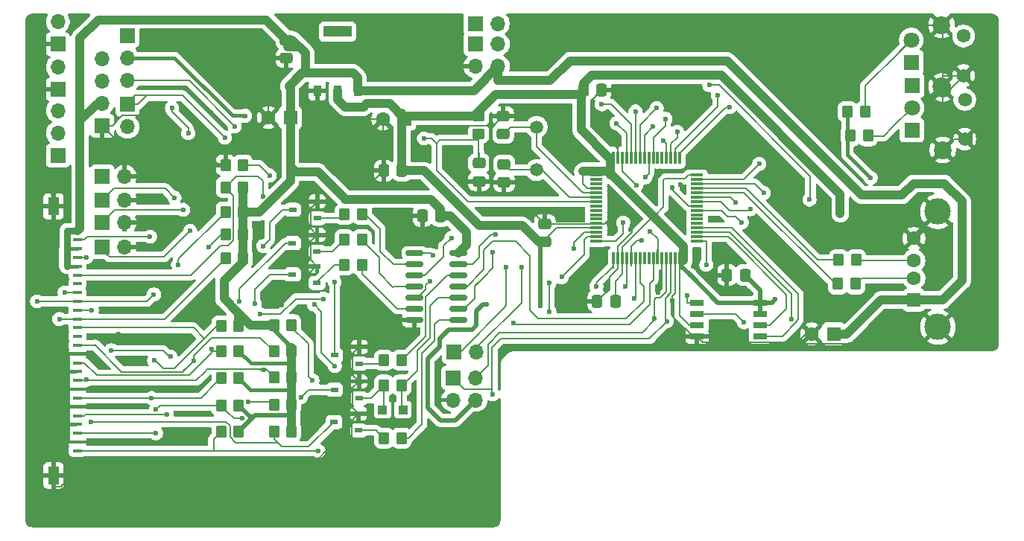
<source format=gbr>
%TF.GenerationSoftware,KiCad,Pcbnew,9.0.5*%
%TF.CreationDate,2025-10-23T10:07:50+01:00*%
%TF.ProjectId,Gotek,476f7465-6b2e-46b6-9963-61645f706362,rev?*%
%TF.SameCoordinates,Original*%
%TF.FileFunction,Copper,L1,Top*%
%TF.FilePolarity,Positive*%
%FSLAX46Y46*%
G04 Gerber Fmt 4.6, Leading zero omitted, Abs format (unit mm)*
G04 Created by KiCad (PCBNEW 9.0.5) date 2025-10-23 10:07:50*
%MOMM*%
%LPD*%
G01*
G04 APERTURE LIST*
G04 Aperture macros list*
%AMRoundRect*
0 Rectangle with rounded corners*
0 $1 Rounding radius*
0 $2 $3 $4 $5 $6 $7 $8 $9 X,Y pos of 4 corners*
0 Add a 4 corners polygon primitive as box body*
4,1,4,$2,$3,$4,$5,$6,$7,$8,$9,$2,$3,0*
0 Add four circle primitives for the rounded corners*
1,1,$1+$1,$2,$3*
1,1,$1+$1,$4,$5*
1,1,$1+$1,$6,$7*
1,1,$1+$1,$8,$9*
0 Add four rect primitives between the rounded corners*
20,1,$1+$1,$2,$3,$4,$5,0*
20,1,$1+$1,$4,$5,$6,$7,0*
20,1,$1+$1,$6,$7,$8,$9,0*
20,1,$1+$1,$8,$9,$2,$3,0*%
G04 Aperture macros list end*
%TA.AperFunction,ComponentPad*%
%ADD10C,5.000000*%
%TD*%
%TA.AperFunction,ComponentPad*%
%ADD11R,1.700000X1.700000*%
%TD*%
%TA.AperFunction,ComponentPad*%
%ADD12O,1.700000X1.700000*%
%TD*%
%TA.AperFunction,SMDPad,CuDef*%
%ADD13RoundRect,0.250000X-0.350000X-0.450000X0.350000X-0.450000X0.350000X0.450000X-0.350000X0.450000X0*%
%TD*%
%TA.AperFunction,SMDPad,CuDef*%
%ADD14RoundRect,0.250000X-0.475000X0.337500X-0.475000X-0.337500X0.475000X-0.337500X0.475000X0.337500X0*%
%TD*%
%TA.AperFunction,ComponentPad*%
%ADD15R,1.600000X1.600000*%
%TD*%
%TA.AperFunction,ComponentPad*%
%ADD16C,1.600000*%
%TD*%
%TA.AperFunction,ComponentPad*%
%ADD17C,1.575000*%
%TD*%
%TA.AperFunction,ComponentPad*%
%ADD18C,2.025000*%
%TD*%
%TA.AperFunction,SMDPad,CuDef*%
%ADD19R,0.900000X0.600000*%
%TD*%
%TA.AperFunction,ComponentPad*%
%ADD20R,1.800000X1.800000*%
%TD*%
%TA.AperFunction,ComponentPad*%
%ADD21C,1.800000*%
%TD*%
%TA.AperFunction,SMDPad,CuDef*%
%ADD22RoundRect,0.250000X-0.337500X-0.475000X0.337500X-0.475000X0.337500X0.475000X-0.337500X0.475000X0*%
%TD*%
%TA.AperFunction,SMDPad,CuDef*%
%ADD23R,1.000000X0.400000*%
%TD*%
%TA.AperFunction,SMDPad,CuDef*%
%ADD24R,1.300000X2.000000*%
%TD*%
%TA.AperFunction,SMDPad,CuDef*%
%ADD25R,1.650000X0.700000*%
%TD*%
%TA.AperFunction,ComponentPad*%
%ADD26R,1.500000X1.600000*%
%TD*%
%TA.AperFunction,ComponentPad*%
%ADD27C,3.000000*%
%TD*%
%TA.AperFunction,SMDPad,CuDef*%
%ADD28R,1.000000X1.000000*%
%TD*%
%TA.AperFunction,SMDPad,CuDef*%
%ADD29R,1.475000X0.300000*%
%TD*%
%TA.AperFunction,SMDPad,CuDef*%
%ADD30R,0.300000X1.475000*%
%TD*%
%TA.AperFunction,SMDPad,CuDef*%
%ADD31RoundRect,0.250000X0.337500X0.475000X-0.337500X0.475000X-0.337500X-0.475000X0.337500X-0.475000X0*%
%TD*%
%TA.AperFunction,SMDPad,CuDef*%
%ADD32RoundRect,0.250000X-0.450000X0.350000X-0.450000X-0.350000X0.450000X-0.350000X0.450000X0.350000X0*%
%TD*%
%TA.AperFunction,ComponentPad*%
%ADD33C,1.500000*%
%TD*%
%TA.AperFunction,SMDPad,CuDef*%
%ADD34R,0.950000X1.300000*%
%TD*%
%TA.AperFunction,SMDPad,CuDef*%
%ADD35R,3.250000X1.300000*%
%TD*%
%TA.AperFunction,SMDPad,CuDef*%
%ADD36RoundRect,0.250000X0.350000X0.450000X-0.350000X0.450000X-0.350000X-0.450000X0.350000X-0.450000X0*%
%TD*%
%TA.AperFunction,SMDPad,CuDef*%
%ADD37RoundRect,0.150000X-0.825000X-0.150000X0.825000X-0.150000X0.825000X0.150000X-0.825000X0.150000X0*%
%TD*%
%TA.AperFunction,ViaPad*%
%ADD38C,0.600000*%
%TD*%
%TA.AperFunction,Conductor*%
%ADD39C,0.200000*%
%TD*%
%TA.AperFunction,Conductor*%
%ADD40C,0.750000*%
%TD*%
%TA.AperFunction,Conductor*%
%ADD41C,1.000000*%
%TD*%
%TA.AperFunction,Conductor*%
%ADD42C,0.500000*%
%TD*%
%TA.AperFunction,Conductor*%
%ADD43C,0.400000*%
%TD*%
G04 APERTURE END LIST*
D10*
%TO.P,H1,1,1*%
%TO.N,GND*%
X118491000Y-60642500D03*
%TD*%
%TO.P,H2,1,1*%
%TO.N,GND*%
X139573000Y-60642500D03*
%TD*%
%TO.P,H3,1,1*%
%TO.N,GND*%
X118491000Y-110363000D03*
%TD*%
%TO.P,H4,1,1*%
%TO.N,GND*%
X139573000Y-110363000D03*
%TD*%
%TO.P,H5,1,1*%
%TO.N,GND*%
X189357000Y-60642500D03*
%TD*%
D11*
%TO.P,J10,1,Pin_1*%
%TO.N,GND*%
X104502000Y-68633500D03*
D12*
%TO.P,J10,2,Pin_2*%
%TO.N,5V*%
X104502000Y-66093500D03*
%TO.P,J10,3,Pin_3*%
%TO.N,SWCLK*%
X104502000Y-63553500D03*
%TO.P,J10,4,Pin_4*%
%TO.N,SWDIO*%
X104502000Y-61013500D03*
%TD*%
D13*
%TO.P,PU5,1*%
%TO.N,DIR*%
X118000000Y-91398700D03*
%TO.P,PU5,2*%
%TO.N,5V*%
X120000000Y-91398700D03*
%TD*%
D14*
%TO.P,C4,1*%
%TO.N,NRST*%
X147307300Y-72877200D03*
%TO.P,C4,2*%
%TO.N,GND*%
X147307300Y-74952200D03*
%TD*%
D13*
%TO.P,R20,1*%
%TO.N,+3.3V*%
X189160300Y-67027400D03*
%TO.P,R20,2*%
%TO.N,Net-(L4-A)*%
X191160300Y-67027400D03*
%TD*%
D11*
%TO.P,J7,1,Pin_1*%
%TO.N,/I2C2_CLK*%
X144360900Y-97291500D03*
D12*
%TO.P,J7,2,Pin_2*%
%TO.N,/I2C2_DTA*%
X146900900Y-97291500D03*
%TO.P,J7,3,Pin_3*%
%TO.N,GND*%
X144360900Y-99831500D03*
%TO.P,J7,4,Pin_4*%
%TO.N,+3.3V*%
X146900900Y-99831500D03*
%TD*%
D15*
%TO.P,C1,1*%
%TO.N,5V*%
X187587100Y-92313100D03*
D16*
%TO.P,C1,2*%
%TO.N,GND*%
X185087100Y-92313100D03*
%TD*%
D11*
%TO.P,JK1,1,Pin_1*%
%TO.N,ENCSW*%
X146888200Y-56991200D03*
D12*
%TO.P,JK1,2,Pin_2*%
%TO.N,U3-40-PC9*%
X149428200Y-56991200D03*
%TD*%
D11*
%TO.P,JA1,1,Pin_1*%
%TO.N,JA*%
X104500000Y-77080000D03*
D12*
%TO.P,JA1,2,Pin_2*%
%TO.N,GND*%
X107040000Y-77080000D03*
%TD*%
D17*
%TO.P,S4,1,1*%
%TO.N,GND*%
X202485600Y-70133600D03*
%TO.P,S4,2,2*%
%TO.N,BUT_L*%
X202485600Y-65633600D03*
D18*
%TO.P,S4,3,3*%
%TO.N,GND*%
X199985600Y-71383600D03*
%TO.P,S4,4,4*%
X199985600Y-64383600D03*
%TD*%
D19*
%TO.P,Q5,1,B*%
%TO.N,Net-(DID1-A)*%
X133680000Y-99616300D03*
%TO.P,Q5,2,E*%
%TO.N,GND*%
X133680000Y-97716300D03*
%TO.P,Q5,3,C*%
%TO.N,RDATA*%
X130880000Y-98666300D03*
%TD*%
D13*
%TO.P,RN4,1*%
%TO.N,Net-(Q4-B)*%
X136500000Y-104171700D03*
%TO.P,RN4,2*%
%TO.N,Net-(RN4-Pad2)*%
X138500000Y-104171700D03*
%TD*%
D19*
%TO.P,Q6,1,B*%
%TO.N,Net-(Q6-B)*%
X133702300Y-95685600D03*
%TO.P,Q6,2,E*%
%TO.N,GND*%
X133702300Y-93785600D03*
%TO.P,Q6,3,C*%
%TO.N,CHNG*%
X130902300Y-94735600D03*
%TD*%
D20*
%TO.P,L5,1,K*%
%TO.N,/I2C2_DTA*%
X196472200Y-69119700D03*
D21*
%TO.P,L5,2,A*%
%TO.N,Net-(L3-A)*%
X196472200Y-66579700D03*
%TD*%
D22*
%TO.P,C20,1*%
%TO.N,GND*%
X140878700Y-78882900D03*
%TO.P,C20,2*%
%TO.N,5V*%
X142953700Y-78882900D03*
%TD*%
D15*
%TO.P,C17,1*%
%TO.N,+3.3V*%
X138863100Y-67862400D03*
D16*
%TO.P,C17,2*%
%TO.N,GND*%
X136363100Y-67862400D03*
%TD*%
D13*
%TO.P,PU12,1*%
%TO.N,SIDE1*%
X118000000Y-103397000D03*
%TO.P,PU12,2*%
%TO.N,5V*%
X120000000Y-103397000D03*
%TD*%
D22*
%TO.P,C6,1*%
%TO.N,+3.3V*%
X159165900Y-64573100D03*
%TO.P,C6,2*%
%TO.N,GND*%
X161240900Y-64573100D03*
%TD*%
D17*
%TO.P,S3,1,1*%
%TO.N,GND*%
X202345900Y-62915800D03*
%TO.P,S3,2,2*%
%TO.N,BUT_R*%
X202345900Y-58415800D03*
D18*
%TO.P,S3,3,3*%
%TO.N,GND*%
X199845900Y-64165800D03*
%TO.P,S3,4,4*%
X199845900Y-57165800D03*
%TD*%
D13*
%TO.P,PU13,1*%
%TO.N,READY*%
X124000000Y-103432000D03*
%TO.P,PU13,2*%
%TO.N,5V*%
X126000000Y-103432000D03*
%TD*%
%TO.P,PU2,1*%
%TO.N,HDOUT*%
X118500000Y-78432000D03*
%TO.P,PU2,2*%
%TO.N,5V*%
X120500000Y-78432000D03*
%TD*%
%TO.P,PU11,1*%
%TO.N,RDATA*%
X118000000Y-100466500D03*
%TO.P,PU11,2*%
%TO.N,5V*%
X120000000Y-100466500D03*
%TD*%
D19*
%TO.P,Q3,1,B*%
%TO.N,Net-(Q3-B)*%
X128901700Y-86500400D03*
%TO.P,Q3,2,E*%
%TO.N,GND*%
X128901700Y-84600400D03*
%TO.P,Q3,3,C*%
%TO.N,WPROT*%
X126101700Y-85550400D03*
%TD*%
D23*
%TO.P,P1,1,1*%
%TO.N,5V*%
X101660000Y-80610000D03*
%TO.P,P1,2,2*%
%TO.N,INDEX*%
X101660000Y-81610000D03*
%TO.P,P1,3,3*%
%TO.N,5V*%
X101660000Y-82610001D03*
%TO.P,P1,4,4*%
%TO.N,DRVSEL*%
X101660000Y-83609999D03*
%TO.P,P1,5,5*%
%TO.N,5V*%
X101660000Y-84609999D03*
%TO.P,P1,6,6*%
%TO.N,CHNG*%
X101660000Y-85610000D03*
%TO.P,P1,7,7*%
%TO.N,unconnected-(P1-Pad7)*%
X101660000Y-86610000D03*
%TO.P,P1,8,8*%
%TO.N,READY*%
X101660000Y-87609998D03*
%TO.P,P1,9,9*%
%TO.N,HDOUT*%
X101660000Y-88609999D03*
%TO.P,P1,10,10*%
%TO.N,MTRON*%
X101660000Y-89609999D03*
%TO.P,P1,11,11*%
%TO.N,DINST*%
X101660000Y-90610000D03*
%TO.P,P1,12,12*%
%TO.N,DIR*%
X101660000Y-91610000D03*
%TO.P,P1,13,13*%
%TO.N,unconnected-(P1-Pad13)*%
X101660000Y-92609998D03*
%TO.P,P1,14,14*%
%TO.N,STEP*%
X101660000Y-93609999D03*
%TO.P,P1,15,15*%
%TO.N,GND*%
X101660000Y-94610000D03*
%TO.P,P1,16,16*%
%TO.N,WDATA*%
X101660000Y-95610000D03*
%TO.P,P1,17,17*%
%TO.N,GND*%
X101660000Y-96610001D03*
%TO.P,P1,18,18*%
%TO.N,WGATE*%
X101660000Y-97609999D03*
%TO.P,P1,19,19*%
%TO.N,GND*%
X101660000Y-98609999D03*
%TO.P,P1,20,20*%
%TO.N,TRK0*%
X101660000Y-99610000D03*
%TO.P,P1,21,21*%
%TO.N,GND*%
X101660000Y-100610000D03*
%TO.P,P1,22,22*%
%TO.N,WPROT*%
X101660000Y-101610001D03*
%TO.P,P1,23,23*%
%TO.N,GND*%
X101660000Y-102609999D03*
%TO.P,P1,24,24*%
%TO.N,RDATA*%
X101660000Y-103609999D03*
%TO.P,P1,25,25*%
%TO.N,GND*%
X101660000Y-104610000D03*
%TO.P,P1,26,26*%
%TO.N,SIDE1*%
X101660000Y-105610000D03*
D24*
%TO.P,P1,P1,P1*%
%TO.N,GND*%
X98960001Y-77810025D03*
%TO.P,P1,P2,P2*%
X98960001Y-108409975D03*
%TD*%
D11*
%TO.P,J5,1,Pin_1*%
%TO.N,MTRON*%
X104500000Y-74400000D03*
D12*
%TO.P,J5,2,Pin_2*%
%TO.N,GND*%
X107040000Y-74400000D03*
%TD*%
D11*
%TO.P,JKA1,1,Pin_1*%
%TO.N,JKA1-1*%
X144460700Y-94351500D03*
D12*
%TO.P,JKA1,2,Pin_2*%
%TO.N,JKA1-2*%
X147000700Y-94351500D03*
%TD*%
D13*
%TO.P,PU9,1*%
%TO.N,TRK0*%
X118000000Y-97326400D03*
%TO.P,PU9,2*%
%TO.N,5V*%
X120000000Y-97326400D03*
%TD*%
D11*
%TO.P,JE1,1,Pin_1*%
%TO.N,GND*%
X99450000Y-59350000D03*
D12*
%TO.P,JE1,2,Pin_2*%
%TO.N,HDOUT*%
X99450000Y-56810000D03*
%TD*%
D19*
%TO.P,Q4,1,B*%
%TO.N,Net-(Q4-B)*%
X133616500Y-103286600D03*
%TO.P,Q4,2,E*%
%TO.N,GND*%
X133616500Y-101386600D03*
%TO.P,Q4,3,C*%
%TO.N,READY*%
X130816500Y-102336600D03*
%TD*%
D13*
%TO.P,RN2,1*%
%TO.N,Net-(Q2-B)*%
X132000000Y-81600700D03*
%TO.P,RN2,2*%
%TO.N,Net-(RN2-Pad2)*%
X134000000Y-81600700D03*
%TD*%
%TO.P,PU8,1*%
%TO.N,WGATE*%
X124000000Y-97221700D03*
%TO.P,PU8,2*%
%TO.N,5V*%
X126000000Y-97221700D03*
%TD*%
D22*
%TO.P,C18,1*%
%TO.N,GND*%
X136468600Y-73745700D03*
%TO.P,C18,2*%
%TO.N,+3.3V*%
X138543600Y-73745700D03*
%TD*%
D14*
%TO.P,C5,1*%
%TO.N,Net-(U3-PH1)*%
X150152100Y-73022500D03*
%TO.P,C5,2*%
%TO.N,GND*%
X150152100Y-75097500D03*
%TD*%
D25*
%TO.P,U8,1,CE#*%
%TO.N,SPI2_SS*%
X172063200Y-88788900D03*
%TO.P,U8,2,SO*%
%TO.N,SPI2_MISO*%
X172063200Y-90058900D03*
%TO.P,U8,3,WP#*%
%TO.N,+3.3V*%
X172063200Y-91328900D03*
%TO.P,U8,4,VSS*%
%TO.N,GND*%
X172063200Y-92598900D03*
%TO.P,U8,5,SI*%
%TO.N,SPI2_MOSI*%
X179263200Y-92598900D03*
%TO.P,U8,6,SCK*%
%TO.N,SPI2_SCK*%
X179263200Y-91328900D03*
%TO.P,U8,7,HOLD#*%
%TO.N,+3.3V*%
X179263200Y-90058900D03*
%TO.P,U8,8,VDD*%
X179263200Y-88788900D03*
%TD*%
D11*
%TO.P,J3,1,Pin_1*%
%TO.N,J3_BOOT0*%
X107362600Y-58394600D03*
D12*
%TO.P,J3,2,Pin_2*%
%TO.N,+3.3V*%
X107362600Y-60934600D03*
%TO.P,J3,3,Pin_3*%
%TO.N,USART1_TX*%
X107362600Y-63474600D03*
%TD*%
D11*
%TO.P,J8,1,Pin_1*%
%TO.N,ENC1*%
X146900000Y-59329400D03*
D12*
%TO.P,J8,2,Pin_2*%
%TO.N,ENC2*%
X149440000Y-59329400D03*
%TO.P,J8,3,Pin_3*%
%TO.N,GND*%
X146900000Y-61869400D03*
%TO.P,J8,4,Pin_4*%
%TO.N,5V*%
X149440000Y-61869400D03*
%TD*%
D13*
%TO.P,RN1,1*%
%TO.N,Net-(Q1-B)*%
X132000000Y-78705100D03*
%TO.P,RN1,2*%
%TO.N,Net-(RN1-Pad2)*%
X134000000Y-78705100D03*
%TD*%
D26*
%TO.P,P3,1,VBUS*%
%TO.N,5V*%
X196706500Y-88456600D03*
D16*
%TO.P,P3,2,D-*%
%TO.N,Net-(P3-D-)*%
X196706500Y-85956600D03*
%TO.P,P3,3,D+*%
%TO.N,Net-(P3-D+)*%
X196706500Y-83956600D03*
%TO.P,P3,4,GND*%
%TO.N,GND*%
X196706500Y-81456600D03*
D27*
%TO.P,P3,5,Shield*%
X199416500Y-91526600D03*
X199416500Y-78386600D03*
%TD*%
D19*
%TO.P,Q2,1,B*%
%TO.N,Net-(Q2-B)*%
X128901700Y-82938000D03*
%TO.P,Q2,2,E*%
%TO.N,GND*%
X128901700Y-81038000D03*
%TO.P,Q2,3,C*%
%TO.N,TRK0*%
X126101700Y-81988000D03*
%TD*%
D28*
%TO.P,DID1,1,K*%
%TO.N,Net-(DID1-K)*%
X138650000Y-100933200D03*
%TO.P,DID1,2,A*%
%TO.N,Net-(DID1-A)*%
X136350000Y-100933200D03*
%TD*%
D13*
%TO.P,RN3,1*%
%TO.N,Net-(Q3-B)*%
X132000000Y-84461300D03*
%TO.P,RN3,2*%
%TO.N,Net-(RN3-Pad2)*%
X134000000Y-84461300D03*
%TD*%
%TO.P,RN5,1*%
%TO.N,Net-(DID1-A)*%
X136500000Y-98142400D03*
%TO.P,RN5,2*%
%TO.N,Net-(DID1-K)*%
X138500000Y-98142400D03*
%TD*%
D20*
%TO.P,L3,1,K*%
%TO.N,/I2C2_CLK*%
X196484900Y-64039700D03*
D21*
%TO.P,L3,2,A*%
%TO.N,Net-(L3-A)*%
X196484900Y-66579700D03*
%TD*%
D14*
%TO.P,C3,1*%
%TO.N,GND*%
X150041000Y-67494900D03*
%TO.P,C3,2*%
%TO.N,Net-(U3-PH0)*%
X150041000Y-69569900D03*
%TD*%
D29*
%TO.P,U3,1,VBAT*%
%TO.N,+3.3V*%
X160606600Y-74250200D03*
%TO.P,U3,2,PC13*%
%TO.N,unconnected-(U3-PC13-Pad2)*%
X160606600Y-74750200D03*
%TO.P,U3,3,PC14*%
%TO.N,unconnected-(U3-PC14-Pad3)*%
X160606600Y-75250200D03*
%TO.P,U3,4,PC15*%
%TO.N,+3.3V*%
X160606600Y-75750200D03*
%TO.P,U3,5,PH0*%
%TO.N,Net-(U3-PH0)*%
X160606600Y-76250200D03*
%TO.P,U3,6,PH1*%
%TO.N,Net-(U3-PH1)*%
X160606600Y-76750200D03*
%TO.P,U3,7,NRST*%
%TO.N,NRST*%
X160606600Y-77250200D03*
%TO.P,U3,8,PC0*%
%TO.N,unconnected-(U3-PC0-Pad8)*%
X160606600Y-77750200D03*
%TO.P,U3,9,PC1*%
%TO.N,unconnected-(U3-PC1-Pad9)*%
X160606600Y-78250200D03*
%TO.P,U3,10,PC2*%
%TO.N,unconnected-(U3-PC2-Pad10)*%
X160606600Y-78750200D03*
%TO.P,U3,11,PC3*%
%TO.N,unconnected-(U3-PC3-Pad11)*%
X160606600Y-79250200D03*
%TO.P,U3,12,VSSA-VREF-*%
%TO.N,GND*%
X160606600Y-79750200D03*
%TO.P,U3,13,VDDA-VREF+*%
%TO.N,+3.3V*%
X160606600Y-80250200D03*
%TO.P,U3,14,PA0*%
%TO.N,SEL*%
X160606600Y-80750200D03*
%TO.P,U3,15,PA1*%
%TO.N,STEP*%
X160606600Y-81250200D03*
%TO.P,U3,16,PA2*%
%TO.N,JB*%
X160606600Y-81750200D03*
D30*
%TO.P,U3,17,PA3*%
%TO.N,BUT_L*%
X162594600Y-83738200D03*
%TO.P,U3,18,VSS*%
%TO.N,GND*%
X163094600Y-83738200D03*
%TO.P,U3,19,VDD*%
%TO.N,+3.3V*%
X163594600Y-83738200D03*
%TO.P,U3,20,PA4*%
%TO.N,BUT_R*%
X164094600Y-83738200D03*
%TO.P,U3,21,PA5*%
%TO.N,JA*%
X164594600Y-83738200D03*
%TO.P,U3,22,PA6*%
%TO.N,ENC1*%
X165094600Y-83738200D03*
%TO.P,U3,23,PA7*%
%TO.N,RDATA_3V3*%
X165594600Y-83738200D03*
%TO.P,U3,24,PC4*%
%TO.N,unconnected-(U3-PC4-Pad24)*%
X166094600Y-83738200D03*
%TO.P,U3,25,PC5*%
%TO.N,unconnected-(U3-PC5-Pad25)*%
X166594600Y-83738200D03*
%TO.P,U3,26,PB0*%
%TO.N,DIR*%
X167094600Y-83738200D03*
%TO.P,U3,27,PB1*%
%TO.N,JC*%
X167594600Y-83738200D03*
%TO.P,U3,28,PB2*%
%TO.N,GND*%
X168094600Y-83738200D03*
%TO.P,U3,29,PB10*%
%TO.N,/I2C2_DTA*%
X168594600Y-83738200D03*
%TO.P,U3,30,PB11*%
%TO.N,/I2C2_CLK*%
X169094600Y-83738200D03*
%TO.P,U3,31,PH3*%
%TO.N,GND*%
X169594600Y-83738200D03*
%TO.P,U3,32,VDD*%
%TO.N,+3.3V*%
X170094600Y-83738200D03*
D29*
%TO.P,U3,33,PB12*%
%TO.N,SPI2_SS*%
X172082600Y-81750200D03*
%TO.P,U3,34,PB13*%
%TO.N,SPI2_SCK*%
X172082600Y-81250200D03*
%TO.P,U3,35,PB14*%
%TO.N,SPI2_MISO*%
X172082600Y-80750200D03*
%TO.P,U3,36,PB15*%
%TO.N,SPI2_MOSI*%
X172082600Y-80250200D03*
%TO.P,U3,37,PC6*%
%TO.N,unconnected-(U3-PC6-Pad37)*%
X172082600Y-79750200D03*
%TO.P,U3,38,PC7*%
%TO.N,unconnected-(U3-PC7-Pad38)*%
X172082600Y-79250200D03*
%TO.P,U3,39,PC8*%
%TO.N,unconnected-(U3-PC8-Pad39)*%
X172082600Y-78750200D03*
%TO.P,U3,40,PC9*%
%TO.N,U3-40-PC9*%
X172082600Y-78250200D03*
%TO.P,U3,41,PA8*%
%TO.N,WDATA*%
X172082600Y-77750200D03*
%TO.P,U3,42,PA9*%
%TO.N,USART1_TX*%
X172082600Y-77250200D03*
%TO.P,U3,43,PA10*%
%TO.N,USART1_RX*%
X172082600Y-76750200D03*
%TO.P,U3,44,PA11*%
%TO.N,Net-(U3-PA11)*%
X172082600Y-76250200D03*
%TO.P,U3,45,PA12*%
%TO.N,Net-(U3-PA12)*%
X172082600Y-75750200D03*
%TO.P,U3,46,PA13*%
%TO.N,SWDIO*%
X172082600Y-75250200D03*
%TO.P,U3,47,PH2*%
%TO.N,ENCSW*%
X172082600Y-74750200D03*
%TO.P,U3,48,VDD*%
%TO.N,+3.3V*%
X172082600Y-74250200D03*
D30*
%TO.P,U3,49,PA14*%
%TO.N,SWCLK*%
X170094600Y-72262200D03*
%TO.P,U3,50,PA15*%
%TO.N,ENC2*%
X169594600Y-72262200D03*
%TO.P,U3,51,PC10*%
%TO.N,JKA1-1*%
X169094600Y-72262200D03*
%TO.P,U3,52,PC11*%
%TO.N,JKA1-2*%
X168594600Y-72262200D03*
%TO.P,U3,53,PC12*%
%TO.N,unconnected-(U3-PC12-Pad53)*%
X168094600Y-72262200D03*
%TO.P,U3,54,PD2*%
%TO.N,unconnected-(U3-PD2-Pad54)*%
X167594600Y-72262200D03*
%TO.P,U3,55,PB3*%
%TO.N,READY_3V3*%
X167094600Y-72262200D03*
%TO.P,U3,56,PB4*%
%TO.N,SIDE1*%
X166594600Y-72262200D03*
%TO.P,U3,57,PB5*%
%TO.N,WPROT_3V3*%
X166094600Y-72262200D03*
%TO.P,U3,58,PB6*%
%TO.N,TRK0_3V3*%
X165594600Y-72262200D03*
%TO.P,U3,59,PB7*%
%TO.N,CHNG_3V3*%
X165094600Y-72262200D03*
%TO.P,U3,60,BOOT0*%
%TO.N,J3_BOOT0*%
X164594600Y-72262200D03*
%TO.P,U3,61,PB8*%
%TO.N,INDEX_3V3*%
X164094600Y-72262200D03*
%TO.P,U3,62,PB9*%
%TO.N,WGATE*%
X163594600Y-72262200D03*
%TO.P,U3,63,VSS*%
%TO.N,GND*%
X163094600Y-72262200D03*
%TO.P,U3,64,VDD*%
%TO.N,+3.3V*%
X162594600Y-72262200D03*
%TD*%
D11*
%TO.P,JC1,1,Pin_1*%
%TO.N,JC*%
X104500000Y-79629000D03*
D12*
%TO.P,JC1,2,Pin_2*%
%TO.N,GND*%
X107040000Y-79629000D03*
%TD*%
D13*
%TO.P,PU1,1*%
%TO.N,CHNG*%
X118500000Y-75638000D03*
%TO.P,PU1,2*%
%TO.N,5V*%
X120500000Y-75638000D03*
%TD*%
D11*
%TO.P,JD1,1,Pin_1*%
%TO.N,GND*%
X99450000Y-64470000D03*
D12*
%TO.P,JD1,2,Pin_2*%
%TO.N,DINST*%
X99450000Y-61930000D03*
%TD*%
D14*
%TO.P,C23,1*%
%TO.N,5V*%
X125409300Y-58862000D03*
%TO.P,C23,2*%
%TO.N,GND*%
X125409300Y-60937000D03*
%TD*%
D13*
%TO.P,PU6,1*%
%TO.N,STEP*%
X124000000Y-94322900D03*
%TO.P,PU6,2*%
%TO.N,5V*%
X126000000Y-94322900D03*
%TD*%
%TO.P,RN6,1*%
%TO.N,Net-(Q6-B)*%
X136500000Y-95294400D03*
%TO.P,RN6,2*%
%TO.N,Net-(RN6-Pad2)*%
X138500000Y-95294400D03*
%TD*%
D11*
%TO.P,JB1,1,Pin_1*%
%TO.N,JB*%
X104497000Y-82397600D03*
D12*
%TO.P,JB1,2,Pin_2*%
%TO.N,GND*%
X107037000Y-82397600D03*
%TD*%
D13*
%TO.P,R2,1*%
%TO.N,Net-(U3-PA11)*%
X188061700Y-86620300D03*
%TO.P,R2,2*%
%TO.N,Net-(P3-D-)*%
X190061700Y-86620300D03*
%TD*%
D31*
%TO.P,C8,1*%
%TO.N,+3.3V*%
X162797400Y-88576100D03*
%TO.P,C8,2*%
%TO.N,GND*%
X160722400Y-88576100D03*
%TD*%
D32*
%TO.P,R10,1*%
%TO.N,+3.3V*%
X147250200Y-67532400D03*
%TO.P,R10,2*%
%TO.N,NRST*%
X147250200Y-69532400D03*
%TD*%
D33*
%TO.P,Y1,1,1*%
%TO.N,Net-(U3-PH1)*%
X153838300Y-73662100D03*
%TO.P,Y1,2,2*%
%TO.N,Net-(U3-PH0)*%
X153838300Y-68762100D03*
%TD*%
D11*
%TO.P,J4,1,Pin_1*%
%TO.N,USART1_RX*%
X107362600Y-66209600D03*
D12*
%TO.P,J4,2,Pin_2*%
%TO.N,NRST*%
X107362600Y-68749600D03*
%TD*%
D34*
%TO.P,U4,1,GROUND/ADJUST*%
%TO.N,GND*%
X128939900Y-64617600D03*
%TO.P,U4,2,VOUT_1*%
%TO.N,+3.3V*%
X131229900Y-64617600D03*
%TO.P,U4,3,VIN*%
%TO.N,5V*%
X133519900Y-64617600D03*
D35*
%TO.P,U4,4,VOUT_2*%
%TO.N,unconnected-(U4-VOUT_2-Pad4)*%
X131229900Y-57917600D03*
%TD*%
D13*
%TO.P,PU10,1*%
%TO.N,WPROT*%
X124000000Y-100396700D03*
%TO.P,PU10,2*%
%TO.N,5V*%
X126000000Y-100396700D03*
%TD*%
D36*
%TO.P,R13,1*%
%TO.N,J3_BOOT0*%
X120500000Y-73091700D03*
%TO.P,R13,2*%
%TO.N,GND*%
X118500000Y-73091700D03*
%TD*%
D19*
%TO.P,Q1,1,B*%
%TO.N,Net-(Q1-B)*%
X128920700Y-79137500D03*
%TO.P,Q1,2,E*%
%TO.N,GND*%
X128920700Y-77237500D03*
%TO.P,Q1,3,C*%
%TO.N,INDEX*%
X126120700Y-78187500D03*
%TD*%
D20*
%TO.P,L4,1,K*%
%TO.N,SEL*%
X196399200Y-61409500D03*
D21*
%TO.P,L4,2,A*%
%TO.N,Net-(L4-A)*%
X196399200Y-58869500D03*
%TD*%
D13*
%TO.P,PU14,1*%
%TO.N,DINST*%
X118500000Y-83734300D03*
%TO.P,PU14,2*%
%TO.N,5V*%
X120500000Y-83734300D03*
%TD*%
D37*
%TO.P,U1,1*%
%TO.N,INDEX_3V3*%
X139984100Y-83127800D03*
%TO.P,U1,2*%
%TO.N,Net-(RN1-Pad2)*%
X139984100Y-84397800D03*
%TO.P,U1,3*%
%TO.N,TRK0_3V3*%
X139984100Y-85667800D03*
%TO.P,U1,4*%
%TO.N,Net-(RN2-Pad2)*%
X139984100Y-86937800D03*
%TO.P,U1,5*%
%TO.N,WPROT_3V3*%
X139984100Y-88207800D03*
%TO.P,U1,6*%
%TO.N,Net-(RN3-Pad2)*%
X139984100Y-89477800D03*
%TO.P,U1,7,GND*%
%TO.N,GND*%
X139984100Y-90747800D03*
%TO.P,U1,8*%
%TO.N,Net-(RN4-Pad2)*%
X144934100Y-90747800D03*
%TO.P,U1,9*%
%TO.N,READY_3V3*%
X144934100Y-89477800D03*
%TO.P,U1,10*%
%TO.N,Net-(DID1-K)*%
X144934100Y-88207800D03*
%TO.P,U1,11*%
%TO.N,RDATA_3V3*%
X144934100Y-86937800D03*
%TO.P,U1,12*%
%TO.N,Net-(RN6-Pad2)*%
X144934100Y-85667800D03*
%TO.P,U1,13*%
%TO.N,CHNG_3V3*%
X144934100Y-84397800D03*
%TO.P,U1,14,VCC*%
%TO.N,5V*%
X144934100Y-83127800D03*
%TD*%
D13*
%TO.P,R1,1*%
%TO.N,Net-(U3-PA12)*%
X188169600Y-83883500D03*
%TO.P,R1,2*%
%TO.N,Net-(P3-D+)*%
X190169600Y-83883500D03*
%TD*%
%TO.P,R21,1*%
%TO.N,+3.3V*%
X189477800Y-69757900D03*
%TO.P,R21,2*%
%TO.N,Net-(L3-A)*%
X191477800Y-69757900D03*
%TD*%
D14*
%TO.P,C9,1*%
%TO.N,GND*%
X154774900Y-79794800D03*
%TO.P,C9,2*%
%TO.N,+3.3V*%
X154774900Y-81869800D03*
%TD*%
D13*
%TO.P,PU4,1*%
%TO.N,5V*%
X124000000Y-91287600D03*
%TO.P,PU4,2*%
%TO.N,SEL*%
X126000000Y-91287600D03*
%TD*%
D15*
%TO.P,C19,1*%
%TO.N,5V*%
X125871500Y-67687800D03*
D16*
%TO.P,C19,2*%
%TO.N,GND*%
X123371500Y-67687800D03*
%TD*%
D13*
%TO.P,PU3,1*%
%TO.N,INDEX*%
X118500000Y-80978400D03*
%TO.P,PU3,2*%
%TO.N,5V*%
X120500000Y-80978400D03*
%TD*%
%TO.P,PU7,1*%
%TO.N,WDATA*%
X118000000Y-94246700D03*
%TO.P,PU7,2*%
%TO.N,5V*%
X120000000Y-94246700D03*
%TD*%
D11*
%TO.P,MO1,1,Pin_1*%
%TO.N,DRVSEL*%
X99450000Y-72000000D03*
D12*
%TO.P,MO1,2,Pin_2*%
%TO.N,SEL*%
X99450000Y-69460000D03*
%TO.P,MO1,3,Pin_3*%
%TO.N,MTRON*%
X99450000Y-66920000D03*
%TD*%
D22*
%TO.P,C16,1*%
%TO.N,GND*%
X175463900Y-85613900D03*
%TO.P,C16,2*%
%TO.N,+3.3V*%
X177538900Y-85613900D03*
%TD*%
D38*
%TO.N,GND*%
X145262600Y-71958200D03*
X110134400Y-84734400D03*
X101981000Y-56642000D03*
X185648600Y-79730600D03*
X115951000Y-89255600D03*
X147491000Y-78184400D03*
X170205400Y-75336400D03*
X128762000Y-75904700D03*
X169113200Y-77165200D03*
X174523400Y-72034400D03*
X124876000Y-89046100D03*
X107467400Y-95326200D03*
X168046400Y-73812400D03*
X161163000Y-82981800D03*
X138125000Y-78654300D03*
X106349800Y-92303600D03*
X175349000Y-87229900D03*
X114300000Y-101396800D03*
X134347000Y-91405100D03*
X166979600Y-76885800D03*
X122580400Y-80645000D03*
X134645000Y-75669800D03*
X112627000Y-73977500D03*
X140941000Y-68821300D03*
X174498000Y-93248900D03*
X174294800Y-79222600D03*
X163372800Y-77958900D03*
X174574200Y-82473800D03*
X116865400Y-67132200D03*
X98874200Y-76297900D03*
X160249000Y-68021200D03*
X167665000Y-87620500D03*
X181813200Y-83388200D03*
X108102400Y-86512400D03*
X116113000Y-71434300D03*
X169291000Y-88541200D03*
X144158000Y-74079100D03*
X110169000Y-66611500D03*
X158292800Y-89458800D03*
%TO.N,NRST*%
X141049000Y-70065900D03*
%TO.N,+3.3V*%
X188204000Y-78495500D03*
X148130000Y-88973000D03*
X191795000Y-74549000D03*
X154226000Y-89081000D03*
X120726000Y-67494100D03*
X180975000Y-88376100D03*
X171256000Y-85601200D03*
%TO.N,J3_BOOT0*%
X114259000Y-69475400D03*
X123514000Y-74291800D03*
X161236000Y-66179700D03*
X112414000Y-66640100D03*
%TO.N,USART1_TX*%
X178102000Y-78130400D03*
X119545000Y-68675200D03*
%TO.N,USART1_RX*%
X118428000Y-69964300D03*
X176447000Y-77355700D03*
%TO.N,/I2C2_CLK*%
X168634000Y-90862100D03*
X148859100Y-99171900D03*
%TO.N,/I2C2_DTA*%
X167221000Y-90576400D03*
%TO.N,SWDIO*%
X179638000Y-76260300D03*
%TO.N,SWCLK*%
X175793000Y-66475000D03*
%TO.N,MTRON*%
X103305000Y-89610000D03*
%TO.N,ENC1*%
X173463000Y-64004800D03*
X184848000Y-77019100D03*
X164941000Y-88284100D03*
%TO.N,DIR*%
X110392000Y-95329400D03*
X151206200Y-91055800D03*
%TO.N,ENCSW*%
X179130000Y-72958300D03*
%TO.N,READY*%
X103242000Y-102314000D03*
X100224000Y-87610000D03*
%TO.N,JA*%
X112697000Y-76815900D03*
X165760400Y-81635600D03*
%TO.N,JB*%
X163677600Y-79654400D03*
X114476000Y-80592600D03*
%TO.N,JC*%
X166751000Y-80645000D03*
X113706000Y-78187600D03*
%TO.N,DINST*%
X99616800Y-90610000D03*
%TO.N,SPI2_MISO*%
X182804000Y-90624000D03*
X177393600Y-90986000D03*
%TO.N,ENC2*%
X174454000Y-65147800D03*
%TO.N,U3-40-PC9*%
X177155000Y-79609900D03*
%TO.N,JKA1-1*%
X150339000Y-84743900D03*
X169802000Y-69329300D03*
%TO.N,JKA1-2*%
X152121000Y-84750300D03*
X168251000Y-70286600D03*
%TO.N,WPROT_3V3*%
X141694000Y-86296500D03*
X167078000Y-68726100D03*
%TO.N,SEL*%
X158112000Y-82616700D03*
X128375000Y-97605900D03*
X105537000Y-94175200D03*
X112265000Y-94913400D03*
%TO.N,STEP*%
X156696000Y-85858400D03*
X114892000Y-95350000D03*
%TO.N,WGATE*%
X130909000Y-95967400D03*
X128574000Y-88974300D03*
X102685000Y-97531000D03*
X165176200Y-75387200D03*
X122873000Y-96389400D03*
%TO.N,INDEX*%
X109919000Y-81243300D03*
X122796000Y-82321400D03*
X116615000Y-82407100D03*
%TO.N,WPROT*%
X121834000Y-88871400D03*
X121109000Y-100047000D03*
X111843000Y-101504000D03*
%TO.N,RDATA*%
X120394000Y-101932000D03*
X110590000Y-103610000D03*
X127052000Y-99510500D03*
X110590000Y-100891000D03*
%TO.N,TRK0*%
X110096000Y-99610000D03*
X120094000Y-88614200D03*
%TO.N,SIDE1*%
X155300000Y-89838200D03*
X166180556Y-74484517D03*
X129052000Y-105622000D03*
X155300000Y-86467000D03*
%TO.N,WDATA*%
X129590800Y-88315800D03*
X116941600Y-94056200D03*
X169265600Y-75666600D03*
X122428000Y-90059000D03*
%TO.N,BUT_L*%
X160645000Y-86912400D03*
%TO.N,BUT_R*%
X163887000Y-86931500D03*
%TO.N,INDEX_3V3*%
X142072000Y-83404100D03*
X162931000Y-68338700D03*
%TO.N,TRK0_3V3*%
X144158000Y-81397400D03*
X167484000Y-66621000D03*
%TO.N,READY_3V3*%
X168481000Y-67840200D03*
X148879000Y-83004000D03*
%TO.N,CHNG*%
X130899000Y-86410800D03*
X122736000Y-76638000D03*
%TO.N,HDOUT*%
X110363000Y-87833200D03*
X97093200Y-88610000D03*
X113106200Y-84429600D03*
%TO.N,CHNG_3V3*%
X149203000Y-80971900D03*
X165095000Y-67008400D03*
%TO.N,DRVSEL*%
X102662000Y-83610000D03*
%TO.N,SPI2_SS*%
X173122000Y-84429700D03*
X170936000Y-87914000D03*
%TD*%
D39*
%TO.N,5V*%
X133519900Y-64617600D02*
X133520000Y-64617600D01*
D40*
X100549000Y-80610000D02*
X101660000Y-80610000D01*
D41*
X126000000Y-98221700D02*
X126000000Y-97221700D01*
D39*
X125871000Y-64276500D02*
X125716000Y-64120700D01*
D41*
X132039000Y-76898500D02*
X132039000Y-76971500D01*
X125871000Y-67687800D02*
X125871000Y-73245900D01*
X120500000Y-78432000D02*
X120500000Y-80978400D01*
X145891000Y-80772000D02*
X145891000Y-82170700D01*
D42*
X126000000Y-101448000D02*
X126000000Y-100397000D01*
D41*
X101981000Y-68054500D02*
X101981000Y-58629600D01*
X133520000Y-63875400D02*
X133520000Y-63133300D01*
X129042000Y-73901300D02*
X132039000Y-76898500D01*
D40*
X100508000Y-80568800D02*
X100549000Y-80610000D01*
D41*
X126000000Y-100396700D02*
X126000000Y-98221700D01*
X133520000Y-63133300D02*
X132991000Y-62604700D01*
D39*
X126000000Y-95322900D02*
X126000000Y-94322900D01*
D41*
X101981000Y-68054500D02*
X103872000Y-66163800D01*
D39*
X126000000Y-100397000D02*
X126000000Y-101448000D01*
D43*
X121429000Y-95675400D02*
X125647000Y-95675400D01*
D39*
X125409300Y-58862000D02*
X125409000Y-58862000D01*
D41*
X127618000Y-62218900D02*
X127618000Y-60371000D01*
X126527000Y-73901300D02*
X129042000Y-73901300D01*
D39*
X133520000Y-63875500D02*
X133520000Y-64617600D01*
D41*
X196666000Y-75199900D02*
X195342000Y-76523900D01*
D43*
X125565000Y-98656800D02*
X126000000Y-98221700D01*
D41*
X157626000Y-61242600D02*
X155394000Y-63474600D01*
D39*
X144934000Y-83127700D02*
X145412000Y-82649300D01*
D41*
X175489000Y-61242600D02*
X157626000Y-61242600D01*
D43*
X100568000Y-82610000D02*
X101660000Y-82610000D01*
D41*
X122356000Y-78432000D02*
X125871000Y-74916700D01*
X101660000Y-80610000D02*
X101981000Y-80289000D01*
X126000000Y-97221700D02*
X126000000Y-95322900D01*
X101981000Y-58629600D02*
X104032000Y-56578500D01*
D39*
X142953700Y-78882900D02*
X142954000Y-78882900D01*
X144934000Y-83127500D02*
X144934000Y-83127700D01*
D42*
X120930000Y-102467000D02*
X121465000Y-101932000D01*
D41*
X125871000Y-74916700D02*
X125871000Y-73245900D01*
X149440000Y-63474600D02*
X149440000Y-61869400D01*
X155394000Y-63474600D02*
X149440000Y-63474600D01*
D39*
X100568000Y-82610000D02*
X100508000Y-82550000D01*
D41*
X195342000Y-76523900D02*
X190770000Y-76523900D01*
X125871000Y-64276500D02*
X125871000Y-67687800D01*
D39*
X145173000Y-82888600D02*
X144934000Y-83127500D01*
D41*
X124000000Y-91287600D02*
X121326000Y-91287600D01*
X141808000Y-76971500D02*
X142954000Y-78117000D01*
D39*
X143478000Y-78882900D02*
X142954000Y-78882900D01*
D41*
X196706500Y-88456600D02*
X199979000Y-88456600D01*
X125716000Y-64120700D02*
X127232000Y-62604700D01*
X192934000Y-88456600D02*
X196706500Y-88456600D01*
X126000000Y-94322900D02*
X126000000Y-93837200D01*
X103872000Y-66163800D02*
X104432000Y-66163800D01*
D39*
X120000000Y-103397000D02*
X120930000Y-102467000D01*
X126000000Y-98221700D02*
X126000000Y-97221700D01*
D41*
X126109000Y-58862100D02*
X127618000Y-60371000D01*
X125871000Y-73245900D02*
X126527000Y-73901300D01*
D43*
X120895000Y-98221700D02*
X121330000Y-98656800D01*
D39*
X126000000Y-95322900D02*
X126000000Y-97221700D01*
D43*
X121330000Y-98656800D02*
X125565000Y-98656800D01*
D41*
X149440000Y-61869400D02*
X146692000Y-64617600D01*
D42*
X120930000Y-102467000D02*
X121465000Y-101932000D01*
D39*
X126000000Y-97221700D02*
X126000000Y-98221700D01*
D41*
X120500000Y-84087500D02*
X118326000Y-86261600D01*
X104032000Y-56578500D02*
X123126000Y-56578500D01*
D43*
X101660000Y-84610000D02*
X100482000Y-84610000D01*
D39*
X144934100Y-83127800D02*
X145891000Y-82170900D01*
D41*
X126000000Y-95322900D02*
X126000000Y-94322900D01*
D39*
X100482000Y-82651600D02*
X100524000Y-82610000D01*
D40*
X100508000Y-82550000D02*
X100508000Y-80568800D01*
D41*
X145891000Y-82170700D02*
X145412000Y-82649300D01*
X187587000Y-92313100D02*
X187587100Y-92313100D01*
X127232000Y-62604700D02*
X127618000Y-62218900D01*
D42*
X121465000Y-101932000D02*
X121850000Y-101547000D01*
D43*
X125647000Y-95675400D02*
X126000000Y-95322900D01*
D39*
X126000000Y-94322900D02*
X126000000Y-95322900D01*
D41*
X120500000Y-78432000D02*
X122356000Y-78432000D01*
X126896000Y-59649600D02*
X125593000Y-59649600D01*
D42*
X126000000Y-93837200D02*
X124000000Y-91837200D01*
D43*
X100524000Y-82610000D02*
X100568000Y-82610000D01*
D39*
X126000000Y-100396700D02*
X126000000Y-100397000D01*
D42*
X124000000Y-91837200D02*
X124000000Y-91287600D01*
X121465000Y-101932000D02*
X120000000Y-100467000D01*
X125901000Y-101547000D02*
X126000000Y-101448000D01*
D41*
X200155000Y-75199900D02*
X196666000Y-75199900D01*
X120500000Y-80978400D02*
X120500000Y-83734300D01*
X120500000Y-83734300D02*
X120500000Y-84087500D01*
D42*
X120000000Y-103397000D02*
X120930000Y-102467000D01*
D41*
X120000000Y-89961300D02*
X120000000Y-91398700D01*
D40*
X100482000Y-84610000D02*
X100482000Y-82651600D01*
D41*
X132991000Y-62604700D02*
X127232000Y-62604700D01*
X125698000Y-64138200D02*
X125716000Y-64120700D01*
D39*
X120000000Y-100467000D02*
X120000000Y-100466500D01*
X101660000Y-82610000D02*
X100568000Y-82610000D01*
D41*
X120500000Y-75638000D02*
X120500000Y-78432000D01*
X143478000Y-78882900D02*
X144002000Y-78882900D01*
D39*
X126000000Y-101448000D02*
X126000000Y-103432000D01*
D41*
X202178000Y-77222400D02*
X200155000Y-75199900D01*
X189078000Y-92313100D02*
X192934000Y-88456600D01*
X199979000Y-88456600D02*
X202178000Y-86258400D01*
X127232000Y-62604700D02*
X127197000Y-62604700D01*
X101981000Y-80289000D02*
X101981000Y-68054500D01*
D39*
X125716000Y-64120700D02*
X125698000Y-64103200D01*
X145891000Y-82170900D02*
X145891000Y-82170700D01*
D43*
X120000000Y-97326400D02*
X120895000Y-98221700D01*
D41*
X145412000Y-82649300D02*
X145173000Y-82888600D01*
D39*
X125871500Y-67687800D02*
X125871000Y-67687800D01*
X120000000Y-100466500D02*
X120000000Y-100466000D01*
D41*
X121326000Y-91287600D02*
X120000000Y-89961300D01*
D39*
X125872000Y-67687800D02*
X125871500Y-67687800D01*
D41*
X202178000Y-86258400D02*
X202178000Y-77222400D01*
X126000000Y-100397000D02*
X126000000Y-100396700D01*
D39*
X104432000Y-66163800D02*
X104502000Y-66093500D01*
D41*
X142954000Y-78882900D02*
X143478000Y-78882900D01*
X118326000Y-88287200D02*
X120000000Y-89961300D01*
X125698000Y-64103200D02*
X125698000Y-64138200D01*
X123126000Y-56578500D02*
X125409000Y-58862100D01*
X126000000Y-103432000D02*
X126000000Y-101448000D01*
X145173000Y-82888600D02*
X144934000Y-83127900D01*
X135246000Y-64617600D02*
X133520000Y-64617600D01*
D43*
X120000000Y-94246700D02*
X121429000Y-95675400D01*
D41*
X125409000Y-58862100D02*
X126109000Y-58862100D01*
X144002000Y-78882900D02*
X145891000Y-80772000D01*
X142954000Y-78117000D02*
X142954000Y-78882900D01*
D39*
X135246000Y-64617600D02*
X133520000Y-64617600D01*
X126000000Y-98221700D02*
X126000000Y-100396700D01*
D41*
X187587100Y-92313100D02*
X189078000Y-92313100D01*
X118326000Y-86261600D02*
X118326000Y-88287200D01*
X133520000Y-63875500D02*
X133520000Y-63875400D01*
D42*
X121850000Y-101547000D02*
X125901000Y-101547000D01*
D41*
X133520000Y-64617600D02*
X133520000Y-63875500D01*
D39*
X133520000Y-63875400D02*
X133520000Y-63875500D01*
D41*
X146692000Y-64617600D02*
X135246000Y-64617600D01*
D39*
X125409000Y-58862100D02*
X125409000Y-58862000D01*
D41*
X190770000Y-76523900D02*
X175489000Y-61242600D01*
X132039000Y-76971500D02*
X141808000Y-76971500D01*
X127197000Y-62604700D02*
X125698000Y-64103200D01*
X126000000Y-101448000D02*
X126000000Y-100397000D01*
X127618000Y-60371000D02*
X126896000Y-59649600D01*
D39*
%TO.N,GND*%
X199417000Y-78386800D02*
X199416000Y-78387100D01*
X114554000Y-70996200D02*
X115675000Y-70996200D01*
X107040000Y-77080000D02*
X108931600Y-77080000D01*
X99450000Y-64470000D02*
X98277400Y-64470000D01*
X133616500Y-101386500D02*
X133617000Y-101387000D01*
X128921000Y-77237500D02*
X128921000Y-77237600D01*
X199986000Y-60847600D02*
X199986000Y-62915800D01*
X200774000Y-72228100D02*
X199155000Y-72228100D01*
X136363000Y-73640200D02*
X136469000Y-73745500D01*
X160249000Y-68428800D02*
X163095000Y-71274700D01*
X128921000Y-77237400D02*
X128921000Y-77237500D01*
X100858000Y-104610000D02*
X101660000Y-104610000D01*
X128940000Y-64617600D02*
X128939900Y-64617600D01*
D42*
X100580000Y-102610000D02*
X100580000Y-104610000D01*
D39*
X199985600Y-71383600D02*
X199986000Y-71383600D01*
X106805000Y-67481800D02*
X109299000Y-67481800D01*
X160636000Y-65178500D02*
X160636000Y-65178200D01*
X127797000Y-64617600D02*
X127429000Y-64985900D01*
X98960000Y-108410000D02*
X98960000Y-109712000D01*
X160722400Y-88576100D02*
X161438000Y-87860500D01*
X175349000Y-87229900D02*
X175512000Y-87393400D01*
X199253000Y-72130100D02*
X199155000Y-72228100D01*
X98960000Y-76508300D02*
X98874200Y-76422500D01*
X118491000Y-110363000D02*
X121840000Y-110363000D01*
X169265600Y-90276500D02*
X171588000Y-92598900D01*
X199986000Y-60847600D02*
X199986000Y-62915800D01*
X171588000Y-92598900D02*
X172063000Y-92598900D01*
X108931600Y-77080000D02*
X108940600Y-77089000D01*
X128371000Y-81569300D02*
X128152000Y-81788000D01*
X133680000Y-97716300D02*
X132930000Y-98466300D01*
X199986000Y-64383600D02*
X199986000Y-67633600D01*
X128902000Y-81038100D02*
X128371000Y-81569000D01*
X161549500Y-79794800D02*
X155389000Y-79794800D01*
X184351200Y-93049000D02*
X184351100Y-93049000D01*
X160636000Y-65178200D02*
X161241000Y-64573100D01*
X132930000Y-100700000D02*
X133616500Y-101386500D01*
X199986000Y-62915800D02*
X199986000Y-63649700D01*
X123371000Y-66605400D02*
X123372000Y-66605900D01*
X183794000Y-93248900D02*
X183962000Y-93416200D01*
X163095000Y-83872400D02*
X163095000Y-84911000D01*
X133702000Y-93785600D02*
X132952000Y-94535600D01*
X199986000Y-71383600D02*
X200901000Y-72299300D01*
X101660000Y-102610000D02*
X100858000Y-102610000D01*
X159175500Y-88576100D02*
X158292800Y-89458800D01*
X145031000Y-74952200D02*
X144158000Y-74079100D01*
X199986000Y-64383600D02*
X200878100Y-64383600D01*
X127429000Y-65608200D02*
X127921000Y-66100300D01*
X134347000Y-91405100D02*
X133702000Y-92049800D01*
X128556000Y-66100300D02*
X130318000Y-67862400D01*
X160249000Y-65565400D02*
X160249000Y-68021200D01*
X161241000Y-64573100D02*
X160249000Y-65565000D01*
X98896400Y-105896000D02*
X100183000Y-104610000D01*
X123371000Y-67146600D02*
X123371500Y-67147100D01*
X128901700Y-84600400D02*
X128760000Y-84600400D01*
X99788500Y-109712000D02*
X100025000Y-109475000D01*
X196707000Y-81276600D02*
X196707000Y-81366600D01*
X199416000Y-78386600D02*
X199416500Y-78386600D01*
X198471500Y-92471400D02*
X198471700Y-92471400D01*
X148536000Y-68999800D02*
X148536000Y-75097600D01*
X163095000Y-83872000D02*
X163095000Y-83738200D01*
X135006000Y-67862400D02*
X136363000Y-67862400D01*
X138125000Y-78654300D02*
X138354000Y-78882900D01*
X98960000Y-108410000D02*
X98960000Y-107108000D01*
X148536000Y-75097600D02*
X147453000Y-75097600D01*
X100860000Y-96610000D02*
X100858000Y-96610000D01*
X135004000Y-90747900D02*
X139984000Y-90747900D01*
X184351000Y-93048900D02*
X184619000Y-92781000D01*
X125190000Y-110363000D02*
X132767000Y-102787000D01*
X133617000Y-101387000D02*
X132867000Y-102137000D01*
X147307000Y-74952200D02*
X145031000Y-74952200D01*
X123371000Y-67687800D02*
X123371000Y-67146600D01*
X169594600Y-83738200D02*
X169594600Y-87688886D01*
X98960000Y-107108000D02*
X98896400Y-107045000D01*
X160249000Y-65565000D02*
X160249000Y-65565400D01*
X199986000Y-62915800D02*
X199986000Y-63649700D01*
X161438000Y-87860500D02*
X160722000Y-88576100D01*
X107037000Y-82397600D02*
X108229400Y-82397600D01*
X183438000Y-93248900D02*
X183794000Y-93248900D01*
X101660000Y-100610000D02*
X100860000Y-100610000D01*
X197527000Y-93416200D02*
X198471500Y-92471400D01*
X196707000Y-81096600D02*
X196707000Y-81276600D01*
X164719000Y-79305100D02*
X164719000Y-80739714D01*
X132767000Y-102686000D02*
X132767000Y-102787000D01*
X196707000Y-81366600D02*
X196707000Y-81456600D01*
X147453000Y-75097600D02*
X147307000Y-74952300D01*
X101660000Y-96610000D02*
X100860000Y-96610000D01*
X163095000Y-83872400D02*
X163095000Y-83872000D01*
X132767000Y-102787000D02*
X132867000Y-102687000D01*
X199417000Y-78386700D02*
X199417000Y-78386800D01*
X100183000Y-104610000D02*
X100858000Y-104610000D01*
X201236000Y-70133600D02*
X199986000Y-71383600D01*
X105654000Y-68633500D02*
X106805000Y-67481800D01*
X132930000Y-98466300D02*
X132930000Y-100700000D01*
X128920700Y-77237500D02*
X128921000Y-77237500D01*
X99450000Y-59350000D02*
X98358600Y-59350000D01*
X172713000Y-93248900D02*
X174498000Y-93248900D01*
X118786000Y-60937100D02*
X125409000Y-60937100D01*
X163095000Y-83872400D02*
X163095000Y-83872000D01*
X163372800Y-77971500D02*
X161549500Y-79794800D01*
X199986000Y-63649700D02*
X199986000Y-64383600D01*
X132867000Y-102587000D02*
X132767000Y-102686000D01*
X200901000Y-72355100D02*
X200774000Y-72228100D01*
X160249000Y-68021200D02*
X160249000Y-68428800D01*
X199986000Y-71369600D02*
X199253000Y-70637400D01*
D42*
X100580000Y-94610000D02*
X100580000Y-96608500D01*
D39*
X98896400Y-107045000D02*
X98896400Y-105896000D01*
X169265600Y-88017886D02*
X169265600Y-90276500D01*
X161240900Y-64573100D02*
X160249000Y-65565000D01*
X202346000Y-62915800D02*
X202345900Y-62915800D01*
X128901700Y-81038000D02*
X128902000Y-81038000D01*
X203244000Y-70748700D02*
X203187000Y-70805700D01*
X196707000Y-81276600D02*
X196706000Y-81277100D01*
X199416500Y-78386600D02*
X199417000Y-78386700D01*
X163094600Y-83738200D02*
X163095000Y-83738200D01*
X108214000Y-74400000D02*
X112204500Y-74400000D01*
X169595000Y-83738200D02*
X169595000Y-83738400D01*
X132867000Y-102137000D02*
X132867000Y-102587000D01*
X199986000Y-60847200D02*
X199986000Y-60847600D01*
X202486000Y-70133600D02*
X202485600Y-70133600D01*
X116113000Y-71434300D02*
X117770000Y-73091700D01*
X199985600Y-63650100D02*
X199985600Y-64383600D01*
X130318000Y-67862400D02*
X135006000Y-67862400D01*
X184351100Y-93049000D02*
X184351000Y-93048900D01*
X123371500Y-67147100D02*
X123371500Y-67687800D01*
X136363100Y-70751200D02*
X136363100Y-67862400D01*
X147307000Y-74952200D02*
X147307000Y-74952300D01*
X163372800Y-77958900D02*
X164719000Y-79305100D01*
X101660000Y-98610000D02*
X100860000Y-98610000D01*
X202485600Y-70133600D02*
X201236000Y-70133600D01*
X100860000Y-98610000D02*
X100858000Y-98610000D01*
X167665000Y-87620500D02*
X168095000Y-87191300D01*
X199986000Y-60847200D02*
X199986000Y-60847600D01*
X100858000Y-100608000D02*
X100860000Y-100610000D01*
X138354000Y-78882900D02*
X140878700Y-78882900D01*
X163094600Y-82364114D02*
X163094600Y-83738200D01*
X118491000Y-60642500D02*
X118786000Y-60937100D01*
X150152000Y-75097500D02*
X150152000Y-75097600D01*
X162154000Y-85852000D02*
X162154000Y-87144900D01*
X192834000Y-57165800D02*
X199845900Y-57165800D01*
X98874200Y-76422500D02*
X98874200Y-76297900D01*
X196706000Y-81277100D02*
X196706000Y-81366800D01*
X147307000Y-74952300D02*
X147307000Y-74952200D01*
X154775000Y-79794800D02*
X153164000Y-78184400D01*
X125409000Y-60937100D02*
X125409000Y-60937000D01*
X121840000Y-110363000D02*
X125190000Y-110363000D01*
X198471500Y-92471400D02*
X199416000Y-91526600D01*
X123371000Y-65523000D02*
X118491000Y-60642500D01*
X163095000Y-84911000D02*
X162154000Y-85852000D01*
X132952000Y-96988500D02*
X133680000Y-97716300D01*
X150152000Y-75097600D02*
X148536000Y-75097600D01*
X123371000Y-67146600D02*
X123371000Y-66605400D01*
X144158000Y-73062800D02*
X144158000Y-74079100D01*
X172063200Y-92598900D02*
X172063000Y-92598900D01*
X136363000Y-67862400D02*
X136363000Y-70751300D01*
X134645000Y-75568900D02*
X134645000Y-75669800D01*
X133702300Y-93785600D02*
X133702000Y-93785600D01*
X104502000Y-68633500D02*
X106887000Y-71018400D01*
X160722400Y-88576100D02*
X159175500Y-88576100D01*
D42*
X100580000Y-98610000D02*
X100580000Y-100608000D01*
D39*
X128921000Y-77237600D02*
X128171000Y-77987600D01*
X140878700Y-78882900D02*
X140879000Y-78882900D01*
X132867000Y-107192000D02*
X136037000Y-110363000D01*
X136468600Y-73745700D02*
X136469000Y-73745700D01*
X163372800Y-77958900D02*
X163372800Y-77971500D01*
X106887000Y-71018400D02*
X114532000Y-71018400D01*
X136363000Y-70751300D02*
X136363100Y-70751200D01*
X109299000Y-67481800D02*
X110169000Y-66611500D01*
X185087000Y-92313100D02*
X184374000Y-92313100D01*
X128902000Y-84600400D02*
X128901700Y-84600400D01*
X132952000Y-94535600D02*
X132952000Y-96988500D01*
X189357000Y-60642500D02*
X192834000Y-57165800D01*
X128902000Y-81038000D02*
X128371000Y-81569300D01*
X104502000Y-68633500D02*
X105654000Y-68633500D01*
X98960000Y-77810000D02*
X98960000Y-76508300D01*
X199845900Y-57165800D02*
X199846000Y-57165800D01*
X123371000Y-66605400D02*
X123371000Y-65523000D01*
X115675000Y-70996200D02*
X116113000Y-71434300D01*
X128760000Y-84600400D02*
X124876000Y-88484100D01*
X175464000Y-85613900D02*
X175464000Y-87114900D01*
X133702000Y-92049800D02*
X133702000Y-93785600D01*
X172063000Y-92598900D02*
X172713000Y-93248900D01*
X136363000Y-70751300D02*
X136363000Y-73640200D01*
X141135000Y-68627600D02*
X142488000Y-68627600D01*
X128902000Y-81038000D02*
X128902000Y-81038100D01*
X107040000Y-74400000D02*
X108214000Y-74400000D01*
X155389000Y-79794800D02*
X154775000Y-79794800D01*
X128171000Y-80307100D02*
X128902000Y-81038000D01*
X134347000Y-91405100D02*
X135004000Y-90747900D01*
D42*
X100580000Y-96610000D02*
X100580000Y-98608500D01*
D39*
X127429000Y-64985900D02*
X127429000Y-65608200D01*
X200878100Y-64383600D02*
X202345900Y-62915800D01*
X202486000Y-70110400D02*
X203244000Y-69351500D01*
X199986000Y-63649700D02*
X199985600Y-63650100D01*
X100025000Y-109475000D02*
X120953000Y-109475000D01*
X101660000Y-94610000D02*
X100858000Y-94610000D01*
X107040000Y-79629000D02*
X108737400Y-79629000D01*
X120953000Y-109475000D02*
X121840000Y-110363000D01*
X199417000Y-78386600D02*
X199417000Y-78386700D01*
X198471700Y-92471400D02*
X199416500Y-91526600D01*
X199846000Y-57165800D02*
X199986000Y-57305500D01*
X148908000Y-68627600D02*
X148974000Y-68562100D01*
X202486000Y-70133600D02*
X202515000Y-70133600D01*
X128902000Y-81038000D02*
X128902000Y-81038100D01*
X128762000Y-77079000D02*
X128921000Y-77237400D01*
X199416000Y-78387100D02*
X199416000Y-78386600D01*
X128371000Y-81569000D02*
X128371000Y-81569300D01*
D42*
X100580000Y-100610000D02*
X100580000Y-102610000D01*
D39*
X161241000Y-64573200D02*
X160636000Y-65178500D01*
X136037000Y-110363000D02*
X139573000Y-110363000D01*
X117770000Y-73091700D02*
X118500000Y-73091700D01*
X123372000Y-66605900D02*
X123372000Y-67146800D01*
X150152000Y-75097500D02*
X150152100Y-75097500D01*
X139984100Y-90747800D02*
X139984000Y-90747800D01*
X199986000Y-63649700D02*
X199986000Y-64383600D01*
X132867000Y-102687000D02*
X132867000Y-107192000D01*
X128921000Y-77237500D02*
X128921000Y-77237400D01*
X127921000Y-66100300D02*
X128556000Y-66100300D01*
X98960000Y-109712000D02*
X99788500Y-109712000D01*
X164719000Y-80739714D02*
X163094600Y-82364114D01*
X203244000Y-69351500D02*
X203244000Y-70748700D01*
X133616500Y-101386500D02*
X133616500Y-101386600D01*
X199986000Y-67633600D02*
X202486000Y-70133600D01*
X162154000Y-87144900D02*
X161438000Y-87860500D01*
X199416000Y-78387100D02*
X196707000Y-81096600D01*
X184151000Y-93248900D02*
X184351000Y-93048900D01*
X100860000Y-100610000D02*
X100858000Y-100610000D01*
X140941000Y-68821300D02*
X141135000Y-68627600D01*
X136469000Y-73745700D02*
X136469000Y-73745500D01*
X144360900Y-99831500D02*
X143163900Y-99831500D01*
X196706500Y-81367100D02*
X196706500Y-81456600D01*
X155389000Y-79794800D02*
X154774900Y-79794800D01*
X202515000Y-70133600D02*
X203187000Y-70805700D01*
X128939900Y-64617600D02*
X127797000Y-64617600D01*
X153164000Y-78184400D02*
X147491000Y-78184400D01*
X199417000Y-78386700D02*
X199417000Y-78386800D01*
X175463900Y-85613900D02*
X175464000Y-85613900D01*
X169594600Y-87688886D02*
X169265600Y-88017886D01*
X163095000Y-71274700D02*
X163095000Y-72262200D01*
X100858000Y-98608500D02*
X100860000Y-98610000D01*
X125409000Y-60937000D02*
X125409300Y-60937000D01*
X185087100Y-92313100D02*
X184351200Y-93049000D01*
X112204500Y-74400000D02*
X112627000Y-73977500D01*
X196707000Y-81366600D02*
X196706500Y-81367100D01*
X128762000Y-75904700D02*
X128762000Y-77079000D01*
X160636000Y-65178500D02*
X160249000Y-65565400D01*
X142488000Y-68627600D02*
X148908000Y-68627600D01*
X183794000Y-93248900D02*
X184151000Y-93248900D01*
X199986000Y-57305500D02*
X199986000Y-60847200D01*
X135006000Y-67862400D02*
X136363000Y-67862400D01*
X199253000Y-70637400D02*
X199253000Y-72130100D01*
X145262600Y-71958200D02*
X144158000Y-73062800D01*
X114532000Y-71018400D02*
X114554000Y-70996200D01*
X163095000Y-83872000D02*
X163095000Y-83738200D01*
X161163000Y-82981800D02*
X161429400Y-82981800D01*
X100858000Y-96608500D02*
X100860000Y-96610000D01*
X200901000Y-72299300D02*
X200901000Y-72355100D01*
X98358600Y-59350000D02*
X98348800Y-59359800D01*
X147307300Y-74952200D02*
X147307000Y-74952200D01*
X139984000Y-90747900D02*
X139984000Y-90747800D01*
X150041000Y-67494900D02*
X148974000Y-68562100D01*
X168094600Y-83738200D02*
X168095000Y-83738200D01*
X168095000Y-87191300D02*
X168095000Y-83738200D01*
X136469000Y-73745500D02*
X136469000Y-73745700D01*
X175464000Y-87114900D02*
X175349000Y-87229900D01*
X128152000Y-83850400D02*
X128902000Y-84600400D01*
X174498000Y-93248900D02*
X183438000Y-93248900D01*
X128171000Y-77987600D02*
X128171000Y-80307100D01*
X184374000Y-92313100D02*
X183438000Y-93248900D01*
X136469000Y-73745700D02*
X134645000Y-75568900D01*
X128152000Y-81788000D02*
X128152000Y-83850400D01*
X183962000Y-93416200D02*
X197527000Y-93416200D01*
X160607000Y-79750200D02*
X160607000Y-79750400D01*
X148974000Y-68562100D02*
X148536000Y-68999800D01*
X124876000Y-88484100D02*
X124876000Y-89046100D01*
X202345900Y-62915800D02*
X199986000Y-62915800D01*
X98277400Y-64470000D02*
X98272600Y-64465200D01*
%TO.N,Net-(U3-PH0)*%
X153838000Y-69043100D02*
X153838300Y-69042800D01*
X153838000Y-71012100D02*
X153838000Y-69887100D01*
X153838000Y-69887100D02*
X153838000Y-69886800D01*
X153838000Y-69324100D02*
X153838000Y-69043100D01*
X153838000Y-69043100D02*
X153838000Y-68762100D01*
X159169000Y-76206400D02*
X159033000Y-76206400D01*
X153838000Y-69043100D02*
X153838000Y-68762100D01*
X153838000Y-69324400D02*
X153838000Y-69324100D01*
X153838300Y-69042800D02*
X153838300Y-68762100D01*
X153838000Y-69887100D02*
X153838000Y-69886800D01*
X160606600Y-76250200D02*
X159213000Y-76250200D01*
X153838000Y-69886800D02*
X153838000Y-69324400D01*
X153838000Y-68762100D02*
X150849000Y-68762100D01*
X159033000Y-76206400D02*
X153838000Y-71012100D01*
X159213000Y-76250200D02*
X159169000Y-76206400D01*
X153838000Y-69886800D02*
X153838000Y-69324400D01*
X150849000Y-68762100D02*
X150041000Y-69569900D01*
X153838000Y-69324400D02*
X153838000Y-69324100D01*
X153838000Y-69043100D02*
X153838000Y-68762100D01*
X153838000Y-69324400D02*
X153838000Y-69324100D01*
X153838000Y-69324100D02*
X153838000Y-69043100D01*
X160607000Y-76250200D02*
X160606600Y-76250200D01*
X153838000Y-69324100D02*
X153838000Y-69043100D01*
%TO.N,NRST*%
X147307000Y-72877200D02*
X147250000Y-72820100D01*
X142465000Y-73675900D02*
X146040000Y-77250200D01*
X147307000Y-71704200D02*
X147307000Y-71870200D01*
X147250000Y-69880100D02*
X147250200Y-69879900D01*
X147250000Y-71646900D02*
X147307000Y-71704200D01*
X147307000Y-72373800D02*
X147307300Y-72374100D01*
X147250000Y-72820100D02*
X147250000Y-71646900D01*
X147307300Y-72374100D02*
X147307300Y-72877200D01*
X147307000Y-71870500D02*
X147307000Y-71870200D01*
X147307000Y-72373800D02*
X147307000Y-72877200D01*
X147250200Y-69879900D02*
X147250200Y-69532400D01*
X147250000Y-69532400D02*
X147250000Y-69880100D01*
X141049000Y-70065900D02*
X141903000Y-70065900D01*
X160606600Y-77250200D02*
X160607000Y-77250200D01*
X147307000Y-71870500D02*
X147307000Y-72373800D01*
X147307000Y-72373800D02*
X147307000Y-71870500D01*
X142865000Y-70227800D02*
X142465000Y-70627900D01*
X147250000Y-70227800D02*
X142865000Y-70227800D01*
X147307000Y-72877200D02*
X147307000Y-72373800D01*
X142465000Y-70627900D02*
X142465000Y-73675900D01*
X147250000Y-69880100D02*
X147250000Y-70227800D01*
X146040000Y-77250200D02*
X160606600Y-77250200D01*
X147307000Y-71870200D02*
X147307000Y-71870500D01*
X141903000Y-70065900D02*
X142465000Y-70627900D01*
X147250000Y-70227800D02*
X147250000Y-71646900D01*
%TO.N,Net-(U3-PH1)*%
X150758000Y-73628400D02*
X150455000Y-73325500D01*
X150455000Y-73325500D02*
X150152100Y-73022600D01*
X154444000Y-73662100D02*
X153838300Y-73662100D01*
X160607000Y-76750200D02*
X160606600Y-76750200D01*
X150152100Y-73022600D02*
X150152100Y-73022500D01*
X157532000Y-76750200D02*
X154444000Y-73662100D01*
X150455000Y-73325500D02*
X150152000Y-73022600D01*
X160606600Y-76750200D02*
X157532000Y-76750200D01*
X153838300Y-73662100D02*
X150792000Y-73662100D01*
X150792000Y-73662100D02*
X150758000Y-73628400D01*
D42*
%TO.N,+3.3V*%
X142812000Y-92852100D02*
X142812000Y-93795100D01*
D41*
X147304000Y-79971900D02*
X141078000Y-73745700D01*
X159166000Y-64573200D02*
X158896000Y-64843000D01*
D39*
X147250200Y-67532400D02*
X147250000Y-67532400D01*
X139193000Y-67532400D02*
X138863000Y-67862400D01*
X163594600Y-82429800D02*
X163594600Y-83738200D01*
D42*
X144599000Y-102133000D02*
X146901000Y-99831500D01*
D39*
X120704000Y-67471900D02*
X120726000Y-67494100D01*
D41*
X162000000Y-73800000D02*
X159093000Y-73800000D01*
D39*
X170095000Y-83925100D02*
X170095000Y-83738200D01*
X131229900Y-64617600D02*
X131230000Y-64617600D01*
D41*
X159166000Y-64206500D02*
X159166000Y-64573100D01*
X162000000Y-73800000D02*
X170561000Y-82361000D01*
D39*
X162595000Y-72262600D02*
X162595000Y-72262200D01*
X171095100Y-74250200D02*
X170669300Y-74676000D01*
D41*
X159166000Y-63839700D02*
X159166000Y-64206400D01*
X188338000Y-76422200D02*
X174798000Y-62882600D01*
X158674000Y-65065300D02*
X149209000Y-65065300D01*
D39*
X191868000Y-74622000D02*
X191795000Y-74549000D01*
D41*
X161966000Y-72161400D02*
X162176000Y-72370900D01*
D42*
X143837000Y-91827400D02*
X142812000Y-92852100D01*
D39*
X156203000Y-80250200D02*
X156153000Y-80200500D01*
D41*
X146996000Y-67278300D02*
X146742000Y-67532400D01*
D39*
X163594600Y-83738200D02*
X163595000Y-83738200D01*
X162797000Y-86309900D02*
X163595000Y-85512700D01*
D42*
X154248000Y-82396900D02*
X154248000Y-89058800D01*
D41*
X134537000Y-66125700D02*
X134156000Y-66506700D01*
D39*
X170095000Y-83925100D02*
X170095000Y-83738200D01*
D42*
X141837000Y-94770600D02*
X142662000Y-93945100D01*
D41*
X159166000Y-64573100D02*
X159166000Y-64573200D01*
D42*
X141751000Y-100975000D02*
X142910000Y-102133000D01*
D39*
X189478000Y-69757900D02*
X189478000Y-69757800D01*
D42*
X179263000Y-88788900D02*
X179263000Y-87338200D01*
D39*
X172083000Y-74250200D02*
X172082600Y-74250200D01*
D41*
X170561000Y-82361000D02*
X170561000Y-83947000D01*
D39*
X159619000Y-75750200D02*
X160606600Y-75750200D01*
X170094600Y-83738200D02*
X170095000Y-83738200D01*
D41*
X158896000Y-69091200D02*
X161966000Y-72161400D01*
D39*
X168249600Y-74828400D02*
X168249600Y-77876400D01*
D42*
X147742000Y-88973000D02*
X146990000Y-89725500D01*
D41*
X154774900Y-81869800D02*
X154107000Y-81869800D01*
D39*
X159166000Y-64206400D02*
X159166000Y-64206500D01*
D41*
X159064000Y-64674600D02*
X158674000Y-65065300D01*
D39*
X172063000Y-91328900D02*
X171228000Y-91328900D01*
D41*
X158896000Y-66967100D02*
X158896000Y-69091200D01*
D39*
X138863000Y-67862400D02*
X138863100Y-67862400D01*
X160606600Y-80250200D02*
X156203000Y-80250200D01*
D41*
X134156000Y-66506700D02*
X132099000Y-66506700D01*
D43*
X189160000Y-69440400D02*
X189160000Y-71913900D01*
D42*
X180562000Y-88788900D02*
X180975000Y-88376100D01*
X179263000Y-87338200D02*
X177539000Y-85613900D01*
D39*
X162797000Y-88576100D02*
X162797000Y-86309900D01*
X189160000Y-69440400D02*
X189478000Y-69757700D01*
D41*
X159166000Y-64206400D02*
X159166000Y-64206500D01*
D39*
X177538900Y-85613900D02*
X177539000Y-85613900D01*
X168402000Y-74676000D02*
X168249600Y-74828400D01*
X138543600Y-73745700D02*
X138544000Y-73745700D01*
X154248000Y-89058800D02*
X154226000Y-89081000D01*
X160606600Y-75750200D02*
X160607000Y-75750200D01*
X168249600Y-77876400D02*
X167277300Y-78848700D01*
D41*
X188338000Y-78628900D02*
X188338000Y-76422200D01*
D39*
X139965000Y-67862400D02*
X140295000Y-67532400D01*
X162595000Y-72262600D02*
X162645000Y-72212200D01*
X159165900Y-64573100D02*
X159166000Y-64573100D01*
D43*
X112728000Y-60934600D02*
X119266000Y-67471900D01*
D42*
X179263000Y-90058900D02*
X179263000Y-88788900D01*
D39*
X107362600Y-60934600D02*
X107363000Y-60934600D01*
D42*
X146990000Y-91354300D02*
X146517000Y-91827400D01*
D39*
X163595000Y-85512700D02*
X163595000Y-83738200D01*
D42*
X141494000Y-95113500D02*
X141494000Y-100717000D01*
D41*
X154775000Y-81869800D02*
X154774900Y-81869800D01*
D39*
X138863100Y-67862400D02*
X139965000Y-67862400D01*
D41*
X131230000Y-65127500D02*
X131230000Y-64617600D01*
D39*
X162645000Y-72212200D02*
X162645000Y-72161400D01*
X188204000Y-78495500D02*
X188338000Y-78628900D01*
D41*
X140295000Y-67532400D02*
X139193000Y-67532400D01*
X149209000Y-65065300D02*
X146996000Y-67278300D01*
X141078000Y-73745700D02*
X138544000Y-73745700D01*
D42*
X170263000Y-84607400D02*
X170263000Y-84093100D01*
D39*
X166883600Y-79140800D02*
X163594600Y-82429800D01*
X131230000Y-65127600D02*
X131230000Y-65127500D01*
X189160000Y-67027400D02*
X189160000Y-69440400D01*
D42*
X146990000Y-89725500D02*
X146990000Y-91354300D01*
D41*
X174798000Y-62882600D02*
X160123000Y-62882600D01*
D39*
X146742000Y-67532400D02*
X140295000Y-67532400D01*
D41*
X138544000Y-73745700D02*
X138544000Y-67229900D01*
D39*
X189477800Y-69757900D02*
X189478000Y-69757900D01*
D42*
X142910000Y-102133000D02*
X144599000Y-102133000D01*
D41*
X152210000Y-79971900D02*
X147304000Y-79971900D01*
D39*
X172082600Y-74250200D02*
X171095100Y-74250200D01*
D42*
X171256000Y-85601200D02*
X174444000Y-88788900D01*
D41*
X132099000Y-66506700D02*
X131230000Y-65637600D01*
D42*
X179263000Y-88788900D02*
X179263200Y-88788900D01*
D39*
X171228000Y-91328900D02*
X170095000Y-90195700D01*
X189478000Y-69757700D02*
X189478000Y-69757800D01*
X170263000Y-84093100D02*
X170095000Y-83925100D01*
X142662000Y-93945100D02*
X142438000Y-94168900D01*
X170095000Y-82236400D02*
X170095000Y-83738200D01*
D41*
X131230000Y-65127600D02*
X131230000Y-65127500D01*
D43*
X189160000Y-71913900D02*
X191795000Y-74549000D01*
D39*
X154775000Y-81869800D02*
X154248000Y-82396900D01*
X154775000Y-81578400D02*
X154775000Y-81869800D01*
X158674000Y-66745100D02*
X158674000Y-65065300D01*
D41*
X154107000Y-81869800D02*
X152210000Y-79971900D01*
D39*
X162797400Y-88576100D02*
X162797000Y-88576100D01*
X162645000Y-72161400D02*
X161966000Y-72161400D01*
D41*
X162200000Y-72262600D02*
X162200000Y-74250200D01*
X158896000Y-64843000D02*
X158896000Y-66967100D01*
X146742000Y-67532400D02*
X140295000Y-67532400D01*
D39*
X170095000Y-90195700D02*
X170095000Y-83925100D01*
X189160300Y-67027400D02*
X189160000Y-67027400D01*
D41*
X138863000Y-67862400D02*
X137126000Y-66125700D01*
D39*
X158896000Y-66967100D02*
X158674000Y-66745100D01*
X170669300Y-74676000D02*
X168402000Y-74676000D01*
X156153000Y-80200500D02*
X154775000Y-81578400D01*
X146742000Y-67532400D02*
X147250000Y-67532400D01*
D43*
X119266000Y-67471900D02*
X120704000Y-67471900D01*
D42*
X174444000Y-88788900D02*
X179263000Y-88788900D01*
D39*
X189478000Y-69757800D02*
X189478000Y-69757700D01*
X159093000Y-75224200D02*
X159619000Y-75750200D01*
D42*
X148130000Y-88973000D02*
X147742000Y-88973000D01*
X171256000Y-85601200D02*
X170263000Y-84607400D01*
D39*
X131230000Y-65127500D02*
X131230000Y-64617600D01*
D42*
X141965000Y-94642000D02*
X141494000Y-95113500D01*
D41*
X137126000Y-66125700D02*
X134537000Y-66125700D01*
D42*
X141494000Y-100717000D02*
X141751000Y-100975000D01*
D43*
X107363000Y-60934600D02*
X112728000Y-60934600D01*
D39*
X172063000Y-91328900D02*
X172063200Y-91328900D01*
D42*
X142812000Y-93795100D02*
X142438000Y-94168900D01*
D43*
X189160000Y-67027400D02*
X189160000Y-69440400D01*
D41*
X131230000Y-65637600D02*
X131230000Y-65127600D01*
D42*
X179263200Y-88788900D02*
X180562000Y-88788900D01*
D39*
X159166000Y-64206500D02*
X159166000Y-64573100D01*
X179263200Y-90058900D02*
X179263000Y-90058900D01*
X147250000Y-67532400D02*
X146996000Y-67278300D01*
X162594600Y-72262200D02*
X162595000Y-72262200D01*
D42*
X146517000Y-91827400D02*
X143837000Y-91827400D01*
D39*
X179263000Y-88788900D02*
X179263000Y-90058900D01*
X159093000Y-73800000D02*
X159093000Y-75224200D01*
D41*
X160123000Y-62882600D02*
X159166000Y-63839700D01*
D39*
%TO.N,Net-(DID1-K)*%
X138500000Y-98142400D02*
X138500000Y-100783000D01*
X140275000Y-94240400D02*
X141773000Y-92741800D01*
X141773000Y-89112700D02*
X142678000Y-88207900D01*
X138500000Y-100783000D02*
X138650000Y-100933000D01*
X140275000Y-96472400D02*
X140275000Y-94240400D01*
X144934000Y-88207800D02*
X144934100Y-88207800D01*
X144934000Y-88207900D02*
X144934000Y-88207800D01*
X138650000Y-100933000D02*
X138650000Y-100933200D01*
X138605000Y-98142400D02*
X140275000Y-96472400D01*
X142678000Y-88207900D02*
X144934000Y-88207900D01*
X138500000Y-98142400D02*
X138605000Y-98142400D01*
X141773000Y-92741800D02*
X141773000Y-89112700D01*
%TO.N,J3_BOOT0*%
X164594600Y-71953900D02*
X164594600Y-72262200D01*
X164595000Y-71953500D02*
X164595000Y-72262200D01*
X114259000Y-68894300D02*
X112414000Y-67049600D01*
X114259000Y-69475400D02*
X114259000Y-68894300D01*
X164608000Y-71014100D02*
X164595000Y-71027400D01*
X162293000Y-66179700D02*
X164608000Y-68494300D01*
X164595000Y-71336100D02*
X164595000Y-71336500D01*
X122314000Y-73091700D02*
X120500000Y-73091700D01*
X164608000Y-68494300D02*
X164608000Y-71014100D01*
X164595000Y-71336500D02*
X164595000Y-71644800D01*
X164595000Y-71336500D02*
X164595000Y-71644800D01*
X164595000Y-71336100D02*
X164595000Y-71336500D01*
X164595000Y-71644800D02*
X164595000Y-71953500D01*
X112414000Y-67049600D02*
X112414000Y-66640100D01*
X161236000Y-66179700D02*
X162293000Y-66179700D01*
X164595000Y-71953500D02*
X164594600Y-71953900D01*
X123514000Y-74291800D02*
X122314000Y-73091700D01*
X164595000Y-71027400D02*
X164595000Y-71336100D01*
%TO.N,USART1_TX*%
X178102000Y-78130400D02*
X177959000Y-78273300D01*
X175800000Y-78273300D02*
X174777000Y-77250200D01*
X107363000Y-63474600D02*
X114344000Y-63474600D01*
X107363000Y-63474600D02*
X107362600Y-63474600D01*
X172083000Y-77250200D02*
X172082600Y-77250200D01*
X114344000Y-63474600D02*
X119545000Y-68675200D01*
X177959000Y-78273300D02*
X175800000Y-78273300D01*
X174777000Y-77250200D02*
X172083000Y-77250200D01*
%TO.N,USART1_RX*%
X107363000Y-66062200D02*
X107363000Y-66135900D01*
X113659000Y-65195400D02*
X108229000Y-65195400D01*
X113663000Y-65199300D02*
X113659000Y-65195400D01*
X175842000Y-76750200D02*
X172083000Y-76750200D01*
X176447000Y-77355700D02*
X175842000Y-76750200D01*
X109525000Y-65199300D02*
X113663000Y-65199300D01*
X172083000Y-76750200D02*
X172082600Y-76750200D01*
X107363000Y-66209600D02*
X107362600Y-66209600D01*
X107363000Y-66209600D02*
X108514000Y-66209600D01*
X108514000Y-66209600D02*
X109525000Y-65199300D01*
X118428000Y-69964300D02*
X113663000Y-65199300D01*
X108229000Y-65195400D02*
X107363000Y-66062200D01*
%TO.N,/I2C2_CLK*%
X168634000Y-90862100D02*
X168478200Y-90706300D01*
X148796000Y-93799000D02*
X148796000Y-97546500D01*
X168732200Y-87967515D02*
X169094600Y-87605115D01*
X148796000Y-97546500D02*
X148796000Y-98574200D01*
X148854000Y-93799000D02*
X148796000Y-93799000D01*
X168478200Y-88239600D02*
X168960800Y-87757000D01*
X145644000Y-98574200D02*
X144361000Y-97291500D01*
X169094600Y-87605115D02*
X169094600Y-83738200D01*
X148859100Y-99171900D02*
X148796000Y-99108800D01*
X168478200Y-90706300D02*
X168478200Y-88239600D01*
X168634000Y-90862100D02*
X166659000Y-92837000D01*
X148796000Y-98574200D02*
X145644000Y-98574200D01*
X166659000Y-92837000D02*
X149816000Y-92837000D01*
X148796000Y-99108800D02*
X148796000Y-97546500D01*
X149816000Y-92837000D02*
X148854000Y-93799000D01*
%TO.N,/I2C2_DTA*%
X167913529Y-88220500D02*
X168594600Y-87539429D01*
X167221000Y-90576400D02*
X167221000Y-90770100D01*
X147971968Y-96220700D02*
X147972000Y-96220700D01*
X165821000Y-92170200D02*
X149774000Y-92170200D01*
X148380000Y-93452900D02*
X148311000Y-93452900D01*
X167208200Y-88428771D02*
X167416471Y-88220500D01*
X149628000Y-92205200D02*
X148380000Y-93452900D01*
X146901168Y-97291500D02*
X147971968Y-96220700D01*
X167221000Y-90576400D02*
X167208200Y-90563600D01*
X167208200Y-90563600D02*
X167208200Y-88428771D01*
X149774000Y-92170200D02*
X149739000Y-92205200D01*
X149739000Y-92205200D02*
X149628000Y-92205200D01*
X167416471Y-88220500D02*
X167913529Y-88220500D01*
X148311000Y-93452900D02*
X148311000Y-95881800D01*
X167221000Y-90770100D02*
X165821000Y-92170200D01*
X168594600Y-87539429D02*
X168594600Y-83738200D01*
X146900900Y-97291500D02*
X146901168Y-97291500D01*
X148311000Y-95881800D02*
X147972000Y-96220700D01*
%TO.N,SWDIO*%
X172083000Y-75250200D02*
X172082600Y-75250200D01*
X172083000Y-75250200D02*
X178628000Y-75250200D01*
X178628000Y-75250200D02*
X179638000Y-76260300D01*
%TO.N,SWCLK*%
X170095000Y-71729300D02*
X170095000Y-71862500D01*
X170095000Y-71862900D02*
X170095000Y-71995700D01*
X170095000Y-72128900D02*
X170094600Y-72129300D01*
X170095000Y-71862500D02*
X170095000Y-71862900D01*
X175374000Y-66557500D02*
X175266000Y-66557500D01*
X170095000Y-71995700D02*
X170095000Y-72128900D01*
X170094600Y-72129300D02*
X170094600Y-72262200D01*
X170095000Y-72128900D02*
X170095000Y-72262200D01*
X175457000Y-66475000D02*
X175374000Y-66557500D01*
X175793000Y-66475000D02*
X175457000Y-66475000D01*
X170095000Y-71862900D02*
X170095000Y-71995700D01*
X175266000Y-66557500D02*
X170095000Y-71729300D01*
X170095000Y-71862500D02*
X170095000Y-71862900D01*
%TO.N,MTRON*%
X101660000Y-89610000D02*
X103305000Y-89610000D01*
%TO.N,ENC1*%
X165095000Y-87032100D02*
X165095000Y-85934400D01*
X173463000Y-64004800D02*
X174590000Y-64004800D01*
X165095000Y-84836300D02*
X165094600Y-84835900D01*
X165095000Y-84836300D02*
X165095000Y-83738200D01*
X184953000Y-77019100D02*
X184848000Y-77019100D01*
X165095000Y-88130700D02*
X165095000Y-87032500D01*
X165095000Y-87032500D02*
X165095000Y-87032100D01*
X174590000Y-64004800D02*
X184953000Y-74368000D01*
X165095000Y-87032500D02*
X165095000Y-87032100D01*
X165095000Y-87032100D02*
X165095000Y-85934400D01*
X184953000Y-74368000D02*
X184953000Y-77019100D01*
X165095000Y-85934400D02*
X165095000Y-84836300D01*
X164941000Y-88284100D02*
X165095000Y-88130700D01*
X165094600Y-84835900D02*
X165094600Y-83738200D01*
%TO.N,DIR*%
X110528000Y-95329400D02*
X110392000Y-95329400D01*
X118000000Y-91398700D02*
X117488000Y-91398700D01*
X167095000Y-84341100D02*
X167094600Y-84340700D01*
X167095000Y-85546500D02*
X167095000Y-84944000D01*
X167095000Y-85546900D02*
X167095000Y-85546500D01*
X167095000Y-84341100D02*
X167095000Y-83738200D01*
X117488000Y-91398700D02*
X116072000Y-92815000D01*
X151355500Y-91205100D02*
X164446000Y-91205100D01*
X164446000Y-91205100D02*
X166678000Y-88973000D01*
X166678000Y-86566400D02*
X167095000Y-86149800D01*
X101660000Y-91610000D02*
X114867000Y-91610000D01*
X166678000Y-88973000D02*
X166678000Y-86566400D01*
X167094600Y-84340700D02*
X167094600Y-83738200D01*
X116072000Y-92815000D02*
X116072000Y-92841663D01*
X111389000Y-96189800D02*
X110528000Y-95329400D01*
X112723863Y-96189800D02*
X111389000Y-96189800D01*
X151206200Y-91055800D02*
X151355500Y-91205100D01*
X151206200Y-91055800D02*
X151336500Y-91186100D01*
X114867000Y-91610000D02*
X116072000Y-92815000D01*
X116072000Y-92841663D02*
X112723863Y-96189800D01*
X167095000Y-86149800D02*
X167095000Y-84341100D01*
%TO.N,ENCSW*%
X177338000Y-74750200D02*
X172083000Y-74750200D01*
X172083000Y-74750200D02*
X172082600Y-74750200D01*
X179130000Y-72958300D02*
X177338000Y-74750200D01*
%TO.N,READY*%
X130816100Y-102337000D02*
X130785000Y-102337000D01*
X124444000Y-104718000D02*
X124000000Y-104274000D01*
X124000000Y-104274000D02*
X124000000Y-103432000D01*
X130785000Y-102337000D02*
X127959000Y-105162000D01*
X124889000Y-105162000D02*
X124444000Y-104718000D01*
X130817000Y-102337000D02*
X130816100Y-102337000D01*
X127959000Y-105162000D02*
X124889000Y-105162000D01*
X130816100Y-102337000D02*
X130816500Y-102336600D01*
X119000000Y-104050000D02*
X119000000Y-102779000D01*
X124444000Y-104718000D02*
X119668000Y-104718000D01*
X119000000Y-102779000D02*
X118535000Y-102314000D01*
X118535000Y-102314000D02*
X103242000Y-102314000D01*
X119668000Y-104718000D02*
X119000000Y-104050000D01*
X100224000Y-87610000D02*
X101660000Y-87610000D01*
%TO.N,Net-(P3-D+)*%
X196706500Y-83956600D02*
X190243000Y-83956600D01*
X190243000Y-83956600D02*
X190170000Y-83883500D01*
X190169600Y-83883500D02*
X190170000Y-83883500D01*
X196707000Y-83956600D02*
X196706500Y-83956600D01*
%TO.N,Net-(P3-D-)*%
X190228000Y-86454400D02*
X190227600Y-86454400D01*
X196707000Y-85956600D02*
X196706500Y-85956600D01*
X190227600Y-86454400D02*
X190061700Y-86620300D01*
X190394000Y-86288500D02*
X190062000Y-86620400D01*
X190725000Y-85956600D02*
X190394000Y-86288500D01*
X196706500Y-85956600D02*
X190725000Y-85956600D01*
X190394000Y-86288500D02*
X190228000Y-86454400D01*
%TO.N,Net-(Q1-B)*%
X131568000Y-79137600D02*
X128921000Y-79137600D01*
X128921000Y-79137600D02*
X128921000Y-79137500D01*
X128921000Y-79137500D02*
X128920700Y-79137500D01*
X132000000Y-78705100D02*
X131568000Y-79137600D01*
%TO.N,Net-(Q2-B)*%
X130663000Y-82938000D02*
X132000000Y-81600700D01*
X128902000Y-82938000D02*
X130663000Y-82938000D01*
X128902000Y-82938000D02*
X128901700Y-82938000D01*
%TO.N,Net-(Q3-B)*%
X132000000Y-84461400D02*
X130854000Y-84461400D01*
X128902000Y-86435900D02*
X128902000Y-86457200D01*
X128902000Y-86414100D02*
X128902000Y-86435600D01*
X128902000Y-86435600D02*
X128902000Y-86435900D01*
X132000000Y-84461300D02*
X132000000Y-84461400D01*
X128901700Y-86479100D02*
X128901700Y-86500400D01*
X128902000Y-86435900D02*
X128902000Y-86457200D01*
X128902000Y-86478800D02*
X128902000Y-86500400D01*
X128902000Y-86478800D02*
X128901700Y-86479100D01*
X128902000Y-86457200D02*
X128902000Y-86478800D01*
X130854000Y-84461400D02*
X128902000Y-86414100D01*
X128902000Y-86435600D02*
X128902000Y-86435900D01*
%TO.N,Net-(Q4-B)*%
X133616600Y-103286600D02*
X133617000Y-103287000D01*
X136168500Y-103840000D02*
X136500000Y-104172000D01*
X135837000Y-103508000D02*
X136168500Y-103840000D01*
X133616500Y-103286600D02*
X133616600Y-103286600D01*
X135615000Y-103287000D02*
X135836000Y-103508000D01*
X133617000Y-103287000D02*
X135615000Y-103287000D01*
X136168500Y-103840000D02*
X136500000Y-104171500D01*
X135836000Y-103508000D02*
X136058000Y-103730000D01*
X136500000Y-104171500D02*
X136500000Y-104171700D01*
X135836000Y-103508000D02*
X135837000Y-103508000D01*
%TO.N,Net-(Q6-B)*%
X136109000Y-95685600D02*
X136500000Y-95294400D01*
X133702300Y-95685600D02*
X136109000Y-95685600D01*
X133702000Y-95685600D02*
X133702300Y-95685600D01*
%TO.N,Net-(U3-PA12)*%
X188170000Y-83883500D02*
X188169600Y-83883500D01*
X177642700Y-75750200D02*
X172082600Y-75750200D01*
X185776000Y-83883500D02*
X177642700Y-75750200D01*
X188169600Y-83883500D02*
X185776000Y-83883500D01*
%TO.N,Net-(U3-PA11)*%
X175625000Y-76250200D02*
X177412000Y-76250200D01*
X173120000Y-76250200D02*
X175625000Y-76250200D01*
X172920000Y-76250200D02*
X173120000Y-76250200D01*
X188062000Y-86620400D02*
X188062000Y-86620300D01*
X172082600Y-76250200D02*
X172083000Y-76250200D01*
X188062000Y-86620300D02*
X188061700Y-86620300D01*
X172083000Y-76250200D02*
X172920000Y-76250200D01*
X187782000Y-86620400D02*
X188062000Y-86620400D01*
X172920000Y-76250200D02*
X173120000Y-76250200D01*
X173120000Y-76250200D02*
X175625000Y-76250200D01*
X177412000Y-76250200D02*
X187782000Y-86620400D01*
%TO.N,JA*%
X111636000Y-75755500D02*
X112697000Y-76815900D01*
X104500000Y-77080000D02*
X105824000Y-75755500D01*
X164595000Y-84483400D02*
X164617400Y-84505800D01*
X112716000Y-76835000D02*
X112697000Y-76815900D01*
X164595000Y-82674000D02*
X164595000Y-83028500D01*
X164595000Y-82343800D02*
X164595000Y-83383300D01*
X164595000Y-82673600D02*
X164595000Y-82674000D01*
X164595000Y-83383300D02*
X164595000Y-84483400D01*
X105824000Y-75755500D02*
X111636000Y-75755500D01*
X165303200Y-81635600D02*
X164595000Y-82343800D01*
X112697000Y-76835000D02*
X112716000Y-76835000D01*
X165760400Y-81635600D02*
X165303200Y-81635600D01*
X164595000Y-83383300D02*
X164594600Y-83383700D01*
X164594600Y-83383700D02*
X164594600Y-83738200D01*
%TO.N,JB*%
X114541000Y-80527500D02*
X114476000Y-80592600D01*
X105303000Y-83547600D02*
X111521000Y-83547600D01*
X104497000Y-82741900D02*
X105029000Y-83273900D01*
X105029000Y-83273900D02*
X105303000Y-83547600D01*
X111521000Y-83547600D02*
X114476000Y-80592600D01*
X163677600Y-80924400D02*
X162851800Y-81750200D01*
X104497000Y-82397600D02*
X104497000Y-82741900D01*
X162851800Y-81750200D02*
X160606600Y-81750200D01*
X163677600Y-79654400D02*
X163677600Y-80924400D01*
%TO.N,JC*%
X167632000Y-82700500D02*
X167595000Y-82737900D01*
X167632000Y-81526000D02*
X167632000Y-82700500D01*
X167595000Y-82737900D02*
X167595000Y-83238000D01*
X167594600Y-82738300D02*
X167595000Y-82737900D01*
X167632000Y-82700500D02*
X167645000Y-82713400D01*
X105899000Y-78230000D02*
X104500000Y-79629000D01*
X113664000Y-78230000D02*
X105899000Y-78230000D01*
X167645000Y-82713400D02*
X167645000Y-83486600D01*
X113706000Y-78187600D02*
X113664000Y-78230000D01*
X167594600Y-83738200D02*
X167594600Y-82738300D01*
X166751000Y-80645000D02*
X167632000Y-81526000D01*
%TO.N,DINST*%
X101660000Y-90610000D02*
X99616800Y-90610000D01*
X118500000Y-83734300D02*
X111624000Y-90610000D01*
X111624000Y-90610000D02*
X101660000Y-90610000D01*
%TO.N,SPI2_SCK*%
X180324000Y-91328900D02*
X182185000Y-89468300D01*
X179263000Y-91328900D02*
X179263200Y-91328900D01*
X182185000Y-89468300D02*
X182185000Y-89363600D01*
X182185000Y-89363600D02*
X182220000Y-89328600D01*
X182220000Y-89328600D02*
X182220000Y-87830000D01*
X175898600Y-81508600D02*
X175895000Y-81508600D01*
X175636600Y-81250200D02*
X172082600Y-81250200D01*
X182220000Y-87830000D02*
X175898600Y-81508600D01*
X175895000Y-81508600D02*
X175636600Y-81250200D01*
X179263200Y-91328900D02*
X180324000Y-91328900D01*
%TO.N,SPI2_MISO*%
X182804000Y-90624000D02*
X182804000Y-90631300D01*
X176466500Y-90058900D02*
X172063200Y-90058900D01*
X175775000Y-80750200D02*
X182804000Y-87778700D01*
X172083000Y-80750200D02*
X175775000Y-80750200D01*
X177393600Y-90986000D02*
X176466500Y-90058900D01*
X172063200Y-90058900D02*
X172063000Y-90058900D01*
X172083000Y-80750200D02*
X172082600Y-80750200D01*
X182804000Y-87778700D02*
X182804000Y-90624000D01*
%TO.N,SPI2_MOSI*%
X183407000Y-90935200D02*
X183407000Y-90830400D01*
X173281000Y-80250200D02*
X172082600Y-80250200D01*
X179263200Y-92598900D02*
X181743000Y-92598900D01*
X183407000Y-90830400D02*
X183582000Y-90655800D01*
X181743000Y-92598900D02*
X183407000Y-90935200D01*
X173292600Y-80238600D02*
X173281000Y-80250200D01*
X179263000Y-92598900D02*
X179263200Y-92598900D01*
X183582000Y-87795100D02*
X176025500Y-80238600D01*
X183582000Y-90655800D02*
X183582000Y-87795100D01*
X176025500Y-80238600D02*
X173292600Y-80238600D01*
%TO.N,Net-(RN4-Pad2)*%
X138500300Y-104172000D02*
X138500000Y-104171700D01*
X140830000Y-94554700D02*
X142259000Y-93125900D01*
X144934000Y-90747800D02*
X144934100Y-90747800D01*
X139243000Y-104172000D02*
X140589000Y-102826000D01*
X140589000Y-102826000D02*
X140830000Y-102584000D01*
X142719000Y-90747900D02*
X144934000Y-90747900D01*
X142259000Y-93125900D02*
X142262000Y-93125900D01*
X142262000Y-93125900D02*
X142262000Y-91274900D01*
X140830000Y-102584000D02*
X140830000Y-94554700D01*
X142262000Y-91274900D02*
X142227000Y-91240000D01*
X142227000Y-91240000D02*
X142719000Y-90747900D01*
X138500300Y-104172000D02*
X139243000Y-104172000D01*
X144934000Y-90747900D02*
X144934000Y-90747800D01*
X138500000Y-104172000D02*
X138500300Y-104172000D01*
%TO.N,Net-(RN6-Pad2)*%
X144934000Y-85667800D02*
X144934100Y-85667800D01*
X138500000Y-95294400D02*
X138557000Y-95294400D01*
X141259000Y-92592400D02*
X141259000Y-88106100D01*
X141259000Y-88106100D02*
X143697000Y-85667900D01*
X143697000Y-85667900D02*
X144934000Y-85667900D01*
X144934000Y-85667900D02*
X144934000Y-85667800D01*
X138557000Y-95294400D02*
X141259000Y-92592400D01*
%TO.N,Net-(RN1-Pad2)*%
X137576000Y-84397900D02*
X139984000Y-84397900D01*
X134000000Y-78705100D02*
X134404000Y-78705100D01*
X139984000Y-84397800D02*
X139984100Y-84397800D01*
X136080000Y-80381500D02*
X136080000Y-82902400D01*
X134404000Y-78705100D02*
X136080000Y-80381500D01*
X139984000Y-84397900D02*
X139984000Y-84397800D01*
X136080000Y-82902400D02*
X137576000Y-84397900D01*
%TO.N,Net-(RN2-Pad2)*%
X137531000Y-86969600D02*
X137563000Y-86937900D01*
X137563000Y-86937900D02*
X139984000Y-86937900D01*
X139984000Y-86937900D02*
X139984000Y-86937800D01*
X135976000Y-83658100D02*
X135976000Y-85413900D01*
X135976000Y-85413900D02*
X137531000Y-86969600D01*
X134000000Y-81600700D02*
X134000000Y-81682400D01*
X139984000Y-86937800D02*
X139984100Y-86937800D01*
X134000000Y-81682400D02*
X135976000Y-83658100D01*
%TO.N,Net-(RN3-Pad2)*%
X139984000Y-89477800D02*
X139984000Y-89477900D01*
X139984000Y-89477900D02*
X138030000Y-89477900D01*
X139984000Y-89477800D02*
X139984100Y-89477800D01*
X138030000Y-89477900D02*
X134000000Y-85447900D01*
X134000000Y-85447900D02*
X134000000Y-84461300D01*
%TO.N,ENC2*%
X174454000Y-66414600D02*
X169595000Y-71273600D01*
X174454000Y-65147800D02*
X174454000Y-66414600D01*
X169595000Y-71520700D02*
X169595000Y-71521100D01*
X169595000Y-72015000D02*
X169595000Y-72262200D01*
X169595000Y-71521100D02*
X169595000Y-71767900D01*
X169595000Y-71767900D02*
X169595000Y-72015000D01*
X169595000Y-71520700D02*
X169595000Y-71521100D01*
X169595000Y-72015000D02*
X169594600Y-72015400D01*
X169594600Y-72015400D02*
X169594600Y-72262200D01*
X169595000Y-71521100D02*
X169595000Y-71767900D01*
X169595000Y-71273600D02*
X169595000Y-71520700D01*
%TO.N,U3-40-PC9*%
X174850000Y-78250200D02*
X172083000Y-78250200D01*
X176470000Y-78924100D02*
X175524000Y-78924100D01*
X172083000Y-78250200D02*
X172082600Y-78250200D01*
X175524000Y-78924100D02*
X174850000Y-78250200D01*
X177155000Y-79609900D02*
X176470000Y-78924100D01*
%TO.N,JKA1-1*%
X150298000Y-89100000D02*
X150339000Y-89058800D01*
X169095000Y-72261800D02*
X169095000Y-71460700D01*
X150339000Y-89058800D02*
X150339000Y-84743900D01*
X150298000Y-89230200D02*
X150298000Y-89100000D01*
X145177000Y-94351500D02*
X150298000Y-89230200D01*
X169094600Y-70659000D02*
X169094600Y-72262200D01*
X144461000Y-94351500D02*
X145177000Y-94351500D01*
X169802000Y-69329300D02*
X169802000Y-69951600D01*
X169802000Y-69951600D02*
X169094600Y-70659000D01*
X144461000Y-94351500D02*
X144460700Y-94351500D01*
X169094600Y-72262200D02*
X169095000Y-72261800D01*
%TO.N,JKA1-2*%
X168594600Y-72262200D02*
X168595000Y-72262200D01*
X147001000Y-93996000D02*
X147001000Y-94114300D01*
X147001000Y-94232900D02*
X147001000Y-94351500D01*
X147000700Y-94233200D02*
X147000700Y-94351500D01*
X147001000Y-94232900D02*
X147000700Y-94233200D01*
X147001000Y-93995700D02*
X147001000Y-93996000D01*
X147001000Y-93996000D02*
X147001000Y-94114300D01*
X152121000Y-88757100D02*
X147001000Y-93877100D01*
X147001000Y-93995700D02*
X147001000Y-93996000D01*
X168251000Y-70286600D02*
X168595000Y-70630000D01*
X152121000Y-84750300D02*
X152121000Y-88757100D01*
X168595000Y-72262200D02*
X168595000Y-70630700D01*
X147001000Y-93877100D02*
X147001000Y-93995700D01*
X147001000Y-94114300D02*
X147001000Y-94232900D01*
%TO.N,Net-(L3-A)*%
X191506000Y-69786500D02*
X191492000Y-69772200D01*
X191478000Y-69758000D02*
X191478000Y-69757900D01*
X191478000Y-69757900D02*
X191477800Y-69757900D01*
X191478000Y-69757900D02*
X191492000Y-69772200D01*
X191492000Y-69772200D02*
X191478000Y-69758000D01*
X194334000Y-68717900D02*
X193265400Y-69786500D01*
X193265400Y-69786500D02*
X191506000Y-69786500D01*
X196472000Y-66579700D02*
X194334000Y-68717900D01*
%TO.N,Net-(DID1-A)*%
X136500000Y-100783000D02*
X136350000Y-100933000D01*
X136500000Y-98142400D02*
X136500000Y-100783000D01*
X136350000Y-100933000D02*
X136350000Y-100933200D01*
X133680000Y-99616300D02*
X135026000Y-99616300D01*
X135026000Y-99616300D02*
X136500000Y-98142400D01*
%TO.N,WPROT_3V3*%
X139984000Y-88207900D02*
X139984000Y-88207800D01*
X166095000Y-70347600D02*
X166095000Y-70348000D01*
X141694000Y-86296500D02*
X141259000Y-86731300D01*
X166095000Y-70347600D02*
X166095000Y-70348000D01*
X140330000Y-88207900D02*
X139984000Y-88207900D01*
X166095000Y-70348000D02*
X166095000Y-70985800D01*
X166095000Y-70348000D02*
X166095000Y-70985800D01*
X141259000Y-87278400D02*
X140330000Y-88207900D01*
X166095000Y-69709500D02*
X166095000Y-70347600D01*
X166094600Y-71624400D02*
X166094600Y-72262200D01*
X167078000Y-68726100D02*
X166095000Y-69709500D01*
X166095000Y-71624000D02*
X166095000Y-72262200D01*
X166095000Y-71624000D02*
X166094600Y-71624400D01*
X166095000Y-70985800D02*
X166095000Y-71624000D01*
X139984000Y-88207800D02*
X139984100Y-88207800D01*
X141259000Y-86731300D02*
X141259000Y-87278400D01*
%TO.N,Net-(L4-A)*%
X195031900Y-60212700D02*
X195056000Y-60212700D01*
X196377000Y-58909500D02*
X196338000Y-58909500D01*
X191160000Y-67027400D02*
X191160000Y-65837900D01*
X196338000Y-58909500D02*
X195056000Y-60191700D01*
X191160300Y-65838200D02*
X191160300Y-67027400D01*
X191160000Y-65837900D02*
X191160300Y-65838200D01*
X191160000Y-65837900D02*
X191160000Y-64084600D01*
X191160000Y-64084600D02*
X195031900Y-60212700D01*
X196399000Y-58869500D02*
X195728000Y-59541100D01*
X195056000Y-60191700D02*
X195056000Y-60212700D01*
X195728000Y-59541100D02*
X195056000Y-60212700D01*
%TO.N,SEL*%
X105511000Y-94175200D02*
X105537000Y-94175200D01*
X128375000Y-97605900D02*
X127899000Y-97129600D01*
X111400000Y-94175200D02*
X112138000Y-94913400D01*
X159251000Y-80750200D02*
X158156000Y-81845100D01*
X160606600Y-80750200D02*
X159251000Y-80750200D01*
X126000000Y-91532200D02*
X126000000Y-91287600D01*
X127899000Y-93430700D02*
X126000000Y-91532200D01*
X112138000Y-94913400D02*
X112265000Y-94913400D01*
X158156000Y-81845100D02*
X158112000Y-81889600D01*
X158112000Y-81889600D02*
X158112000Y-82616700D01*
X158112000Y-82724600D02*
X158112000Y-82616700D01*
X105537000Y-94175200D02*
X111400000Y-94175200D01*
X127899000Y-97129600D02*
X127899000Y-93430700D01*
X160607000Y-80750200D02*
X160606600Y-80750200D01*
%TO.N,STEP*%
X103595600Y-93610000D02*
X103657400Y-93548200D01*
X101660000Y-93610000D02*
X103595600Y-93610000D01*
X114264000Y-95977900D02*
X114892000Y-95350000D01*
X106721900Y-96612700D02*
X113629000Y-96612700D01*
X116916200Y-92760800D02*
X122437900Y-92760800D01*
X159619000Y-81250200D02*
X159271000Y-81598600D01*
X103657400Y-93548200D02*
X106721900Y-96612700D01*
X122437900Y-92760800D02*
X124000000Y-94322900D01*
X159271000Y-83283400D02*
X156696000Y-85858400D01*
X113636000Y-96605800D02*
X114264000Y-95977900D01*
X114892000Y-95350000D02*
X114892000Y-94785000D01*
X159271000Y-81598600D02*
X159271000Y-83283400D01*
X160607000Y-81250200D02*
X160606600Y-81250200D01*
X160606600Y-81250200D02*
X159619000Y-81250200D01*
X114892000Y-94785000D02*
X116916200Y-92760800D01*
X113629000Y-96612700D02*
X114264000Y-95977900D01*
%TO.N,WGATE*%
X122388000Y-96326400D02*
X123105000Y-96326400D01*
X163595000Y-73806000D02*
X163595000Y-72973500D01*
X123105000Y-96326400D02*
X124000000Y-97221700D01*
X122388000Y-96326400D02*
X122451000Y-96389400D01*
X102462000Y-97610000D02*
X102541000Y-97531000D01*
X129407000Y-94464800D02*
X129407000Y-89806900D01*
X163594600Y-72973100D02*
X163594600Y-72262200D01*
X102541000Y-97531000D02*
X102685000Y-97531000D01*
X122451000Y-96389400D02*
X122873000Y-96389400D01*
X165176200Y-75387200D02*
X163595000Y-73806000D01*
X130909000Y-95967400D02*
X129407000Y-94464800D01*
X102765000Y-97610800D02*
X115172000Y-97610800D01*
X116455500Y-96326400D02*
X122388000Y-96326400D01*
X163595000Y-72973500D02*
X163594600Y-72973100D01*
X116154000Y-96627900D02*
X115172000Y-97610800D01*
X163595000Y-72973500D02*
X163595000Y-72262200D01*
X101660000Y-97610000D02*
X102462000Y-97610000D01*
X116154000Y-96627900D02*
X116455500Y-96326400D01*
X102685000Y-97531000D02*
X102765000Y-97610800D01*
X129407000Y-89806900D02*
X128574000Y-88974300D01*
%TO.N,INDEX*%
X126121000Y-78187600D02*
X126121000Y-78187500D01*
X118043000Y-80978400D02*
X116615000Y-82407100D01*
X102828000Y-81243300D02*
X109919000Y-81243300D01*
X124978000Y-78187600D02*
X126121000Y-78187600D01*
X122796000Y-82321400D02*
X123504000Y-81613400D01*
X126121000Y-78187500D02*
X126120700Y-78187500D01*
X118500000Y-80978400D02*
X118043000Y-80978400D01*
X101660000Y-81610000D02*
X102462000Y-81610000D01*
X102462000Y-81610000D02*
X102828000Y-81243300D01*
X123504000Y-79660800D02*
X124978000Y-78187600D01*
X123504000Y-81613400D02*
X123504000Y-79660800D01*
%TO.N,WPROT*%
X124000000Y-100397000D02*
X124000000Y-100396700D01*
X102462000Y-101610000D02*
X102568000Y-101504000D01*
X121834000Y-87280800D02*
X123565000Y-85550400D01*
X102568000Y-101504000D02*
X111843000Y-101504000D01*
X123650300Y-100047000D02*
X121109000Y-100047000D01*
X126101700Y-85550400D02*
X126102000Y-85550400D01*
X124000000Y-100396700D02*
X123650300Y-100047000D01*
X121834000Y-88871400D02*
X121834000Y-87280800D01*
X101660000Y-101610000D02*
X102462000Y-101610000D01*
X123565000Y-85550400D02*
X126101700Y-85550400D01*
%TO.N,RDATA*%
X117965600Y-100431600D02*
X118000000Y-100466000D01*
X118000000Y-100466000D02*
X118650000Y-101116000D01*
X118650000Y-101116000D02*
X118649000Y-101116000D01*
X118649000Y-101116000D02*
X118324500Y-100791000D01*
X118650000Y-101116000D02*
X119465000Y-101932000D01*
X130622900Y-98666300D02*
X127896200Y-98666300D01*
X119465000Y-101932000D02*
X120394000Y-101932000D01*
X127896200Y-98666300D02*
X127052000Y-99510500D01*
X118324500Y-100791000D02*
X118000000Y-100466000D01*
X111049400Y-100431600D02*
X117965600Y-100431600D01*
X110590000Y-100891000D02*
X111049400Y-100431600D01*
X101660000Y-103610000D02*
X110590000Y-103610000D01*
X118324500Y-100791000D02*
X118000000Y-100466500D01*
%TO.N,TRK0*%
X126101700Y-81988000D02*
X126102000Y-81988000D01*
X125301000Y-81988000D02*
X126101700Y-81988000D01*
X117530000Y-97796300D02*
X118000000Y-97326400D01*
X110096000Y-99610000D02*
X115716000Y-99610000D01*
X120094000Y-88614200D02*
X120094000Y-87195000D01*
X115716000Y-99610000D02*
X117530000Y-97796300D01*
X120094000Y-87195000D02*
X125301000Y-81988000D01*
X110096000Y-99610000D02*
X101660000Y-99610000D01*
%TO.N,SIDE1*%
X117141000Y-104256000D02*
X117141000Y-105610000D01*
X166595000Y-72991700D02*
X166595000Y-72748800D01*
X117141000Y-105610000D02*
X117152000Y-105622000D01*
X166595000Y-72505500D02*
X166594600Y-72505100D01*
X166595000Y-74070073D02*
X166595000Y-72505500D01*
X155300000Y-89838200D02*
X155300000Y-86467000D01*
X166594600Y-72505100D02*
X166594600Y-72262200D01*
X166180556Y-74484517D02*
X166595000Y-74070073D01*
X118000000Y-103397000D02*
X117141000Y-104256000D01*
X166595000Y-72505500D02*
X166595000Y-72262200D01*
X117152000Y-105622000D02*
X129052000Y-105622000D01*
X117141000Y-105610000D02*
X101660000Y-105610000D01*
X166595000Y-72992100D02*
X166595000Y-72991700D01*
%TO.N,WDATA*%
X116941600Y-94056200D02*
X116941600Y-94437200D01*
X172082600Y-77750200D02*
X172083000Y-77750200D01*
X102462000Y-95610000D02*
X101660000Y-95610000D01*
X169265600Y-75920700D02*
X171095100Y-77750200D01*
X118000000Y-94246700D02*
X117132100Y-94246700D01*
X114364400Y-97014400D02*
X103866000Y-97014400D01*
X169265600Y-75666600D02*
X169265600Y-75920700D01*
X103866000Y-97014400D02*
X102462000Y-95610000D01*
X117132100Y-94246700D02*
X116941600Y-94056200D01*
X116941600Y-94437200D02*
X114364400Y-97014400D01*
X124711629Y-90059000D02*
X126454829Y-88315800D01*
X126454829Y-88315800D02*
X129590800Y-88315800D01*
X122428000Y-90059000D02*
X124711629Y-90059000D01*
X171095100Y-77750200D02*
X172082600Y-77750200D01*
%TO.N,BUT_L*%
X160645000Y-86912400D02*
X160645000Y-86480600D01*
X162595000Y-84777400D02*
X162349000Y-84777400D01*
X162595000Y-84531500D02*
X162595000Y-84777400D01*
X162349000Y-84777400D02*
X162595000Y-84531500D01*
X162595000Y-83936500D02*
X162595000Y-84134800D01*
X162594600Y-83936100D02*
X162594600Y-83738200D01*
X162595000Y-84531500D02*
X162595000Y-84134800D01*
X160645000Y-86480600D02*
X162349000Y-84777400D01*
X162595000Y-83936500D02*
X162594600Y-83936100D01*
X162595000Y-84134800D02*
X162595000Y-84531500D01*
%TO.N,BUT_R*%
X164095000Y-83738200D02*
X164095000Y-84796400D01*
X164094600Y-84796000D02*
X164095000Y-84796400D01*
X164094600Y-83738200D02*
X164094600Y-84796000D01*
X164095000Y-84796400D02*
X164095000Y-86724100D01*
X163887000Y-86931500D02*
X163987000Y-87031100D01*
X164095000Y-86724100D02*
X163887000Y-86931500D01*
%TO.N,RDATA_3V3*%
X147857000Y-84984700D02*
X147857000Y-82753200D01*
X165595000Y-85832200D02*
X165595000Y-85134500D01*
X165595000Y-84436300D02*
X165595000Y-83738200D01*
X151451000Y-81775300D02*
X153089000Y-83413600D01*
X144934000Y-86937800D02*
X144934000Y-86937900D01*
X153089000Y-89662000D02*
X154010000Y-90582800D01*
X144934000Y-86937900D02*
X145517000Y-86937900D01*
X148834000Y-81775300D02*
X151451000Y-81775300D01*
X165595000Y-86530800D02*
X165595000Y-84436300D01*
X165594600Y-84435900D02*
X165594600Y-83738200D01*
X144934100Y-86937800D02*
X144934000Y-86937800D01*
X154010000Y-90582800D02*
X164011000Y-90582800D01*
X145761000Y-87080700D02*
X147857000Y-84984700D01*
X165595000Y-84436300D02*
X165594600Y-84435900D01*
X147857000Y-82753200D02*
X148834000Y-81775300D01*
X164011000Y-90582800D02*
X166021000Y-88573000D01*
X145659000Y-87080700D02*
X145761000Y-87080700D01*
X145517000Y-86937900D02*
X145659000Y-87080700D01*
X166021000Y-86956900D02*
X165595000Y-86530800D01*
X153089000Y-83413600D02*
X153089000Y-89662000D01*
X165595000Y-85832600D02*
X165595000Y-85832200D01*
X166021000Y-88573000D02*
X166021000Y-86956900D01*
%TO.N,INDEX_3V3*%
X164095000Y-71572100D02*
X164095000Y-72262200D01*
X164095000Y-71572100D02*
X164094600Y-71572500D01*
X164095000Y-70192300D02*
X164095000Y-70882000D01*
X164095000Y-70191900D02*
X164095000Y-70192300D01*
X164094600Y-71572500D02*
X164094600Y-72262200D01*
X142072000Y-83404100D02*
X141796000Y-83127900D01*
X141260000Y-83127900D02*
X139984000Y-83127900D01*
X139984100Y-83127800D02*
X141260000Y-83127800D01*
X141796000Y-83127900D02*
X141260000Y-83127900D01*
X164095000Y-70882000D02*
X164095000Y-71572100D01*
X164095000Y-70192300D02*
X164095000Y-70882000D01*
X139984000Y-83127800D02*
X139984100Y-83127800D01*
X162931000Y-68338700D02*
X164063000Y-69470200D01*
X164095000Y-69501800D02*
X164095000Y-70191900D01*
X164095000Y-70191900D02*
X164095000Y-70192300D01*
X141260000Y-83127800D02*
X141260000Y-83127900D01*
X162931000Y-68338700D02*
X164095000Y-69501800D01*
%TO.N,TRK0_3V3*%
X141761000Y-85039300D02*
X141132000Y-85667900D01*
X165595000Y-70386500D02*
X165595000Y-71324300D01*
X165595000Y-69448700D02*
X165595000Y-69449100D01*
X139984100Y-85667800D02*
X140657000Y-85667800D01*
X167484000Y-66621000D02*
X165595000Y-68510900D01*
X144158000Y-81397400D02*
X143256000Y-82299400D01*
X143256000Y-83544300D02*
X141761000Y-85039300D01*
X165595000Y-71324300D02*
X165594600Y-71324700D01*
X143256000Y-82299400D02*
X143256000Y-83544300D01*
X165595000Y-69448700D02*
X165595000Y-69449100D01*
X165595000Y-69449100D02*
X165595000Y-70386500D01*
X139984000Y-85667800D02*
X139984100Y-85667800D01*
X141132000Y-85667900D02*
X139984000Y-85667900D01*
X165595000Y-71324300D02*
X165595000Y-72262200D01*
X165595000Y-68510900D02*
X165595000Y-69448700D01*
X165594600Y-71324700D02*
X165594600Y-72262200D01*
X165595000Y-69449100D02*
X165595000Y-70386500D01*
%TO.N,READY_3V3*%
X145669000Y-89477900D02*
X144934000Y-89477900D01*
X167095000Y-70576700D02*
X167095000Y-71138300D01*
X167095000Y-71700200D02*
X167094600Y-71700600D01*
X148879000Y-84829600D02*
X148879000Y-83004000D01*
X147838000Y-85871000D02*
X148879000Y-84829600D01*
X167095000Y-70014400D02*
X167095000Y-70576300D01*
X167094600Y-71700600D02*
X167094600Y-72262200D01*
X167095000Y-70576300D02*
X167095000Y-70576700D01*
X168481000Y-67840200D02*
X168481000Y-68627600D01*
X167095000Y-71138300D02*
X167095000Y-71700200D01*
X144934000Y-89477800D02*
X144934100Y-89477800D01*
X167095000Y-71700200D02*
X167095000Y-72262200D01*
X147838000Y-85871000D02*
X146841000Y-86867500D01*
X144934000Y-89477900D02*
X144934000Y-89477800D01*
X146841000Y-86867500D02*
X146841000Y-88306300D01*
X146841000Y-88306300D02*
X145669000Y-89477900D01*
X167095000Y-70576300D02*
X167095000Y-70576700D01*
X168481000Y-68627600D02*
X167095000Y-70014400D01*
X146796000Y-86912400D02*
X147838000Y-85871000D01*
X167095000Y-70576700D02*
X167095000Y-71138300D01*
%TO.N,CHNG*%
X117940000Y-82257600D02*
X118818000Y-82257600D01*
X130899000Y-86410800D02*
X130902000Y-86414100D01*
X118818000Y-82257600D02*
X119415000Y-81660600D01*
X130902000Y-89664500D02*
X130902000Y-89664800D01*
X118500000Y-75638000D02*
X119757000Y-74380700D01*
X119415000Y-81660600D02*
X119415000Y-76552700D01*
X119757000Y-74380700D02*
X122209000Y-74380700D01*
X101660000Y-85610000D02*
X114588000Y-85610000D01*
X130902000Y-92915000D02*
X130902000Y-93825300D01*
X130902000Y-86414100D02*
X130902000Y-89664500D01*
X122209000Y-74380700D02*
X122736000Y-74907600D01*
X130902000Y-89664800D02*
X130902000Y-92915000D01*
X114588000Y-85610000D02*
X117940000Y-82257600D01*
X122736000Y-74907600D02*
X122736000Y-76638000D01*
X130902300Y-93825600D02*
X130902300Y-94735600D01*
X130902000Y-93825300D02*
X130902000Y-94735600D01*
X130902000Y-89664800D02*
X130902000Y-92915000D01*
X119415000Y-76552700D02*
X118500000Y-75638000D01*
X130902000Y-89664500D02*
X130902000Y-89664800D01*
X130902000Y-93825300D02*
X130902300Y-93825600D01*
%TO.N,HDOUT*%
X109586201Y-88609999D02*
X101660000Y-88609999D01*
X113106200Y-83825800D02*
X113106200Y-84429600D01*
X118500000Y-78432000D02*
X113106200Y-83825800D01*
X101660000Y-88610000D02*
X97093200Y-88610000D01*
X110363000Y-87833200D02*
X109586201Y-88609999D01*
%TO.N,CHNG_3V3*%
X165095000Y-68321800D02*
X165095000Y-68322200D01*
X165095000Y-69635300D02*
X165095000Y-70948700D01*
X147320000Y-83620300D02*
X147314000Y-83626300D01*
X165095000Y-68322200D02*
X165095000Y-69635300D01*
X146542000Y-84397900D02*
X144934000Y-84397900D01*
X165081000Y-66922600D02*
X165095000Y-66936300D01*
X165095000Y-68322200D02*
X165095000Y-69635300D01*
X165095000Y-67008400D02*
X165095000Y-68321800D01*
X165095000Y-70948700D02*
X165095000Y-72262200D01*
X148742400Y-80949800D02*
X148679000Y-80949800D01*
X149203000Y-80971900D02*
X149193000Y-80962500D01*
X148755100Y-80962500D02*
X148742400Y-80949800D01*
X147320000Y-82308800D02*
X147320000Y-83620300D01*
X147314000Y-83626300D02*
X146542000Y-84397900D01*
X165094600Y-70949100D02*
X165094600Y-72262200D01*
X149193000Y-80962500D02*
X148755100Y-80962500D01*
X165095000Y-70948700D02*
X165094600Y-70949100D01*
X165095000Y-68321800D02*
X165095000Y-68322200D01*
X144934000Y-84397900D02*
X144934000Y-84397800D01*
X148679000Y-80949800D02*
X147320000Y-82308800D01*
X165095000Y-66936300D02*
X165095000Y-67008400D01*
X144934000Y-84397800D02*
X144934100Y-84397800D01*
%TO.N,DRVSEL*%
X101660000Y-83610000D02*
X102662000Y-83610000D01*
%TO.N,SPI2_SS*%
X172063000Y-88788900D02*
X172063200Y-88788900D01*
X172083000Y-81750200D02*
X173122000Y-81750200D01*
X173122000Y-81750200D02*
X173122000Y-84429700D01*
X172082600Y-81750200D02*
X172083000Y-81750200D01*
X170936000Y-87914000D02*
X170936000Y-88788900D01*
X170936000Y-88788900D02*
X172063000Y-88788900D01*
%TD*%
%TA.AperFunction,Conductor*%
%TO.N,GND*%
G36*
X98279687Y-55900185D02*
G01*
X98325442Y-55952989D01*
X98335386Y-56022147D01*
X98312966Y-56077386D01*
X98294949Y-56102183D01*
X98198444Y-56291585D01*
X98132753Y-56493760D01*
X98104054Y-56674960D01*
X98099500Y-56703713D01*
X98099500Y-56916287D01*
X98132754Y-57126243D01*
X98193826Y-57314203D01*
X98198444Y-57328414D01*
X98294951Y-57517820D01*
X98419890Y-57689786D01*
X98533818Y-57803714D01*
X98567303Y-57865037D01*
X98562319Y-57934729D01*
X98520447Y-57990662D01*
X98489471Y-58007577D01*
X98357912Y-58056646D01*
X98357906Y-58056649D01*
X98242812Y-58142809D01*
X98242809Y-58142812D01*
X98156649Y-58257906D01*
X98156645Y-58257913D01*
X98106403Y-58392620D01*
X98106401Y-58392627D01*
X98100000Y-58452155D01*
X98100000Y-59100000D01*
X99016988Y-59100000D01*
X98984075Y-59157007D01*
X98950000Y-59284174D01*
X98950000Y-59415826D01*
X98984075Y-59542993D01*
X99016988Y-59600000D01*
X98100000Y-59600000D01*
X98100000Y-60247844D01*
X98106401Y-60307372D01*
X98106403Y-60307379D01*
X98156645Y-60442086D01*
X98156649Y-60442093D01*
X98242809Y-60557187D01*
X98242812Y-60557190D01*
X98357906Y-60643350D01*
X98357913Y-60643354D01*
X98492620Y-60693596D01*
X98500168Y-60695380D01*
X98499788Y-60696984D01*
X98555806Y-60720188D01*
X98595655Y-60777580D01*
X98598149Y-60847405D01*
X98565683Y-60904421D01*
X98419889Y-61050215D01*
X98294951Y-61222179D01*
X98198444Y-61411585D01*
X98198443Y-61411587D01*
X98198443Y-61411588D01*
X98173881Y-61487181D01*
X98132753Y-61613760D01*
X98099500Y-61823713D01*
X98099500Y-62036286D01*
X98132531Y-62244840D01*
X98132754Y-62246243D01*
X98191307Y-62426451D01*
X98198444Y-62448414D01*
X98294951Y-62637820D01*
X98419890Y-62809786D01*
X98533818Y-62923714D01*
X98567303Y-62985037D01*
X98562319Y-63054729D01*
X98520447Y-63110662D01*
X98489471Y-63127577D01*
X98357912Y-63176646D01*
X98357906Y-63176649D01*
X98242812Y-63262809D01*
X98242809Y-63262812D01*
X98156649Y-63377906D01*
X98156645Y-63377913D01*
X98106403Y-63512620D01*
X98106401Y-63512627D01*
X98100000Y-63572155D01*
X98100000Y-64220000D01*
X99016988Y-64220000D01*
X98984075Y-64277007D01*
X98950000Y-64404174D01*
X98950000Y-64535826D01*
X98984075Y-64662993D01*
X99016988Y-64720000D01*
X98100000Y-64720000D01*
X98100000Y-65367844D01*
X98106401Y-65427372D01*
X98106403Y-65427379D01*
X98156645Y-65562086D01*
X98156649Y-65562093D01*
X98242809Y-65677187D01*
X98242812Y-65677190D01*
X98357906Y-65763350D01*
X98357913Y-65763354D01*
X98423919Y-65787973D01*
X98479853Y-65829844D01*
X98504270Y-65895309D01*
X98489418Y-65963582D01*
X98468268Y-65991835D01*
X98419890Y-66040213D01*
X98294951Y-66212179D01*
X98198444Y-66401585D01*
X98132753Y-66603760D01*
X98101463Y-66801320D01*
X98099500Y-66813713D01*
X98099500Y-67026287D01*
X98105054Y-67061355D01*
X98131976Y-67231336D01*
X98132754Y-67236243D01*
X98196791Y-67433329D01*
X98198444Y-67438414D01*
X98294951Y-67627820D01*
X98419890Y-67799786D01*
X98570213Y-67950109D01*
X98742182Y-68075050D01*
X98750946Y-68079516D01*
X98801742Y-68127491D01*
X98818536Y-68195312D01*
X98795998Y-68261447D01*
X98750946Y-68300484D01*
X98742182Y-68304949D01*
X98570213Y-68429890D01*
X98419890Y-68580213D01*
X98294951Y-68752179D01*
X98198444Y-68941585D01*
X98198443Y-68941587D01*
X98198443Y-68941588D01*
X98171469Y-69024606D01*
X98132753Y-69143760D01*
X98111622Y-69277180D01*
X98099500Y-69353713D01*
X98099500Y-69566287D01*
X98101230Y-69577209D01*
X98129474Y-69755538D01*
X98132754Y-69776243D01*
X98198015Y-69977096D01*
X98198444Y-69978414D01*
X98294951Y-70167820D01*
X98419890Y-70339786D01*
X98533430Y-70453326D01*
X98566915Y-70514649D01*
X98561931Y-70584341D01*
X98520059Y-70640274D01*
X98489083Y-70657189D01*
X98357669Y-70706203D01*
X98357664Y-70706206D01*
X98242455Y-70792452D01*
X98242452Y-70792455D01*
X98156206Y-70907664D01*
X98156202Y-70907671D01*
X98105908Y-71042517D01*
X98099501Y-71102116D01*
X98099500Y-71102135D01*
X98099500Y-72897870D01*
X98099501Y-72897876D01*
X98105908Y-72957483D01*
X98156202Y-73092328D01*
X98156206Y-73092335D01*
X98242452Y-73207544D01*
X98242455Y-73207547D01*
X98357664Y-73293793D01*
X98357671Y-73293797D01*
X98492517Y-73344091D01*
X98492516Y-73344091D01*
X98499444Y-73344835D01*
X98552127Y-73350500D01*
X100347872Y-73350499D01*
X100407483Y-73344091D01*
X100542331Y-73293796D01*
X100657546Y-73207546D01*
X100743796Y-73092331D01*
X100743797Y-73092326D01*
X100747668Y-73085240D01*
X100797074Y-73035835D01*
X100865347Y-73020984D01*
X100930811Y-73045402D01*
X100972682Y-73101336D01*
X100980500Y-73144668D01*
X100980500Y-79610500D01*
X100977949Y-79619185D01*
X100979238Y-79628147D01*
X100968259Y-79652187D01*
X100960815Y-79677539D01*
X100953974Y-79683466D01*
X100950213Y-79691703D01*
X100927978Y-79705992D01*
X100908011Y-79723294D01*
X100897496Y-79725581D01*
X100891435Y-79729477D01*
X100856500Y-79734500D01*
X100806621Y-79734500D01*
X100770295Y-79729060D01*
X100768996Y-79728662D01*
X100768794Y-79728590D01*
X100764491Y-79727283D01*
X100764491Y-79727282D01*
X100764278Y-79727218D01*
X100764277Y-79727218D01*
X100764159Y-79727182D01*
X100763385Y-79726947D01*
X100740077Y-79722311D01*
X100679875Y-79710336D01*
X100645314Y-79703373D01*
X100596351Y-79693510D01*
X100595446Y-79693419D01*
X100595314Y-79693406D01*
X100594266Y-79693300D01*
X100594229Y-79693300D01*
X100509103Y-79693300D01*
X100503016Y-79693285D01*
X100423902Y-79693093D01*
X100423901Y-79693093D01*
X100423889Y-79693093D01*
X100422628Y-79693214D01*
X100422594Y-79693218D01*
X100421796Y-79693294D01*
X100338508Y-79709862D01*
X100338211Y-79709921D01*
X100254669Y-79726326D01*
X100253961Y-79726539D01*
X100253917Y-79726553D01*
X100253598Y-79726649D01*
X100252655Y-79726932D01*
X100174182Y-79759435D01*
X100173909Y-79759548D01*
X100095173Y-79791939D01*
X100094345Y-79792378D01*
X100094173Y-79792471D01*
X100093331Y-79792917D01*
X100046043Y-79824514D01*
X100022676Y-79840126D01*
X100022560Y-79840204D01*
X99951552Y-79887402D01*
X99950576Y-79888199D01*
X99950574Y-79888199D01*
X99949930Y-79888724D01*
X99889723Y-79948929D01*
X99889724Y-79948930D01*
X99889510Y-79949143D01*
X99829315Y-80009048D01*
X99828715Y-80009940D01*
X99827955Y-80010701D01*
X99827948Y-80010710D01*
X99827943Y-80010716D01*
X99794991Y-80060034D01*
X99780632Y-80081523D01*
X99733151Y-80152211D01*
X99732708Y-80153036D01*
X99732555Y-80153321D01*
X99732150Y-80154073D01*
X99699543Y-80232791D01*
X99699335Y-80233292D01*
X99666769Y-80311379D01*
X99666557Y-80312427D01*
X99666145Y-80313424D01*
X99664977Y-80319297D01*
X99649536Y-80396924D01*
X99632711Y-80480442D01*
X99632618Y-80481365D01*
X99632615Y-80481397D01*
X99632500Y-80482534D01*
X99632500Y-80482571D01*
X99632500Y-80567698D01*
X99632293Y-80652898D01*
X99632293Y-80652901D01*
X99632285Y-80656505D01*
X99632500Y-80660991D01*
X99632500Y-82422448D01*
X99630117Y-82446639D01*
X99606500Y-82565367D01*
X99606500Y-84696233D01*
X99640143Y-84865366D01*
X99640146Y-84865378D01*
X99706138Y-85024698D01*
X99706145Y-85024711D01*
X99801954Y-85168098D01*
X99801957Y-85168102D01*
X99923897Y-85290042D01*
X99923901Y-85290045D01*
X100067288Y-85385854D01*
X100067301Y-85385861D01*
X100226621Y-85451853D01*
X100226626Y-85451855D01*
X100372017Y-85480775D01*
X100395766Y-85485499D01*
X100395769Y-85485500D01*
X100535500Y-85485500D01*
X100602539Y-85505185D01*
X100648294Y-85557989D01*
X100659500Y-85609500D01*
X100659500Y-85857869D01*
X100659501Y-85857876D01*
X100665908Y-85917483D01*
X100719303Y-86060641D01*
X100717575Y-86061285D01*
X100730095Y-86118853D01*
X100718310Y-86158988D01*
X100719303Y-86159359D01*
X100668307Y-86296088D01*
X100665909Y-86302517D01*
X100659500Y-86362127D01*
X100659500Y-86362134D01*
X100659500Y-86362135D01*
X100659500Y-86738356D01*
X100639815Y-86805395D01*
X100587011Y-86851150D01*
X100517853Y-86861094D01*
X100488051Y-86852918D01*
X100457497Y-86840263D01*
X100457492Y-86840262D01*
X100457489Y-86840261D01*
X100302845Y-86809500D01*
X100302842Y-86809500D01*
X100145158Y-86809500D01*
X100145155Y-86809500D01*
X99990510Y-86840261D01*
X99990498Y-86840264D01*
X99844827Y-86900602D01*
X99844814Y-86900609D01*
X99713711Y-86988210D01*
X99713707Y-86988213D01*
X99602213Y-87099707D01*
X99602210Y-87099711D01*
X99514609Y-87230814D01*
X99514602Y-87230827D01*
X99454264Y-87376498D01*
X99454261Y-87376510D01*
X99423500Y-87531153D01*
X99423500Y-87688846D01*
X99454261Y-87843489D01*
X99456031Y-87849324D01*
X99453279Y-87850158D01*
X99459503Y-87907359D01*
X99428309Y-87969878D01*
X99368266Y-88005608D01*
X99337445Y-88009500D01*
X97672966Y-88009500D01*
X97605927Y-87989815D01*
X97604075Y-87988602D01*
X97472385Y-87900609D01*
X97472372Y-87900602D01*
X97326701Y-87840264D01*
X97326689Y-87840261D01*
X97172045Y-87809500D01*
X97172042Y-87809500D01*
X97014358Y-87809500D01*
X97014355Y-87809500D01*
X96859710Y-87840261D01*
X96859698Y-87840264D01*
X96714027Y-87900602D01*
X96714014Y-87900609D01*
X96582911Y-87988210D01*
X96582907Y-87988213D01*
X96471413Y-88099707D01*
X96471410Y-88099711D01*
X96383809Y-88230814D01*
X96383802Y-88230827D01*
X96323464Y-88376498D01*
X96323461Y-88376510D01*
X96292700Y-88531153D01*
X96292700Y-88688846D01*
X96323461Y-88843489D01*
X96323464Y-88843501D01*
X96383802Y-88989172D01*
X96383809Y-88989185D01*
X96471410Y-89120288D01*
X96471413Y-89120292D01*
X96582907Y-89231786D01*
X96582911Y-89231789D01*
X96714014Y-89319390D01*
X96714027Y-89319397D01*
X96840720Y-89371874D01*
X96859703Y-89379737D01*
X97014353Y-89410499D01*
X97014356Y-89410500D01*
X97014358Y-89410500D01*
X97172044Y-89410500D01*
X97172045Y-89410499D01*
X97326697Y-89379737D01*
X97455605Y-89326342D01*
X97472372Y-89319397D01*
X97472372Y-89319396D01*
X97472379Y-89319394D01*
X97482849Y-89312398D01*
X97604075Y-89231398D01*
X97670753Y-89210520D01*
X97672966Y-89210500D01*
X100537756Y-89210500D01*
X100604795Y-89230185D01*
X100650550Y-89282989D01*
X100661045Y-89347751D01*
X100659500Y-89362126D01*
X100659500Y-89362133D01*
X100659500Y-89362134D01*
X100659500Y-89857869D01*
X100659501Y-89857878D01*
X100661046Y-89872248D01*
X100648638Y-89941007D01*
X100601027Y-89992143D01*
X100537756Y-90009500D01*
X100196566Y-90009500D01*
X100129527Y-89989815D01*
X100127675Y-89988602D01*
X99995985Y-89900609D01*
X99995972Y-89900602D01*
X99850301Y-89840264D01*
X99850289Y-89840261D01*
X99695645Y-89809500D01*
X99695642Y-89809500D01*
X99537958Y-89809500D01*
X99537955Y-89809500D01*
X99383310Y-89840261D01*
X99383298Y-89840264D01*
X99237627Y-89900602D01*
X99237614Y-89900609D01*
X99106511Y-89988210D01*
X99106507Y-89988213D01*
X98995013Y-90099707D01*
X98995010Y-90099711D01*
X98907409Y-90230814D01*
X98907402Y-90230827D01*
X98847064Y-90376498D01*
X98847061Y-90376510D01*
X98816300Y-90531153D01*
X98816300Y-90688846D01*
X98847061Y-90843489D01*
X98847064Y-90843501D01*
X98907402Y-90989172D01*
X98907409Y-90989185D01*
X98995010Y-91120288D01*
X98995013Y-91120292D01*
X99106507Y-91231786D01*
X99106511Y-91231789D01*
X99237614Y-91319390D01*
X99237627Y-91319397D01*
X99348171Y-91365185D01*
X99383303Y-91379737D01*
X99513410Y-91405617D01*
X99537953Y-91410499D01*
X99537956Y-91410500D01*
X99537958Y-91410500D01*
X99695644Y-91410500D01*
X99695645Y-91410499D01*
X99850297Y-91379737D01*
X99995979Y-91319394D01*
X100019112Y-91303937D01*
X100127675Y-91231398D01*
X100194353Y-91210520D01*
X100196566Y-91210500D01*
X100537756Y-91210500D01*
X100604795Y-91230185D01*
X100650550Y-91282989D01*
X100661045Y-91347751D01*
X100659500Y-91362127D01*
X100659500Y-91362132D01*
X100659500Y-91362133D01*
X100659500Y-91857870D01*
X100659501Y-91857876D01*
X100665908Y-91917483D01*
X100719303Y-92060641D01*
X100717575Y-92061285D01*
X100730093Y-92118859D01*
X100718310Y-92158986D01*
X100719303Y-92159357D01*
X100703745Y-92201072D01*
X100665909Y-92302515D01*
X100659500Y-92362125D01*
X100659500Y-92362132D01*
X100659500Y-92362133D01*
X100659500Y-92857868D01*
X100659501Y-92857874D01*
X100665908Y-92917481D01*
X100719303Y-93060639D01*
X100717575Y-93061283D01*
X100730095Y-93118851D01*
X100718311Y-93158988D01*
X100719303Y-93159358D01*
X100676123Y-93275132D01*
X100665909Y-93302516D01*
X100659500Y-93362126D01*
X100659500Y-93362133D01*
X100659500Y-93362134D01*
X100659500Y-93857869D01*
X100659501Y-93857875D01*
X100665908Y-93917482D01*
X100719303Y-94060640D01*
X100717734Y-94061224D01*
X100730383Y-94119375D01*
X100718687Y-94159206D01*
X100719746Y-94159601D01*
X100666403Y-94302620D01*
X100666401Y-94302627D01*
X100660000Y-94362155D01*
X100660000Y-94410000D01*
X102660000Y-94410000D01*
X102660000Y-94362172D01*
X102659999Y-94362171D01*
X102658450Y-94347755D01*
X102670856Y-94278996D01*
X102718466Y-94227858D01*
X102781740Y-94210500D01*
X103419103Y-94210500D01*
X103486142Y-94230185D01*
X103506784Y-94246819D01*
X105462184Y-96202219D01*
X105495669Y-96263542D01*
X105490685Y-96333234D01*
X105448813Y-96389167D01*
X105383349Y-96413584D01*
X105374503Y-96413900D01*
X104166158Y-96413900D01*
X104099119Y-96394215D01*
X104078464Y-96377569D01*
X102948111Y-95246892D01*
X102942542Y-95241322D01*
X102942520Y-95241284D01*
X102883415Y-95182179D01*
X102883413Y-95182177D01*
X102883412Y-95182175D01*
X102830787Y-95129536D01*
X102830786Y-95129535D01*
X102830784Y-95129533D01*
X102830780Y-95129531D01*
X102830719Y-95129483D01*
X102830716Y-95129480D01*
X102830712Y-95129478D01*
X102830710Y-95129476D01*
X102760932Y-95089190D01*
X102760918Y-95089181D01*
X102760918Y-95089182D01*
X102710634Y-95060141D01*
X102662427Y-95009568D01*
X102662426Y-95009567D01*
X102649973Y-94944903D01*
X102649213Y-94940959D01*
X102651975Y-94924241D01*
X102653598Y-94917371D01*
X102659999Y-94857844D01*
X102660000Y-94857827D01*
X102660000Y-94810000D01*
X100660000Y-94810000D01*
X100660000Y-94857844D01*
X100666401Y-94917372D01*
X100666403Y-94917379D01*
X100719746Y-95060399D01*
X100717930Y-95061076D01*
X100730383Y-95118316D01*
X100718428Y-95159033D01*
X100719303Y-95159359D01*
X100666447Y-95301075D01*
X100665909Y-95302517D01*
X100659500Y-95362127D01*
X100659500Y-95362134D01*
X100659500Y-95362135D01*
X100659500Y-95857870D01*
X100659501Y-95857876D01*
X100665908Y-95917483D01*
X100719303Y-96060641D01*
X100717734Y-96061225D01*
X100730383Y-96119376D01*
X100718687Y-96159207D01*
X100719746Y-96159602D01*
X100666403Y-96302621D01*
X100666401Y-96302628D01*
X100660000Y-96362156D01*
X100660000Y-96410001D01*
X101536000Y-96410001D01*
X101544685Y-96412551D01*
X101553647Y-96411263D01*
X101577687Y-96422241D01*
X101603039Y-96429686D01*
X101608966Y-96436526D01*
X101617203Y-96440288D01*
X101631492Y-96462522D01*
X101648794Y-96482490D01*
X101651081Y-96493004D01*
X101654977Y-96499066D01*
X101660000Y-96534001D01*
X101660000Y-96686001D01*
X101640315Y-96753040D01*
X101587511Y-96798795D01*
X101536000Y-96810001D01*
X100660000Y-96810001D01*
X100660000Y-96857845D01*
X100666401Y-96917373D01*
X100666403Y-96917380D01*
X100719746Y-97060400D01*
X100717930Y-97061077D01*
X100730382Y-97118324D01*
X100718429Y-97159032D01*
X100719303Y-97159358D01*
X100668649Y-97295170D01*
X100665909Y-97302516D01*
X100659500Y-97362126D01*
X100659500Y-97362133D01*
X100659500Y-97362134D01*
X100659500Y-97857869D01*
X100659501Y-97857875D01*
X100665908Y-97917482D01*
X100719303Y-98060640D01*
X100717733Y-98061225D01*
X100730383Y-98119366D01*
X100718687Y-98159205D01*
X100719746Y-98159600D01*
X100666403Y-98302619D01*
X100666401Y-98302626D01*
X100660000Y-98362154D01*
X100660000Y-98409999D01*
X102660000Y-98409999D01*
X102678257Y-98391741D01*
X102679685Y-98386880D01*
X102732489Y-98341125D01*
X102759809Y-98332302D01*
X102763841Y-98331500D01*
X102763842Y-98331500D01*
X102918497Y-98300737D01*
X103064179Y-98240394D01*
X103070633Y-98236081D01*
X103076446Y-98232198D01*
X103143123Y-98211320D01*
X103145337Y-98211300D01*
X115093080Y-98211300D01*
X115093218Y-98211337D01*
X115173358Y-98211300D01*
X115251057Y-98211300D01*
X115251057Y-98211299D01*
X115251326Y-98211264D01*
X115251332Y-98211264D01*
X115328246Y-98190617D01*
X115328247Y-98190624D01*
X115328295Y-98190603D01*
X115403784Y-98170377D01*
X115403786Y-98170375D01*
X115403789Y-98170375D01*
X115404032Y-98170274D01*
X115404034Y-98170272D01*
X115404041Y-98170271D01*
X115467507Y-98133588D01*
X115472004Y-98130990D01*
X115472005Y-98130992D01*
X115472041Y-98130968D01*
X115540716Y-98091320D01*
X115540817Y-98091218D01*
X115540936Y-98091150D01*
X115596011Y-98036025D01*
X115652520Y-97979516D01*
X115652521Y-97979513D01*
X115658086Y-97973949D01*
X115658483Y-97973493D01*
X116579017Y-97052117D01*
X116667918Y-96963217D01*
X116729242Y-96929733D01*
X116729246Y-96929733D01*
X116755598Y-96926900D01*
X116775500Y-96926900D01*
X116842539Y-96946585D01*
X116888294Y-96999389D01*
X116899500Y-97050900D01*
X116899500Y-97526161D01*
X116879815Y-97593200D01*
X116863173Y-97613849D01*
X115834438Y-98642416D01*
X115503611Y-98973188D01*
X115442285Y-99006668D01*
X115415937Y-99009500D01*
X110675766Y-99009500D01*
X110608727Y-98989815D01*
X110606875Y-98988602D01*
X110475185Y-98900609D01*
X110475172Y-98900602D01*
X110329501Y-98840264D01*
X110329489Y-98840261D01*
X110174845Y-98809500D01*
X110174842Y-98809500D01*
X110017158Y-98809500D01*
X110017155Y-98809500D01*
X109862510Y-98840261D01*
X109862498Y-98840264D01*
X109716827Y-98900602D01*
X109716814Y-98900609D01*
X109585125Y-98988602D01*
X109518447Y-99009480D01*
X109516234Y-99009500D01*
X102781740Y-99009500D01*
X102714701Y-98989815D01*
X102668946Y-98937011D01*
X102658450Y-98872246D01*
X102659999Y-98857829D01*
X102660000Y-98857826D01*
X102660000Y-98809999D01*
X100660000Y-98809999D01*
X100660000Y-98857843D01*
X100666401Y-98917371D01*
X100666403Y-98917378D01*
X100719746Y-99060398D01*
X100717931Y-99061074D01*
X100730383Y-99118325D01*
X100718429Y-99159033D01*
X100719303Y-99159359D01*
X100671889Y-99286485D01*
X100665909Y-99302517D01*
X100659500Y-99362127D01*
X100659500Y-99362134D01*
X100659500Y-99362135D01*
X100659500Y-99857870D01*
X100659501Y-99857876D01*
X100665908Y-99917483D01*
X100719303Y-100060641D01*
X100717733Y-100061226D01*
X100730383Y-100119367D01*
X100718687Y-100159206D01*
X100719746Y-100159601D01*
X100666403Y-100302620D01*
X100666401Y-100302627D01*
X100660000Y-100362155D01*
X100660000Y-100410000D01*
X102660000Y-100410000D01*
X102660000Y-100362172D01*
X102659999Y-100362171D01*
X102658450Y-100347755D01*
X102670856Y-100278996D01*
X102718466Y-100227858D01*
X102781740Y-100210500D01*
X109516234Y-100210500D01*
X109583273Y-100230185D01*
X109585125Y-100231398D01*
X109716814Y-100319390D01*
X109716821Y-100319394D01*
X109810092Y-100358028D01*
X109864494Y-100401867D01*
X109886560Y-100468161D01*
X109877201Y-100520040D01*
X109865082Y-100549299D01*
X109820263Y-100657503D01*
X109820262Y-100657506D01*
X109820262Y-100657507D01*
X109820261Y-100657510D01*
X109791184Y-100803691D01*
X109758799Y-100865602D01*
X109698084Y-100900176D01*
X109669567Y-100903500D01*
X102784000Y-100903500D01*
X102716961Y-100883815D01*
X102671206Y-100831011D01*
X102668479Y-100818479D01*
X102660000Y-100810000D01*
X100660000Y-100810000D01*
X100660000Y-100857844D01*
X100666401Y-100917372D01*
X100666403Y-100917379D01*
X100719746Y-101060399D01*
X100717931Y-101061075D01*
X100730383Y-101118326D01*
X100718429Y-101159034D01*
X100719303Y-101159360D01*
X100677850Y-101270503D01*
X100665909Y-101302518D01*
X100659500Y-101362128D01*
X100659500Y-101362135D01*
X100659500Y-101362136D01*
X100659500Y-101857871D01*
X100659501Y-101857877D01*
X100665908Y-101917484D01*
X100719303Y-102060642D01*
X100717733Y-102061227D01*
X100730382Y-102119374D01*
X100718688Y-102159205D01*
X100719746Y-102159600D01*
X100666403Y-102302619D01*
X100666401Y-102302626D01*
X100660000Y-102362154D01*
X100660000Y-102409999D01*
X101536000Y-102409999D01*
X101544685Y-102412549D01*
X101553647Y-102411261D01*
X101577687Y-102422239D01*
X101603039Y-102429684D01*
X101608966Y-102436524D01*
X101617203Y-102440286D01*
X101631492Y-102462520D01*
X101648794Y-102482488D01*
X101651081Y-102493002D01*
X101654977Y-102499064D01*
X101660000Y-102533999D01*
X101660000Y-102685999D01*
X101640315Y-102753038D01*
X101587511Y-102798793D01*
X101536000Y-102809999D01*
X100660000Y-102809999D01*
X100660000Y-102857843D01*
X100666401Y-102917371D01*
X100666403Y-102917378D01*
X100719746Y-103060398D01*
X100717930Y-103061075D01*
X100730383Y-103118315D01*
X100718428Y-103159032D01*
X100719303Y-103159358D01*
X100683208Y-103256136D01*
X100665909Y-103302516D01*
X100659500Y-103362126D01*
X100659500Y-103362133D01*
X100659500Y-103362134D01*
X100659500Y-103857869D01*
X100659501Y-103857875D01*
X100665908Y-103917482D01*
X100719303Y-104060640D01*
X100717734Y-104061224D01*
X100730383Y-104119375D01*
X100718687Y-104159206D01*
X100719746Y-104159601D01*
X100666403Y-104302620D01*
X100666401Y-104302627D01*
X100660000Y-104362155D01*
X100660000Y-104410000D01*
X102660000Y-104410000D01*
X102660000Y-104362172D01*
X102659999Y-104362171D01*
X102658450Y-104347755D01*
X102670856Y-104278996D01*
X102718466Y-104227858D01*
X102781740Y-104210500D01*
X110010234Y-104210500D01*
X110077273Y-104230185D01*
X110079125Y-104231398D01*
X110210814Y-104319390D01*
X110210827Y-104319397D01*
X110314097Y-104362172D01*
X110356503Y-104379737D01*
X110508644Y-104410000D01*
X110511153Y-104410499D01*
X110511156Y-104410500D01*
X110511158Y-104410500D01*
X110668844Y-104410500D01*
X110668845Y-104410499D01*
X110823497Y-104379737D01*
X110969179Y-104319394D01*
X111100289Y-104231789D01*
X111211789Y-104120289D01*
X111299394Y-103989179D01*
X111359737Y-103843497D01*
X111390500Y-103688842D01*
X111390500Y-103531158D01*
X111390500Y-103531155D01*
X111390499Y-103531153D01*
X111359738Y-103376510D01*
X111359737Y-103376503D01*
X111352018Y-103357867D01*
X111299397Y-103230827D01*
X111299390Y-103230814D01*
X111216921Y-103107391D01*
X111196043Y-103040714D01*
X111214527Y-102973333D01*
X111266506Y-102926643D01*
X111320023Y-102914500D01*
X116775500Y-102914500D01*
X116842539Y-102934185D01*
X116888294Y-102986989D01*
X116899500Y-103038500D01*
X116899500Y-103596902D01*
X116879815Y-103663941D01*
X116863181Y-103684583D01*
X116660481Y-103887282D01*
X116660479Y-103887284D01*
X116641167Y-103920736D01*
X116630209Y-103939716D01*
X116581423Y-104024215D01*
X116540499Y-104176943D01*
X116540499Y-104176945D01*
X116540499Y-104345046D01*
X116540500Y-104345059D01*
X116540500Y-104885500D01*
X116520815Y-104952539D01*
X116468011Y-104998294D01*
X116416500Y-105009500D01*
X102781740Y-105009500D01*
X102714701Y-104989815D01*
X102668946Y-104937011D01*
X102658450Y-104872245D01*
X102659999Y-104857828D01*
X102660000Y-104857827D01*
X102660000Y-104810000D01*
X100660000Y-104810000D01*
X100660000Y-104857844D01*
X100666401Y-104917372D01*
X100666403Y-104917379D01*
X100719746Y-105060399D01*
X100717930Y-105061076D01*
X100730383Y-105118316D01*
X100718428Y-105159033D01*
X100719303Y-105159359D01*
X100688172Y-105242827D01*
X100665909Y-105302517D01*
X100659500Y-105362127D01*
X100659500Y-105362134D01*
X100659500Y-105362135D01*
X100659500Y-105857870D01*
X100659501Y-105857876D01*
X100665908Y-105917483D01*
X100716202Y-106052328D01*
X100716206Y-106052335D01*
X100802452Y-106167544D01*
X100802455Y-106167547D01*
X100917664Y-106253793D01*
X100917671Y-106253797D01*
X101052517Y-106304091D01*
X101052516Y-106304091D01*
X101059444Y-106304835D01*
X101112127Y-106310500D01*
X102207872Y-106310499D01*
X102267483Y-106304091D01*
X102402331Y-106253796D01*
X102427128Y-106235233D01*
X102492592Y-106210816D01*
X102501439Y-106210500D01*
X117002470Y-106210500D01*
X117027156Y-106212982D01*
X117033531Y-106214277D01*
X117046933Y-106218500D01*
X117056328Y-106218908D01*
X117065881Y-106220849D01*
X117067494Y-106221701D01*
X117071163Y-106222265D01*
X117072942Y-106222499D01*
X117072943Y-106222500D01*
X117136239Y-106222500D01*
X117141625Y-106222617D01*
X117204899Y-106225368D01*
X117204907Y-106225366D01*
X117206662Y-106225213D01*
X117231416Y-106222500D01*
X128472234Y-106222500D01*
X128539273Y-106242185D01*
X128541125Y-106243398D01*
X128672814Y-106331390D01*
X128672827Y-106331397D01*
X128818498Y-106391735D01*
X128818503Y-106391737D01*
X128973153Y-106422499D01*
X128973156Y-106422500D01*
X128973158Y-106422500D01*
X129130844Y-106422500D01*
X129130845Y-106422499D01*
X129285497Y-106391737D01*
X129431179Y-106331394D01*
X129562289Y-106243789D01*
X129673789Y-106132289D01*
X129761394Y-106001179D01*
X129821737Y-105855497D01*
X129852500Y-105700842D01*
X129852500Y-105543158D01*
X129852500Y-105543155D01*
X129852499Y-105543153D01*
X129821738Y-105388510D01*
X129821737Y-105388503D01*
X129810634Y-105361698D01*
X129761397Y-105242827D01*
X129761390Y-105242814D01*
X129673789Y-105111711D01*
X129673786Y-105111707D01*
X129562292Y-105000213D01*
X129562288Y-105000210D01*
X129431185Y-104912609D01*
X129431176Y-104912604D01*
X129338720Y-104874308D01*
X129284317Y-104830467D01*
X129262252Y-104764173D01*
X129279531Y-104696473D01*
X129298503Y-104672054D01*
X130797686Y-103173401D01*
X130859015Y-103139928D01*
X130885352Y-103137099D01*
X131314371Y-103137099D01*
X131314372Y-103137099D01*
X131373983Y-103130691D01*
X131508831Y-103080396D01*
X131624046Y-102994146D01*
X131710296Y-102878931D01*
X131760591Y-102744083D01*
X131767000Y-102684473D01*
X131766999Y-101988728D01*
X131761084Y-101933699D01*
X131760591Y-101929116D01*
X131710297Y-101794271D01*
X131710293Y-101794264D01*
X131665511Y-101734444D01*
X132666500Y-101734444D01*
X132672901Y-101793972D01*
X132672903Y-101793979D01*
X132723145Y-101928686D01*
X132723149Y-101928693D01*
X132809309Y-102043787D01*
X132809312Y-102043790D01*
X132924406Y-102129950D01*
X132924413Y-102129954D01*
X133059120Y-102180196D01*
X133059127Y-102180198D01*
X133118655Y-102186599D01*
X133118672Y-102186600D01*
X133366500Y-102186600D01*
X133866500Y-102186600D01*
X134114328Y-102186600D01*
X134114344Y-102186599D01*
X134173872Y-102180198D01*
X134173879Y-102180196D01*
X134308586Y-102129954D01*
X134308593Y-102129950D01*
X134423687Y-102043790D01*
X134423690Y-102043787D01*
X134509850Y-101928693D01*
X134509854Y-101928686D01*
X134560096Y-101793979D01*
X134560098Y-101793972D01*
X134566499Y-101734444D01*
X134566500Y-101734427D01*
X134566500Y-101636600D01*
X133866500Y-101636600D01*
X133866500Y-102186600D01*
X133366500Y-102186600D01*
X133366500Y-101636600D01*
X132666500Y-101636600D01*
X132666500Y-101734444D01*
X131665511Y-101734444D01*
X131624047Y-101679055D01*
X131624044Y-101679052D01*
X131508835Y-101592806D01*
X131508828Y-101592802D01*
X131373982Y-101542508D01*
X131373983Y-101542508D01*
X131314383Y-101536101D01*
X131314381Y-101536100D01*
X131314373Y-101536100D01*
X131314364Y-101536100D01*
X130318629Y-101536100D01*
X130318623Y-101536101D01*
X130259016Y-101542508D01*
X130124171Y-101592802D01*
X130124164Y-101592806D01*
X130008955Y-101679052D01*
X130008952Y-101679055D01*
X129922706Y-101794264D01*
X129922702Y-101794271D01*
X129872408Y-101929117D01*
X129866001Y-101988716D01*
X129866001Y-101988723D01*
X129866000Y-101988735D01*
X129866000Y-102355213D01*
X129846315Y-102422252D01*
X129829666Y-102442910D01*
X129077594Y-103194716D01*
X127861381Y-104410500D01*
X127746643Y-104525197D01*
X127685314Y-104558671D01*
X127658977Y-104561500D01*
X127031230Y-104561500D01*
X126964191Y-104541815D01*
X126918436Y-104489011D01*
X126908492Y-104419853D01*
X126937517Y-104356297D01*
X126942386Y-104351066D01*
X126942705Y-104350662D01*
X126942712Y-104350656D01*
X127034814Y-104201334D01*
X127089999Y-104034797D01*
X127100500Y-103932009D01*
X127100499Y-102931992D01*
X127099005Y-102917371D01*
X127089999Y-102829203D01*
X127089998Y-102829200D01*
X127085414Y-102815366D01*
X127034814Y-102662666D01*
X127031820Y-102657812D01*
X127018960Y-102636961D01*
X127000500Y-102571867D01*
X127000500Y-101256832D01*
X127018960Y-101191736D01*
X127034814Y-101166034D01*
X127089999Y-100999497D01*
X127100500Y-100896709D01*
X127100499Y-100418798D01*
X127120183Y-100351760D01*
X127172987Y-100306005D01*
X127200300Y-100297183D01*
X127285497Y-100280237D01*
X127431179Y-100219894D01*
X127562289Y-100132289D01*
X127673789Y-100020789D01*
X127761394Y-99889679D01*
X127821737Y-99743997D01*
X127846519Y-99619412D01*
X127852638Y-99588650D01*
X127885023Y-99526739D01*
X127886518Y-99525216D01*
X128108616Y-99303119D01*
X128169939Y-99269634D01*
X128196297Y-99266800D01*
X129967680Y-99266800D01*
X130034719Y-99286485D01*
X130066948Y-99316491D01*
X130072454Y-99323846D01*
X130087700Y-99335259D01*
X130187664Y-99410093D01*
X130187671Y-99410097D01*
X130322517Y-99460391D01*
X130322516Y-99460391D01*
X130329444Y-99461135D01*
X130382127Y-99466800D01*
X131377872Y-99466799D01*
X131437483Y-99460391D01*
X131572331Y-99410096D01*
X131687546Y-99323846D01*
X131773796Y-99208631D01*
X131824091Y-99073783D01*
X131830500Y-99014173D01*
X131830499Y-98318428D01*
X131824091Y-98258817D01*
X131823930Y-98258386D01*
X131773797Y-98123971D01*
X131773793Y-98123964D01*
X131729011Y-98064144D01*
X132730000Y-98064144D01*
X132736401Y-98123672D01*
X132736403Y-98123679D01*
X132786645Y-98258386D01*
X132786649Y-98258393D01*
X132872809Y-98373487D01*
X132872812Y-98373490D01*
X132987906Y-98459650D01*
X132987913Y-98459654D01*
X133122620Y-98509896D01*
X133122627Y-98509898D01*
X133182155Y-98516299D01*
X133182172Y-98516300D01*
X133430000Y-98516300D01*
X133930000Y-98516300D01*
X134177828Y-98516300D01*
X134177844Y-98516299D01*
X134237372Y-98509898D01*
X134237379Y-98509896D01*
X134372086Y-98459654D01*
X134372093Y-98459650D01*
X134487187Y-98373490D01*
X134487190Y-98373487D01*
X134573350Y-98258393D01*
X134573354Y-98258386D01*
X134623596Y-98123679D01*
X134623598Y-98123672D01*
X134629999Y-98064144D01*
X134630000Y-98064127D01*
X134630000Y-97966300D01*
X133930000Y-97966300D01*
X133930000Y-98516300D01*
X133430000Y-98516300D01*
X133430000Y-97966300D01*
X132730000Y-97966300D01*
X132730000Y-98064144D01*
X131729011Y-98064144D01*
X131687547Y-98008755D01*
X131687544Y-98008752D01*
X131572335Y-97922506D01*
X131572328Y-97922502D01*
X131437482Y-97872208D01*
X131437483Y-97872208D01*
X131377883Y-97865801D01*
X131377881Y-97865800D01*
X131377873Y-97865800D01*
X131377864Y-97865800D01*
X130382129Y-97865800D01*
X130382123Y-97865801D01*
X130322516Y-97872208D01*
X130187671Y-97922502D01*
X130187664Y-97922506D01*
X130072457Y-98008751D01*
X130072451Y-98008757D01*
X130066948Y-98016109D01*
X130011015Y-98057981D01*
X129967680Y-98065800D01*
X129236537Y-98065800D01*
X129169498Y-98046115D01*
X129123743Y-97993311D01*
X129113799Y-97924153D01*
X129121976Y-97894348D01*
X129144735Y-97839401D01*
X129144737Y-97839397D01*
X129175500Y-97684742D01*
X129175500Y-97527058D01*
X129175500Y-97527055D01*
X129175499Y-97527053D01*
X129148107Y-97389342D01*
X129144738Y-97372408D01*
X129144737Y-97372407D01*
X129144737Y-97372403D01*
X129143102Y-97368455D01*
X132730000Y-97368455D01*
X132730000Y-97466300D01*
X133430000Y-97466300D01*
X133930000Y-97466300D01*
X134630000Y-97466300D01*
X134630000Y-97368472D01*
X134629999Y-97368455D01*
X134623598Y-97308927D01*
X134623596Y-97308920D01*
X134573354Y-97174213D01*
X134573350Y-97174206D01*
X134487190Y-97059112D01*
X134487187Y-97059109D01*
X134372093Y-96972949D01*
X134372086Y-96972945D01*
X134237379Y-96922703D01*
X134237372Y-96922701D01*
X134177844Y-96916300D01*
X133930000Y-96916300D01*
X133930000Y-97466300D01*
X133430000Y-97466300D01*
X133430000Y-96916300D01*
X133182155Y-96916300D01*
X133122627Y-96922701D01*
X133122620Y-96922703D01*
X132987913Y-96972945D01*
X132987906Y-96972949D01*
X132872812Y-97059109D01*
X132872809Y-97059112D01*
X132786649Y-97174206D01*
X132786645Y-97174213D01*
X132736403Y-97308920D01*
X132736401Y-97308927D01*
X132730000Y-97368455D01*
X129143102Y-97368455D01*
X129142555Y-97367135D01*
X129084397Y-97226727D01*
X129084390Y-97226714D01*
X128996789Y-97095611D01*
X128996786Y-97095607D01*
X128885292Y-96984113D01*
X128885288Y-96984110D01*
X128754185Y-96896509D01*
X128754172Y-96896502D01*
X128608501Y-96836164D01*
X128608490Y-96836161D01*
X128599302Y-96834333D01*
X128537393Y-96801944D01*
X128502822Y-96741227D01*
X128499500Y-96712717D01*
X128499500Y-93509719D01*
X128499511Y-93509678D01*
X128499500Y-93426856D01*
X128499500Y-93351643D01*
X128499498Y-93351637D01*
X128499492Y-93351588D01*
X128499491Y-93351574D01*
X128499490Y-93351567D01*
X128499490Y-93351564D01*
X128479003Y-93275146D01*
X128479003Y-93275130D01*
X128478999Y-93275132D01*
X128458577Y-93198916D01*
X128458576Y-93198914D01*
X128458549Y-93198849D01*
X128458546Y-93198845D01*
X128458546Y-93198842D01*
X128420464Y-93132901D01*
X128379520Y-93061984D01*
X128379490Y-93061954D01*
X128379471Y-93061921D01*
X128324945Y-93007409D01*
X128267716Y-92950180D01*
X128267715Y-92950179D01*
X128262329Y-92944793D01*
X128262189Y-92944669D01*
X127136829Y-91819606D01*
X127103336Y-91758287D01*
X127100499Y-91731913D01*
X127100499Y-90787598D01*
X127100498Y-90787581D01*
X127089999Y-90684803D01*
X127089998Y-90684800D01*
X127078277Y-90649429D01*
X127034814Y-90518266D01*
X126942712Y-90368944D01*
X126818656Y-90244888D01*
X126669334Y-90152786D01*
X126502797Y-90097601D01*
X126502795Y-90097600D01*
X126400016Y-90087100D01*
X125832124Y-90087100D01*
X125765085Y-90067415D01*
X125719330Y-90014611D01*
X125709386Y-89945453D01*
X125738411Y-89881897D01*
X125744426Y-89875436D01*
X126667245Y-88952619D01*
X126728568Y-88919134D01*
X126754926Y-88916300D01*
X127649500Y-88916300D01*
X127716539Y-88935985D01*
X127762294Y-88988789D01*
X127773500Y-89040300D01*
X127773500Y-89053146D01*
X127804261Y-89207789D01*
X127804264Y-89207801D01*
X127864602Y-89353472D01*
X127864609Y-89353485D01*
X127952210Y-89484588D01*
X127952213Y-89484592D01*
X128063707Y-89596086D01*
X128063711Y-89596089D01*
X128194814Y-89683690D01*
X128194827Y-89683697D01*
X128337364Y-89742737D01*
X128340503Y-89744037D01*
X128495158Y-89774800D01*
X128495159Y-89774800D01*
X128496094Y-89774986D01*
X128558005Y-89807370D01*
X128559526Y-89808865D01*
X128770160Y-90019397D01*
X128803660Y-90080712D01*
X128806500Y-90107099D01*
X128806500Y-94460184D01*
X128806484Y-94543737D01*
X128806500Y-94543796D01*
X128806500Y-94543857D01*
X128807450Y-94547406D01*
X128807451Y-94547407D01*
X128826858Y-94619837D01*
X128826861Y-94619860D01*
X128826864Y-94619860D01*
X128847375Y-94696468D01*
X128847422Y-94696582D01*
X128847423Y-94696584D01*
X128887266Y-94765594D01*
X128926407Y-94833420D01*
X128926448Y-94833461D01*
X128926480Y-94833516D01*
X128983447Y-94890483D01*
X128983459Y-94890504D01*
X128983464Y-94890500D01*
X130050345Y-95957807D01*
X130074403Y-95981874D01*
X130107875Y-96043204D01*
X130108321Y-96045346D01*
X130139261Y-96200891D01*
X130139264Y-96200901D01*
X130199602Y-96346572D01*
X130199609Y-96346585D01*
X130287210Y-96477688D01*
X130287213Y-96477692D01*
X130398707Y-96589186D01*
X130398711Y-96589189D01*
X130529814Y-96676790D01*
X130529827Y-96676797D01*
X130675498Y-96737135D01*
X130675503Y-96737137D01*
X130796792Y-96761263D01*
X130830153Y-96767899D01*
X130830156Y-96767900D01*
X130830158Y-96767900D01*
X130987844Y-96767900D01*
X130987845Y-96767899D01*
X131142497Y-96737137D01*
X131288179Y-96676794D01*
X131419289Y-96589189D01*
X131530789Y-96477689D01*
X131618394Y-96346579D01*
X131678737Y-96200897D01*
X131709500Y-96046242D01*
X131709500Y-95888558D01*
X131709500Y-95888555D01*
X131709499Y-95888553D01*
X131682526Y-95752951D01*
X131678737Y-95733903D01*
X131668245Y-95708572D01*
X131616063Y-95582592D01*
X131618175Y-95581717D01*
X131606010Y-95523301D01*
X131631008Y-95458056D01*
X131655295Y-95433982D01*
X131709846Y-95393146D01*
X131796096Y-95277931D01*
X131846391Y-95143083D01*
X131852800Y-95083473D01*
X131852799Y-94387728D01*
X131846391Y-94328117D01*
X131846230Y-94327686D01*
X131796097Y-94193271D01*
X131796093Y-94193264D01*
X131751311Y-94133444D01*
X132752300Y-94133444D01*
X132758701Y-94192972D01*
X132758703Y-94192979D01*
X132808945Y-94327686D01*
X132808949Y-94327693D01*
X132895109Y-94442787D01*
X132895112Y-94442790D01*
X133010206Y-94528950D01*
X133010213Y-94528954D01*
X133144920Y-94579196D01*
X133144927Y-94579198D01*
X133204455Y-94585599D01*
X133204472Y-94585600D01*
X133452300Y-94585600D01*
X133952300Y-94585600D01*
X134200128Y-94585600D01*
X134200144Y-94585599D01*
X134259672Y-94579198D01*
X134259679Y-94579196D01*
X134394386Y-94528954D01*
X134394393Y-94528950D01*
X134509487Y-94442790D01*
X134509490Y-94442787D01*
X134595650Y-94327693D01*
X134595654Y-94327686D01*
X134645896Y-94192979D01*
X134645898Y-94192972D01*
X134652299Y-94133444D01*
X134652300Y-94133427D01*
X134652300Y-94035600D01*
X133952300Y-94035600D01*
X133952300Y-94585600D01*
X133452300Y-94585600D01*
X133452300Y-94035600D01*
X132752300Y-94035600D01*
X132752300Y-94133444D01*
X131751311Y-94133444D01*
X131710806Y-94079336D01*
X131710805Y-94079335D01*
X131709846Y-94078054D01*
X131594631Y-93991804D01*
X131569240Y-93982333D01*
X131556710Y-93973748D01*
X131543836Y-93957972D01*
X131527531Y-93945766D01*
X131522192Y-93931450D01*
X131512534Y-93919616D01*
X131510232Y-93899382D01*
X131503116Y-93880301D01*
X131502800Y-93871458D01*
X131502800Y-93740716D01*
X131502500Y-93736138D01*
X131502500Y-93437755D01*
X132752300Y-93437755D01*
X132752300Y-93535600D01*
X133452300Y-93535600D01*
X133952300Y-93535600D01*
X134652300Y-93535600D01*
X134652300Y-93437772D01*
X134652299Y-93437755D01*
X134645898Y-93378227D01*
X134645896Y-93378220D01*
X134595654Y-93243513D01*
X134595650Y-93243506D01*
X134509490Y-93128412D01*
X134509487Y-93128409D01*
X134394393Y-93042249D01*
X134394386Y-93042245D01*
X134259679Y-92992003D01*
X134259672Y-92992001D01*
X134200144Y-92985600D01*
X133952300Y-92985600D01*
X133952300Y-93535600D01*
X133452300Y-93535600D01*
X133452300Y-92985600D01*
X133204455Y-92985600D01*
X133144927Y-92992001D01*
X133144920Y-92992003D01*
X133010213Y-93042245D01*
X133010206Y-93042249D01*
X132895112Y-93128409D01*
X132895109Y-93128412D01*
X132808949Y-93243506D01*
X132808945Y-93243513D01*
X132758703Y-93378220D01*
X132758701Y-93378227D01*
X132752300Y-93437755D01*
X131502500Y-93437755D01*
X131502500Y-90997801D01*
X138511804Y-90997801D01*
X138511999Y-91000286D01*
X138557818Y-91157998D01*
X138641414Y-91299352D01*
X138641421Y-91299361D01*
X138757538Y-91415478D01*
X138757547Y-91415485D01*
X138898903Y-91499082D01*
X138898906Y-91499083D01*
X139056604Y-91544899D01*
X139056610Y-91544900D01*
X139093450Y-91547799D01*
X139093466Y-91547800D01*
X139734100Y-91547800D01*
X139734100Y-90997800D01*
X138511805Y-90997800D01*
X138511804Y-90997801D01*
X131502500Y-90997801D01*
X131502500Y-86986075D01*
X131522185Y-86919036D01*
X131523398Y-86917184D01*
X131535241Y-86899460D01*
X131608394Y-86789979D01*
X131668737Y-86644297D01*
X131699500Y-86489642D01*
X131699500Y-86331958D01*
X131699500Y-86331955D01*
X131699499Y-86331953D01*
X131694913Y-86308897D01*
X131668737Y-86177303D01*
X131665531Y-86169563D01*
X131608397Y-86031627D01*
X131608390Y-86031614D01*
X131520789Y-85900511D01*
X131520786Y-85900507D01*
X131492368Y-85872089D01*
X131458883Y-85810766D01*
X131463867Y-85741074D01*
X131505739Y-85685141D01*
X131571203Y-85660724D01*
X131592648Y-85661049D01*
X131599991Y-85661800D01*
X132400008Y-85661799D01*
X132400016Y-85661798D01*
X132400019Y-85661798D01*
X132456302Y-85656048D01*
X132502797Y-85651299D01*
X132669334Y-85596114D01*
X132818656Y-85504012D01*
X132912319Y-85410349D01*
X132973642Y-85376864D01*
X133043334Y-85381848D01*
X133087681Y-85410349D01*
X133181344Y-85504012D01*
X133330666Y-85596114D01*
X133363911Y-85607130D01*
X133387665Y-85623575D01*
X133412958Y-85637526D01*
X133417349Y-85644127D01*
X133421357Y-85646902D01*
X133433990Y-85665869D01*
X133439405Y-85675886D01*
X133440423Y-85679685D01*
X133455795Y-85706309D01*
X133484834Y-85756606D01*
X133519479Y-85816615D01*
X133638349Y-85935485D01*
X133638354Y-85935489D01*
X137661284Y-89958420D01*
X137661286Y-89958421D01*
X137661290Y-89958424D01*
X137797326Y-90036963D01*
X137798216Y-90037477D01*
X137950943Y-90078401D01*
X137950945Y-90078401D01*
X138116654Y-90078401D01*
X138116670Y-90078400D01*
X138493715Y-90078400D01*
X138560754Y-90098085D01*
X138606509Y-90150889D01*
X138616453Y-90220047D01*
X138600447Y-90265521D01*
X138557818Y-90337601D01*
X138511999Y-90495313D01*
X138511804Y-90497798D01*
X138511805Y-90497800D01*
X139860100Y-90497800D01*
X139927139Y-90517485D01*
X139972894Y-90570289D01*
X139984100Y-90621800D01*
X139984100Y-90747800D01*
X140110100Y-90747800D01*
X140177139Y-90767485D01*
X140222894Y-90820289D01*
X140234100Y-90871800D01*
X140234100Y-91547800D01*
X140534500Y-91547800D01*
X140601539Y-91567485D01*
X140647294Y-91620289D01*
X140658500Y-91671800D01*
X140658500Y-92292302D01*
X140638815Y-92359341D01*
X140622181Y-92379983D01*
X138944582Y-94057581D01*
X138883259Y-94091066D01*
X138856901Y-94093900D01*
X138099998Y-94093900D01*
X138099980Y-94093901D01*
X137997203Y-94104400D01*
X137997200Y-94104401D01*
X137830668Y-94159585D01*
X137830663Y-94159587D01*
X137681342Y-94251689D01*
X137587681Y-94345351D01*
X137526358Y-94378836D01*
X137456666Y-94373852D01*
X137412319Y-94345351D01*
X137318657Y-94251689D01*
X137318656Y-94251688D01*
X137182238Y-94167545D01*
X137169336Y-94159587D01*
X137169331Y-94159585D01*
X137161823Y-94157097D01*
X137002797Y-94104401D01*
X137002795Y-94104400D01*
X136900010Y-94093900D01*
X136099998Y-94093900D01*
X136099980Y-94093901D01*
X135997203Y-94104400D01*
X135997200Y-94104401D01*
X135830668Y-94159585D01*
X135830663Y-94159587D01*
X135681342Y-94251689D01*
X135557289Y-94375742D01*
X135465187Y-94525063D01*
X135465185Y-94525068D01*
X135447249Y-94579196D01*
X135410001Y-94691603D01*
X135410001Y-94691604D01*
X135410000Y-94691604D01*
X135399500Y-94794383D01*
X135399500Y-94961100D01*
X135379815Y-95028139D01*
X135327011Y-95073894D01*
X135275500Y-95085100D01*
X134614620Y-95085100D01*
X134547581Y-95065415D01*
X134515352Y-95035409D01*
X134515351Y-95035408D01*
X134509846Y-95028054D01*
X134507283Y-95026135D01*
X134394635Y-94941806D01*
X134394628Y-94941802D01*
X134259782Y-94891508D01*
X134259783Y-94891508D01*
X134200183Y-94885101D01*
X134200181Y-94885100D01*
X134200173Y-94885100D01*
X134200164Y-94885100D01*
X133204429Y-94885100D01*
X133204423Y-94885101D01*
X133144816Y-94891508D01*
X133009971Y-94941802D01*
X133009964Y-94941806D01*
X132894755Y-95028052D01*
X132894752Y-95028055D01*
X132808506Y-95143264D01*
X132808502Y-95143271D01*
X132758210Y-95278113D01*
X132758209Y-95278117D01*
X132751800Y-95337727D01*
X132751800Y-95337734D01*
X132751800Y-95337735D01*
X132751800Y-96033470D01*
X132751801Y-96033476D01*
X132758208Y-96093083D01*
X132808502Y-96227928D01*
X132808506Y-96227935D01*
X132894752Y-96343144D01*
X132894755Y-96343147D01*
X133009964Y-96429393D01*
X133009971Y-96429397D01*
X133144817Y-96479691D01*
X133144816Y-96479691D01*
X133151744Y-96480435D01*
X133204427Y-96486100D01*
X134200172Y-96486099D01*
X134259783Y-96479691D01*
X134394631Y-96429396D01*
X134509846Y-96343146D01*
X134515352Y-96335791D01*
X134571285Y-96293919D01*
X134614620Y-96286100D01*
X135578970Y-96286100D01*
X135646009Y-96305785D01*
X135666651Y-96322419D01*
X135681344Y-96337112D01*
X135830666Y-96429214D01*
X135997203Y-96484399D01*
X136099991Y-96494900D01*
X136900008Y-96494899D01*
X136900016Y-96494898D01*
X136900019Y-96494898D01*
X136986145Y-96486100D01*
X137002797Y-96484399D01*
X137169334Y-96429214D01*
X137318656Y-96337112D01*
X137412319Y-96243449D01*
X137473642Y-96209964D01*
X137543334Y-96214948D01*
X137587681Y-96243449D01*
X137681344Y-96337112D01*
X137830666Y-96429214D01*
X137997203Y-96484399D01*
X138099991Y-96494900D01*
X138900008Y-96494899D01*
X138900016Y-96494898D01*
X138900019Y-96494898D01*
X138986145Y-96486100D01*
X139002797Y-96484399D01*
X139120796Y-96445297D01*
X139190620Y-96442896D01*
X139250663Y-96478627D01*
X139281856Y-96541147D01*
X139274296Y-96610607D01*
X139247478Y-96650685D01*
X138992498Y-96905665D01*
X138931175Y-96939150D01*
X138903165Y-96941443D01*
X138903165Y-96941900D01*
X138099998Y-96941900D01*
X138099980Y-96941901D01*
X137997203Y-96952400D01*
X137997200Y-96952401D01*
X137830668Y-97007585D01*
X137830663Y-97007587D01*
X137681342Y-97099689D01*
X137587681Y-97193351D01*
X137526358Y-97226836D01*
X137456666Y-97221852D01*
X137412319Y-97193351D01*
X137318657Y-97099689D01*
X137318656Y-97099688D01*
X137225888Y-97042469D01*
X137169336Y-97007587D01*
X137169331Y-97007585D01*
X137167862Y-97007098D01*
X137002797Y-96952401D01*
X137002795Y-96952400D01*
X136900010Y-96941900D01*
X136099998Y-96941900D01*
X136099980Y-96941901D01*
X135997203Y-96952400D01*
X135997200Y-96952401D01*
X135830668Y-97007585D01*
X135830663Y-97007587D01*
X135681342Y-97099689D01*
X135557289Y-97223742D01*
X135465187Y-97373063D01*
X135465185Y-97373068D01*
X135457994Y-97394769D01*
X135410001Y-97539603D01*
X135410001Y-97539604D01*
X135410000Y-97539604D01*
X135399500Y-97642383D01*
X135399500Y-98342252D01*
X135379815Y-98409291D01*
X135363178Y-98429936D01*
X134813595Y-98979484D01*
X134786668Y-98994186D01*
X134760852Y-99010777D01*
X134754648Y-99011668D01*
X134752271Y-99012967D01*
X134725917Y-99015800D01*
X134592320Y-99015800D01*
X134525281Y-98996115D01*
X134493052Y-98966109D01*
X134487548Y-98958757D01*
X134487546Y-98958754D01*
X134458501Y-98937011D01*
X134372335Y-98872506D01*
X134372328Y-98872502D01*
X134237482Y-98822208D01*
X134237483Y-98822208D01*
X134177883Y-98815801D01*
X134177881Y-98815800D01*
X134177873Y-98815800D01*
X134177864Y-98815800D01*
X133182129Y-98815800D01*
X133182123Y-98815801D01*
X133122516Y-98822208D01*
X132987671Y-98872502D01*
X132987664Y-98872506D01*
X132872455Y-98958752D01*
X132872452Y-98958755D01*
X132786206Y-99073964D01*
X132786202Y-99073971D01*
X132735910Y-99208813D01*
X132735909Y-99208817D01*
X132729500Y-99268427D01*
X132729500Y-99268434D01*
X132729500Y-99268435D01*
X132729500Y-99964170D01*
X132729501Y-99964176D01*
X132735908Y-100023783D01*
X132786202Y-100158628D01*
X132786206Y-100158635D01*
X132872452Y-100273844D01*
X132872455Y-100273847D01*
X132987664Y-100360093D01*
X132987673Y-100360098D01*
X133024121Y-100373692D01*
X133080055Y-100415562D01*
X133104473Y-100481026D01*
X133089622Y-100549299D01*
X133040217Y-100598705D01*
X133024123Y-100606056D01*
X132924411Y-100643246D01*
X132924406Y-100643249D01*
X132809312Y-100729409D01*
X132809309Y-100729412D01*
X132723149Y-100844506D01*
X132723145Y-100844513D01*
X132672903Y-100979220D01*
X132672901Y-100979227D01*
X132666500Y-101038755D01*
X132666500Y-101136600D01*
X134566500Y-101136600D01*
X134566500Y-101038772D01*
X134566499Y-101038755D01*
X134560098Y-100979227D01*
X134560096Y-100979220D01*
X134509854Y-100844513D01*
X134509850Y-100844506D01*
X134423690Y-100729412D01*
X134423687Y-100729409D01*
X134308593Y-100643249D01*
X134308588Y-100643246D01*
X134272376Y-100629740D01*
X134216443Y-100587868D01*
X134192026Y-100522404D01*
X134206878Y-100454131D01*
X134256283Y-100404726D01*
X134272378Y-100397376D01*
X134372326Y-100360098D01*
X134372326Y-100360097D01*
X134372331Y-100360096D01*
X134487546Y-100273846D01*
X134493052Y-100266491D01*
X134548985Y-100224619D01*
X134592320Y-100216800D01*
X135010168Y-100216800D01*
X135105037Y-100216803D01*
X135105048Y-100216800D01*
X135105057Y-100216800D01*
X135170118Y-100199366D01*
X135200695Y-100191174D01*
X135270541Y-100192839D01*
X135328403Y-100232003D01*
X135355905Y-100296232D01*
X135356072Y-100324205D01*
X135355909Y-100325715D01*
X135355909Y-100325717D01*
X135349500Y-100385327D01*
X135349500Y-100385333D01*
X135349500Y-100385334D01*
X135349500Y-101481070D01*
X135349501Y-101481076D01*
X135355908Y-101540683D01*
X135406202Y-101675528D01*
X135406206Y-101675535D01*
X135492452Y-101790744D01*
X135492455Y-101790747D01*
X135607664Y-101876993D01*
X135607671Y-101876997D01*
X135742517Y-101927291D01*
X135742516Y-101927291D01*
X135749444Y-101928035D01*
X135802127Y-101933700D01*
X136897872Y-101933699D01*
X136957483Y-101927291D01*
X137092331Y-101876996D01*
X137207546Y-101790746D01*
X137293796Y-101675531D01*
X137344091Y-101540683D01*
X137350500Y-101481073D01*
X137350499Y-100385328D01*
X137344091Y-100325717D01*
X137341731Y-100319390D01*
X137293797Y-100190871D01*
X137293793Y-100190864D01*
X137207548Y-100075657D01*
X137207546Y-100075654D01*
X137188273Y-100061226D01*
X137150188Y-100032715D01*
X137108318Y-99976781D01*
X137100500Y-99933449D01*
X137100500Y-99388308D01*
X137120185Y-99321269D01*
X137164271Y-99282763D01*
X137163187Y-99281005D01*
X137169332Y-99277214D01*
X137169334Y-99277214D01*
X137318656Y-99185112D01*
X137412319Y-99091449D01*
X137473642Y-99057964D01*
X137543334Y-99062948D01*
X137587681Y-99091449D01*
X137681344Y-99185112D01*
X137830666Y-99277214D01*
X137830667Y-99277214D01*
X137836813Y-99281005D01*
X137835706Y-99282799D01*
X137880337Y-99322087D01*
X137899500Y-99388308D01*
X137899500Y-99933449D01*
X137879815Y-100000488D01*
X137849812Y-100032715D01*
X137792457Y-100075651D01*
X137792451Y-100075657D01*
X137706206Y-100190864D01*
X137706202Y-100190871D01*
X137655908Y-100325717D01*
X137650751Y-100373692D01*
X137649501Y-100385323D01*
X137649500Y-100385335D01*
X137649500Y-101481070D01*
X137649501Y-101481076D01*
X137655908Y-101540683D01*
X137706202Y-101675528D01*
X137706206Y-101675535D01*
X137792452Y-101790744D01*
X137792455Y-101790747D01*
X137907664Y-101876993D01*
X137907671Y-101876997D01*
X138042517Y-101927291D01*
X138042516Y-101927291D01*
X138049444Y-101928035D01*
X138102127Y-101933700D01*
X139197872Y-101933699D01*
X139257483Y-101927291D01*
X139392331Y-101876996D01*
X139507546Y-101790746D01*
X139593796Y-101675531D01*
X139644091Y-101540683D01*
X139650500Y-101481073D01*
X139650499Y-100385328D01*
X139644091Y-100325717D01*
X139641731Y-100319390D01*
X139593797Y-100190871D01*
X139593793Y-100190864D01*
X139507547Y-100075655D01*
X139507544Y-100075652D01*
X139392335Y-99989406D01*
X139392328Y-99989402D01*
X139257483Y-99939108D01*
X139211243Y-99934137D01*
X139146693Y-99907399D01*
X139106845Y-99850006D01*
X139100500Y-99810848D01*
X139100500Y-99388308D01*
X139120185Y-99321269D01*
X139164271Y-99282763D01*
X139163187Y-99281005D01*
X139169332Y-99277214D01*
X139169334Y-99277214D01*
X139318656Y-99185112D01*
X139442712Y-99061056D01*
X139534814Y-98911734D01*
X139589999Y-98745197D01*
X139600500Y-98642409D01*
X139600499Y-98047495D01*
X139620183Y-97980457D01*
X139636813Y-97959820D01*
X140017820Y-97578814D01*
X140079142Y-97545330D01*
X140148834Y-97550314D01*
X140204767Y-97592186D01*
X140229184Y-97657650D01*
X140229500Y-97666496D01*
X140229500Y-102284779D01*
X140220890Y-102314098D01*
X140214456Y-102343979D01*
X140210596Y-102349157D01*
X140209815Y-102351818D01*
X140193364Y-102372276D01*
X140163869Y-102401895D01*
X140163688Y-102402076D01*
X139461042Y-103104721D01*
X139399719Y-103138206D01*
X139330027Y-103133222D01*
X139308270Y-103122582D01*
X139190519Y-103049953D01*
X139169336Y-103036887D01*
X139169331Y-103036885D01*
X139167862Y-103036398D01*
X139002797Y-102981701D01*
X139002795Y-102981700D01*
X138900010Y-102971200D01*
X138099998Y-102971200D01*
X138099980Y-102971201D01*
X137997203Y-102981700D01*
X137997200Y-102981701D01*
X137830668Y-103036885D01*
X137830663Y-103036887D01*
X137681342Y-103128989D01*
X137587681Y-103222651D01*
X137526358Y-103256136D01*
X137456666Y-103251152D01*
X137412319Y-103222651D01*
X137318657Y-103128989D01*
X137318656Y-103128988D01*
X137190519Y-103049953D01*
X137169336Y-103036887D01*
X137169331Y-103036885D01*
X137167862Y-103036398D01*
X137002797Y-102981701D01*
X137002795Y-102981700D01*
X136900016Y-102971200D01*
X136900009Y-102971200D01*
X136199797Y-102971200D01*
X136170356Y-102962555D01*
X136140370Y-102956032D01*
X136135354Y-102952277D01*
X136132758Y-102951515D01*
X136112116Y-102934881D01*
X136102590Y-102925355D01*
X136102588Y-102925352D01*
X135983717Y-102806481D01*
X135983716Y-102806480D01*
X135880594Y-102746943D01*
X135880593Y-102746942D01*
X135846783Y-102727422D01*
X135790881Y-102712443D01*
X135694057Y-102686499D01*
X135535943Y-102686499D01*
X135528347Y-102686499D01*
X135528331Y-102686500D01*
X134529119Y-102686500D01*
X134462080Y-102666815D01*
X134429852Y-102636810D01*
X134424046Y-102629054D01*
X134424045Y-102629053D01*
X134424044Y-102629052D01*
X134308835Y-102542806D01*
X134308828Y-102542802D01*
X134173982Y-102492508D01*
X134173983Y-102492508D01*
X134114383Y-102486101D01*
X134114381Y-102486100D01*
X134114373Y-102486100D01*
X134114364Y-102486100D01*
X133118629Y-102486100D01*
X133118623Y-102486101D01*
X133059016Y-102492508D01*
X132924171Y-102542802D01*
X132924164Y-102542806D01*
X132808955Y-102629052D01*
X132808952Y-102629055D01*
X132722706Y-102744264D01*
X132722702Y-102744271D01*
X132672410Y-102879113D01*
X132672409Y-102879117D01*
X132666000Y-102938727D01*
X132666000Y-102938734D01*
X132666000Y-102938735D01*
X132666000Y-103634470D01*
X132666001Y-103634476D01*
X132672408Y-103694083D01*
X132722702Y-103828928D01*
X132722706Y-103828935D01*
X132808952Y-103944144D01*
X132808955Y-103944147D01*
X132924164Y-104030393D01*
X132924171Y-104030397D01*
X133059017Y-104080691D01*
X133059016Y-104080691D01*
X133065944Y-104081435D01*
X133118627Y-104087100D01*
X134114372Y-104087099D01*
X134173983Y-104080691D01*
X134308831Y-104030396D01*
X134424046Y-103944146D01*
X134429254Y-103937187D01*
X134485185Y-103895319D01*
X134528520Y-103887500D01*
X135275500Y-103887500D01*
X135342539Y-103907185D01*
X135388294Y-103959989D01*
X135399500Y-104011500D01*
X135399500Y-104671701D01*
X135399501Y-104671719D01*
X135410000Y-104774496D01*
X135410001Y-104774499D01*
X135443075Y-104874308D01*
X135465186Y-104941034D01*
X135557288Y-105090356D01*
X135681344Y-105214412D01*
X135830666Y-105306514D01*
X135997203Y-105361699D01*
X136099991Y-105372200D01*
X136900008Y-105372199D01*
X136900016Y-105372198D01*
X136900019Y-105372198D01*
X136956302Y-105366448D01*
X137002797Y-105361699D01*
X137169334Y-105306514D01*
X137318656Y-105214412D01*
X137412319Y-105120749D01*
X137473642Y-105087264D01*
X137543334Y-105092248D01*
X137587681Y-105120749D01*
X137681344Y-105214412D01*
X137830666Y-105306514D01*
X137997203Y-105361699D01*
X138099991Y-105372200D01*
X138900008Y-105372199D01*
X138900016Y-105372198D01*
X138900019Y-105372198D01*
X138956302Y-105366448D01*
X139002797Y-105361699D01*
X139169334Y-105306514D01*
X139318656Y-105214412D01*
X139442712Y-105090356D01*
X139534814Y-104941034D01*
X139589999Y-104774497D01*
X139596923Y-104706713D01*
X139606218Y-104683933D01*
X139611448Y-104659892D01*
X139621514Y-104646445D01*
X139623318Y-104642024D01*
X139632589Y-104631646D01*
X139723520Y-104540716D01*
X139723521Y-104540713D01*
X140952031Y-103312202D01*
X140954078Y-103310405D01*
X140958707Y-103305756D01*
X140958710Y-103305755D01*
X141014138Y-103250096D01*
X141069519Y-103194716D01*
X141069834Y-103194169D01*
X141254889Y-103008346D01*
X141310520Y-102952716D01*
X141310523Y-102952710D01*
X141311277Y-102951728D01*
X141311400Y-102951515D01*
X141350292Y-102883826D01*
X141389577Y-102815784D01*
X141389578Y-102815780D01*
X141389749Y-102815367D01*
X141389749Y-102815366D01*
X141390052Y-102814631D01*
X141390055Y-102814626D01*
X141410218Y-102738750D01*
X141430500Y-102663057D01*
X141430500Y-102663050D01*
X141430663Y-102661812D01*
X141430500Y-102583239D01*
X141430500Y-102014864D01*
X141450185Y-101947825D01*
X141502989Y-101902070D01*
X141572147Y-101892126D01*
X141635703Y-101921151D01*
X141642134Y-101927136D01*
X142379669Y-102664036D01*
X142431584Y-102715951D01*
X142431719Y-102716041D01*
X142431836Y-102716158D01*
X142493461Y-102757296D01*
X142554505Y-102798084D01*
X142554656Y-102798146D01*
X142554793Y-102798238D01*
X142588070Y-102812004D01*
X142623072Y-102826486D01*
X142623141Y-102826514D01*
X142623564Y-102826689D01*
X142691087Y-102854658D01*
X142691245Y-102854689D01*
X142691399Y-102854753D01*
X142764223Y-102869206D01*
X142836082Y-102883500D01*
X142836239Y-102883500D01*
X142836395Y-102883531D01*
X142836407Y-102883532D01*
X142910325Y-102883500D01*
X144598918Y-102883500D01*
X144672836Y-102883508D01*
X144672876Y-102883500D01*
X144672918Y-102883500D01*
X144745446Y-102869072D01*
X144745446Y-102869073D01*
X144745454Y-102869070D01*
X144817834Y-102854682D01*
X144817854Y-102854673D01*
X144817891Y-102854662D01*
X144817913Y-102854658D01*
X144855629Y-102839035D01*
X144885975Y-102826466D01*
X144885981Y-102826462D01*
X144953356Y-102798564D01*
X144954311Y-102798182D01*
X144954406Y-102798129D01*
X144954422Y-102798123D01*
X144954435Y-102798113D01*
X144954475Y-102798091D01*
X144954495Y-102798084D01*
X144954522Y-102798065D01*
X144954640Y-102798001D01*
X144955427Y-102797460D01*
X145014475Y-102758006D01*
X145077352Y-102716004D01*
X145077356Y-102715999D01*
X145077384Y-102715981D01*
X145077410Y-102715954D01*
X145077416Y-102715951D01*
X145127958Y-102665407D01*
X145127969Y-102665401D01*
X145127967Y-102665399D01*
X145250591Y-102542802D01*
X146592032Y-101201651D01*
X146653357Y-101168175D01*
X146699096Y-101166871D01*
X146794613Y-101182000D01*
X146794615Y-101182000D01*
X147007186Y-101182000D01*
X147007187Y-101182000D01*
X147217143Y-101148746D01*
X147419312Y-101083057D01*
X147608716Y-100986551D01*
X147636720Y-100966205D01*
X147780686Y-100861609D01*
X147780688Y-100861606D01*
X147780692Y-100861604D01*
X147931004Y-100711292D01*
X147931006Y-100711288D01*
X147931009Y-100711286D01*
X148055948Y-100539320D01*
X148055947Y-100539320D01*
X148055951Y-100539316D01*
X148152457Y-100349912D01*
X148218146Y-100147743D01*
X148251059Y-99939939D01*
X148280987Y-99876808D01*
X148340298Y-99839876D01*
X148410161Y-99840874D01*
X148442419Y-99856236D01*
X148479921Y-99881294D01*
X148479923Y-99881295D01*
X148479927Y-99881297D01*
X148604027Y-99932700D01*
X148625603Y-99941637D01*
X148780253Y-99972399D01*
X148780256Y-99972400D01*
X148780258Y-99972400D01*
X148937944Y-99972400D01*
X148937945Y-99972399D01*
X149092597Y-99941637D01*
X149238279Y-99881294D01*
X149369389Y-99793689D01*
X149480889Y-99682189D01*
X149508596Y-99640723D01*
X149513398Y-99633537D01*
X149567010Y-99588731D01*
X149636335Y-99580024D01*
X149699362Y-99610178D01*
X149736082Y-99669621D01*
X149740500Y-99702427D01*
X149740500Y-113531907D01*
X149739903Y-113544061D01*
X149739903Y-113544062D01*
X149726911Y-113675967D01*
X149722169Y-113699807D01*
X149685469Y-113820790D01*
X149676166Y-113843248D01*
X149616573Y-113954738D01*
X149603069Y-113974949D01*
X149522867Y-114072677D01*
X149505677Y-114089867D01*
X149407949Y-114170069D01*
X149387738Y-114183573D01*
X149276248Y-114243166D01*
X149253790Y-114252469D01*
X149132807Y-114289169D01*
X149108967Y-114293911D01*
X149011698Y-114303491D01*
X148977060Y-114306903D01*
X148964907Y-114307500D01*
X96526093Y-114307500D01*
X96513939Y-114306903D01*
X96382033Y-114293911D01*
X96358192Y-114289169D01*
X96237209Y-114252469D01*
X96214751Y-114243166D01*
X96103261Y-114183573D01*
X96083050Y-114170069D01*
X95985322Y-114089867D01*
X95968132Y-114072677D01*
X95887930Y-113974949D01*
X95874426Y-113954738D01*
X95814833Y-113843248D01*
X95805530Y-113820790D01*
X95768828Y-113699801D01*
X95764089Y-113675973D01*
X95751097Y-113544061D01*
X95750500Y-113531907D01*
X95750500Y-109457819D01*
X97810001Y-109457819D01*
X97816402Y-109517347D01*
X97816404Y-109517354D01*
X97866646Y-109652061D01*
X97866650Y-109652068D01*
X97952810Y-109767162D01*
X97952813Y-109767165D01*
X98067907Y-109853325D01*
X98067914Y-109853329D01*
X98202621Y-109903571D01*
X98202628Y-109903573D01*
X98262156Y-109909974D01*
X98262173Y-109909975D01*
X98710001Y-109909975D01*
X99210001Y-109909975D01*
X99657829Y-109909975D01*
X99657845Y-109909974D01*
X99717373Y-109903573D01*
X99717380Y-109903571D01*
X99852087Y-109853329D01*
X99852094Y-109853325D01*
X99967188Y-109767165D01*
X99967191Y-109767162D01*
X100053351Y-109652068D01*
X100053355Y-109652061D01*
X100103597Y-109517354D01*
X100103599Y-109517347D01*
X100110000Y-109457819D01*
X100110001Y-109457802D01*
X100110001Y-108659975D01*
X99210001Y-108659975D01*
X99210001Y-109909975D01*
X98710001Y-109909975D01*
X98710001Y-108659975D01*
X97810001Y-108659975D01*
X97810001Y-109457819D01*
X95750500Y-109457819D01*
X95750500Y-107362130D01*
X97810001Y-107362130D01*
X97810001Y-108159975D01*
X98710001Y-108159975D01*
X99210001Y-108159975D01*
X100110001Y-108159975D01*
X100110001Y-107362147D01*
X100110000Y-107362130D01*
X100103599Y-107302602D01*
X100103597Y-107302595D01*
X100053355Y-107167888D01*
X100053351Y-107167881D01*
X99967191Y-107052787D01*
X99967188Y-107052784D01*
X99852094Y-106966624D01*
X99852087Y-106966620D01*
X99717380Y-106916378D01*
X99717373Y-106916376D01*
X99657845Y-106909975D01*
X99210001Y-106909975D01*
X99210001Y-108159975D01*
X98710001Y-108159975D01*
X98710001Y-106909975D01*
X98262156Y-106909975D01*
X98202628Y-106916376D01*
X98202621Y-106916378D01*
X98067914Y-106966620D01*
X98067907Y-106966624D01*
X97952813Y-107052784D01*
X97952810Y-107052787D01*
X97866650Y-107167881D01*
X97866646Y-107167888D01*
X97816404Y-107302595D01*
X97816402Y-107302602D01*
X97810001Y-107362130D01*
X95750500Y-107362130D01*
X95750500Y-78857869D01*
X97810001Y-78857869D01*
X97816402Y-78917397D01*
X97816404Y-78917404D01*
X97866646Y-79052111D01*
X97866650Y-79052118D01*
X97952810Y-79167212D01*
X97952813Y-79167215D01*
X98067907Y-79253375D01*
X98067914Y-79253379D01*
X98202621Y-79303621D01*
X98202628Y-79303623D01*
X98262156Y-79310024D01*
X98262173Y-79310025D01*
X98710001Y-79310025D01*
X99210001Y-79310025D01*
X99657829Y-79310025D01*
X99657845Y-79310024D01*
X99717373Y-79303623D01*
X99717380Y-79303621D01*
X99852087Y-79253379D01*
X99852094Y-79253375D01*
X99967188Y-79167215D01*
X99967191Y-79167212D01*
X100053351Y-79052118D01*
X100053355Y-79052111D01*
X100103597Y-78917404D01*
X100103599Y-78917397D01*
X100110000Y-78857869D01*
X100110001Y-78857852D01*
X100110001Y-78060025D01*
X99210001Y-78060025D01*
X99210001Y-79310025D01*
X98710001Y-79310025D01*
X98710001Y-78060025D01*
X97810001Y-78060025D01*
X97810001Y-78857869D01*
X95750500Y-78857869D01*
X95750500Y-76762180D01*
X97810001Y-76762180D01*
X97810001Y-77560025D01*
X98710001Y-77560025D01*
X99210001Y-77560025D01*
X100110001Y-77560025D01*
X100110001Y-76762197D01*
X100110000Y-76762180D01*
X100103599Y-76702652D01*
X100103597Y-76702645D01*
X100053355Y-76567938D01*
X100053351Y-76567931D01*
X99967191Y-76452837D01*
X99967188Y-76452834D01*
X99852094Y-76366674D01*
X99852087Y-76366670D01*
X99717380Y-76316428D01*
X99717373Y-76316426D01*
X99657845Y-76310025D01*
X99210001Y-76310025D01*
X99210001Y-77560025D01*
X98710001Y-77560025D01*
X98710001Y-76310025D01*
X98262156Y-76310025D01*
X98202628Y-76316426D01*
X98202621Y-76316428D01*
X98067914Y-76366670D01*
X98067907Y-76366674D01*
X97952813Y-76452834D01*
X97952810Y-76452837D01*
X97866650Y-76567931D01*
X97866646Y-76567938D01*
X97816404Y-76702645D01*
X97816402Y-76702652D01*
X97810001Y-76762180D01*
X95750500Y-76762180D01*
X95750500Y-56715747D01*
X95750502Y-56706748D01*
X95750789Y-56705661D01*
X95750520Y-56645579D01*
X95750521Y-56645338D01*
X95750553Y-56645226D01*
X95751075Y-56633664D01*
X95763473Y-56503092D01*
X95768200Y-56479010D01*
X95770078Y-56472785D01*
X95804284Y-56359372D01*
X95813657Y-56336701D01*
X95872604Y-56226504D01*
X95886259Y-56206125D01*
X95965752Y-56109702D01*
X95983152Y-56092412D01*
X96080083Y-56013532D01*
X96100552Y-56000005D01*
X96211114Y-55941765D01*
X96233848Y-55932534D01*
X96353718Y-55897212D01*
X96377825Y-55892640D01*
X96509075Y-55881019D01*
X96519939Y-55880537D01*
X96520649Y-55880536D01*
X96580471Y-55881184D01*
X96583118Y-55880505D01*
X96593534Y-55880500D01*
X96593544Y-55880503D01*
X96593596Y-55880500D01*
X98212648Y-55880500D01*
X98279687Y-55900185D01*
G37*
%TD.AperFunction*%
%TA.AperFunction,Conductor*%
G36*
X116875174Y-101051785D02*
G01*
X116920929Y-101104589D01*
X116925834Y-101117080D01*
X116950573Y-101191735D01*
X116965185Y-101235831D01*
X116965187Y-101235836D01*
X116986570Y-101270503D01*
X117043089Y-101362136D01*
X117057289Y-101385157D01*
X117173951Y-101501819D01*
X117207436Y-101563142D01*
X117202452Y-101632834D01*
X117160580Y-101688767D01*
X117095116Y-101713184D01*
X117086270Y-101713500D01*
X112767444Y-101713500D01*
X112700405Y-101693815D01*
X112654650Y-101641011D01*
X112645984Y-101588934D01*
X112643500Y-101588934D01*
X112643500Y-101425155D01*
X112643499Y-101425153D01*
X112612738Y-101270510D01*
X112612738Y-101270507D01*
X112612737Y-101270506D01*
X112612737Y-101270503D01*
X112585004Y-101203551D01*
X112577537Y-101134082D01*
X112608813Y-101071603D01*
X112668902Y-101035951D01*
X112699567Y-101032100D01*
X116808135Y-101032100D01*
X116875174Y-101051785D01*
G37*
%TD.AperFunction*%
%TA.AperFunction,Conductor*%
G36*
X143029498Y-94741612D02*
G01*
X143085445Y-94783466D01*
X143109881Y-94848923D01*
X143110200Y-94857807D01*
X143110200Y-95249370D01*
X143110201Y-95249376D01*
X143116608Y-95308983D01*
X143166902Y-95443828D01*
X143166906Y-95443835D01*
X143253152Y-95559044D01*
X143253155Y-95559047D01*
X143368364Y-95645293D01*
X143368371Y-95645297D01*
X143503214Y-95695590D01*
X143503217Y-95695591D01*
X143503219Y-95695591D01*
X143506308Y-95696321D01*
X143508463Y-95697547D01*
X143510485Y-95698302D01*
X143510362Y-95698629D01*
X143567028Y-95730889D01*
X143599419Y-95792797D01*
X143593198Y-95862389D01*
X143550341Y-95917570D01*
X143484453Y-95940822D01*
X143477811Y-95941000D01*
X143463033Y-95941000D01*
X143463023Y-95941001D01*
X143403416Y-95947408D01*
X143268571Y-95997702D01*
X143268564Y-95997706D01*
X143153355Y-96083952D01*
X143153352Y-96083955D01*
X143067106Y-96199164D01*
X143067102Y-96199171D01*
X143016808Y-96334017D01*
X143010401Y-96393616D01*
X143010400Y-96393635D01*
X143010400Y-98189370D01*
X143010401Y-98189376D01*
X143016808Y-98248983D01*
X143067102Y-98383828D01*
X143067106Y-98383835D01*
X143153352Y-98499044D01*
X143153355Y-98499047D01*
X143268564Y-98585293D01*
X143268571Y-98585297D01*
X143330802Y-98608507D01*
X143400498Y-98634502D01*
X143456431Y-98676373D01*
X143480849Y-98741837D01*
X143465998Y-98810110D01*
X143444847Y-98838365D01*
X143331171Y-98952041D01*
X143206279Y-99123942D01*
X143109804Y-99313282D01*
X143044142Y-99515370D01*
X143044142Y-99515373D01*
X143033669Y-99581500D01*
X143927888Y-99581500D01*
X143894975Y-99638507D01*
X143860900Y-99765674D01*
X143860900Y-99897326D01*
X143894975Y-100024493D01*
X143927888Y-100081500D01*
X143033669Y-100081500D01*
X143044142Y-100147626D01*
X143044142Y-100147629D01*
X143109804Y-100349717D01*
X143206279Y-100539057D01*
X143331172Y-100710959D01*
X143331176Y-100710964D01*
X143481435Y-100861223D01*
X143481440Y-100861227D01*
X143653342Y-100986120D01*
X143842682Y-101082595D01*
X144021108Y-101140569D01*
X144078783Y-101180006D01*
X144105982Y-101244365D01*
X144094068Y-101313211D01*
X144046824Y-101364687D01*
X143982790Y-101382500D01*
X143272008Y-101382500D01*
X143204969Y-101362815D01*
X143184365Y-101346219D01*
X142282390Y-100445022D01*
X142282181Y-100444813D01*
X142280648Y-100443274D01*
X142247283Y-100381885D01*
X142244500Y-100355764D01*
X142244500Y-95475457D01*
X142264185Y-95408418D01*
X142280765Y-95387829D01*
X142308831Y-95359733D01*
X142313481Y-95355518D01*
X142315588Y-95353409D01*
X142315592Y-95353407D01*
X142898495Y-94770150D01*
X142959805Y-94736649D01*
X143029498Y-94741612D01*
G37*
%TD.AperFunction*%
%TA.AperFunction,Conductor*%
G36*
X198929830Y-55900185D02*
G01*
X198950472Y-55916819D01*
X199579277Y-56545624D01*
X199526168Y-56567623D01*
X199415613Y-56641493D01*
X199321593Y-56735513D01*
X199247723Y-56846068D01*
X199225724Y-56899177D01*
X198614291Y-56287744D01*
X198614290Y-56287745D01*
X198552296Y-56373073D01*
X198444210Y-56585200D01*
X198444209Y-56585203D01*
X198370643Y-56811620D01*
X198333400Y-57046764D01*
X198333400Y-57284835D01*
X198370643Y-57519979D01*
X198444209Y-57746396D01*
X198444210Y-57746399D01*
X198552294Y-57958523D01*
X198614291Y-58043853D01*
X198614292Y-58043854D01*
X199225724Y-57432421D01*
X199247723Y-57485532D01*
X199321593Y-57596087D01*
X199415613Y-57690107D01*
X199526168Y-57763977D01*
X199579277Y-57785975D01*
X198967844Y-58397407D01*
X198967845Y-58397408D01*
X199053171Y-58459401D01*
X199053184Y-58459409D01*
X199265300Y-58567489D01*
X199265303Y-58567490D01*
X199491720Y-58641056D01*
X199726865Y-58678300D01*
X199964935Y-58678300D01*
X200200079Y-58641056D01*
X200426496Y-58567490D01*
X200426499Y-58567489D01*
X200638623Y-58459405D01*
X200723953Y-58397407D01*
X200112521Y-57785975D01*
X200165632Y-57763977D01*
X200276187Y-57690107D01*
X200370207Y-57596087D01*
X200444077Y-57485532D01*
X200466075Y-57432422D01*
X201052901Y-58019248D01*
X201086386Y-58080571D01*
X201087693Y-58126327D01*
X201057900Y-58314432D01*
X201057900Y-58517167D01*
X201089615Y-58717408D01*
X201152261Y-58910217D01*
X201152262Y-58910220D01*
X201203815Y-59011397D01*
X201232706Y-59068099D01*
X201244305Y-59090862D01*
X201363462Y-59254869D01*
X201363466Y-59254874D01*
X201506825Y-59398233D01*
X201506830Y-59398237D01*
X201649886Y-59502172D01*
X201670841Y-59517397D01*
X201788926Y-59577564D01*
X201851479Y-59609437D01*
X201851482Y-59609438D01*
X201947886Y-59640761D01*
X202044293Y-59672085D01*
X202244532Y-59703800D01*
X202244533Y-59703800D01*
X202447267Y-59703800D01*
X202447268Y-59703800D01*
X202647507Y-59672085D01*
X202840320Y-59609437D01*
X203020959Y-59517397D01*
X203184976Y-59398232D01*
X203328332Y-59254876D01*
X203447497Y-59090859D01*
X203539537Y-58910220D01*
X203602185Y-58717407D01*
X203633900Y-58517168D01*
X203633900Y-58314432D01*
X203602185Y-58114193D01*
X203562426Y-57991826D01*
X203539538Y-57921382D01*
X203539537Y-57921379D01*
X203507664Y-57858826D01*
X203447497Y-57740741D01*
X203410709Y-57690107D01*
X203328337Y-57576730D01*
X203328333Y-57576725D01*
X203184974Y-57433366D01*
X203184969Y-57433362D01*
X203020962Y-57314205D01*
X203020961Y-57314204D01*
X203020959Y-57314203D01*
X202963086Y-57284715D01*
X202840320Y-57222162D01*
X202840317Y-57222161D01*
X202647508Y-57159515D01*
X202547387Y-57143657D01*
X202447268Y-57127800D01*
X202244532Y-57127800D01*
X202177785Y-57138371D01*
X202044291Y-57159515D01*
X201851482Y-57222161D01*
X201851479Y-57222162D01*
X201670838Y-57314204D01*
X201554604Y-57398652D01*
X201488798Y-57422131D01*
X201420744Y-57406305D01*
X201372050Y-57356199D01*
X201358104Y-57288587D01*
X201358400Y-57284832D01*
X201358400Y-57046764D01*
X201321156Y-56811620D01*
X201247590Y-56585203D01*
X201247589Y-56585200D01*
X201139509Y-56373084D01*
X201139501Y-56373071D01*
X201077508Y-56287745D01*
X201077507Y-56287744D01*
X200466075Y-56899176D01*
X200444077Y-56846068D01*
X200370207Y-56735513D01*
X200276187Y-56641493D01*
X200165632Y-56567623D01*
X200112522Y-56545624D01*
X200741327Y-55916819D01*
X200802650Y-55883334D01*
X200829008Y-55880500D01*
X205514108Y-55880500D01*
X205573907Y-55880500D01*
X205586061Y-55881097D01*
X205591795Y-55881661D01*
X205717973Y-55894089D01*
X205741801Y-55898828D01*
X205862793Y-55935531D01*
X205885245Y-55944832D01*
X205940993Y-55974629D01*
X205996738Y-56004426D01*
X206016949Y-56017930D01*
X206035328Y-56033013D01*
X206108808Y-56093316D01*
X206114677Y-56098132D01*
X206131867Y-56115322D01*
X206212069Y-56213050D01*
X206225573Y-56233261D01*
X206285166Y-56344751D01*
X206294469Y-56367209D01*
X206331169Y-56488192D01*
X206335911Y-56512032D01*
X206348903Y-56643937D01*
X206349500Y-56656092D01*
X206349500Y-93473907D01*
X206348903Y-93486062D01*
X206335911Y-93617967D01*
X206331169Y-93641807D01*
X206294469Y-93762790D01*
X206285166Y-93785248D01*
X206225573Y-93896738D01*
X206212069Y-93916949D01*
X206131867Y-94014677D01*
X206114677Y-94031867D01*
X206016949Y-94112069D01*
X205996738Y-94125573D01*
X205885248Y-94185166D01*
X205862790Y-94194469D01*
X205741807Y-94231169D01*
X205717967Y-94235911D01*
X205622896Y-94245275D01*
X205586060Y-94248903D01*
X205573907Y-94249500D01*
X151623073Y-94249500D01*
X151590981Y-94245275D01*
X151576893Y-94241500D01*
X151576892Y-94241500D01*
X151511000Y-94241500D01*
X151384371Y-94241500D01*
X151320993Y-94250612D01*
X151133696Y-94277541D01*
X151133686Y-94277543D01*
X150890687Y-94348894D01*
X150660333Y-94454093D01*
X150660310Y-94454106D01*
X150447274Y-94591016D01*
X150447268Y-94591020D01*
X150255868Y-94756868D01*
X150090020Y-94948268D01*
X150090016Y-94948274D01*
X149953106Y-95161310D01*
X149953093Y-95161333D01*
X149847894Y-95391687D01*
X149776543Y-95634686D01*
X149776541Y-95634696D01*
X149740500Y-95885372D01*
X149740500Y-98641372D01*
X149732708Y-98667905D01*
X149728210Y-98695195D01*
X149723002Y-98700960D01*
X149720815Y-98708411D01*
X149699918Y-98726518D01*
X149681377Y-98747046D01*
X149673879Y-98749080D01*
X149668011Y-98754166D01*
X149640641Y-98758101D01*
X149613947Y-98765346D01*
X149606540Y-98763004D01*
X149598853Y-98764110D01*
X149573695Y-98752621D01*
X149547327Y-98744285D01*
X149540539Y-98737479D01*
X149535297Y-98735085D01*
X149521135Y-98720628D01*
X149516991Y-98715642D01*
X149480889Y-98661611D01*
X149428785Y-98609507D01*
X149425135Y-98605115D01*
X149413451Y-98578070D01*
X149399334Y-98552217D01*
X149398357Y-98543132D01*
X149397425Y-98540975D01*
X149397848Y-98538404D01*
X149396500Y-98525859D01*
X149396500Y-94157097D01*
X149416185Y-94090058D01*
X149432819Y-94069416D01*
X150028416Y-93473819D01*
X150089739Y-93440334D01*
X150116097Y-93437500D01*
X166619456Y-93437500D01*
X166738042Y-93437503D01*
X166738053Y-93437500D01*
X166738057Y-93437500D01*
X166785671Y-93424741D01*
X166785673Y-93424741D01*
X166822573Y-93414854D01*
X166890770Y-93396583D01*
X166890775Y-93396579D01*
X166890780Y-93396578D01*
X166890780Y-93396577D01*
X166890784Y-93396577D01*
X166968750Y-93351564D01*
X167027704Y-93317529D01*
X167027706Y-93317525D01*
X167028397Y-93317127D01*
X167029432Y-93316168D01*
X167032541Y-93312694D01*
X167091442Y-93253794D01*
X167348505Y-92996744D01*
X170738200Y-92996744D01*
X170744601Y-93056272D01*
X170744603Y-93056279D01*
X170794845Y-93190986D01*
X170794849Y-93190993D01*
X170881009Y-93306087D01*
X170881012Y-93306090D01*
X170996106Y-93392250D01*
X170996113Y-93392254D01*
X171130820Y-93442496D01*
X171130827Y-93442498D01*
X171190355Y-93448899D01*
X171190372Y-93448900D01*
X171813200Y-93448900D01*
X172313200Y-93448900D01*
X172936028Y-93448900D01*
X172936044Y-93448899D01*
X172995572Y-93442498D01*
X172995579Y-93442496D01*
X173130286Y-93392254D01*
X173130293Y-93392250D01*
X173245387Y-93306090D01*
X173245390Y-93306087D01*
X173331550Y-93190993D01*
X173331554Y-93190986D01*
X173381796Y-93056279D01*
X173381798Y-93056272D01*
X173388199Y-92996744D01*
X173388200Y-92996727D01*
X173388200Y-92848900D01*
X172313200Y-92848900D01*
X172313200Y-93448900D01*
X171813200Y-93448900D01*
X171813200Y-92848900D01*
X170738200Y-92848900D01*
X170738200Y-92996744D01*
X167348505Y-92996744D01*
X168648638Y-91696675D01*
X168709960Y-91663193D01*
X168712124Y-91662743D01*
X168765116Y-91652202D01*
X168867497Y-91631837D01*
X169004053Y-91575274D01*
X169013172Y-91571497D01*
X169013172Y-91571496D01*
X169013179Y-91571494D01*
X169144289Y-91483889D01*
X169255789Y-91372389D01*
X169343394Y-91241279D01*
X169403737Y-91095597D01*
X169434500Y-90940942D01*
X169434500Y-90783258D01*
X169434500Y-90783255D01*
X169415219Y-90686326D01*
X169418236Y-90652597D01*
X169420654Y-90618800D01*
X169421343Y-90617878D01*
X169421446Y-90616734D01*
X169442221Y-90589990D01*
X169462526Y-90562867D01*
X169463603Y-90562465D01*
X169464309Y-90561557D01*
X169496248Y-90550288D01*
X169527990Y-90538450D01*
X169529113Y-90538694D01*
X169530198Y-90538312D01*
X169563146Y-90546097D01*
X169596263Y-90553302D01*
X169597476Y-90554210D01*
X169598195Y-90554380D01*
X169624517Y-90574453D01*
X169676414Y-90626350D01*
X170702083Y-91652202D01*
X170735563Y-91713528D01*
X170737684Y-91726620D01*
X170744109Y-91786383D01*
X170794422Y-91921281D01*
X170799406Y-91990973D01*
X170794422Y-92007946D01*
X170744603Y-92141517D01*
X170744601Y-92141527D01*
X170738200Y-92201055D01*
X170738200Y-92348900D01*
X173388200Y-92348900D01*
X173388200Y-92201072D01*
X173388199Y-92201055D01*
X173381798Y-92141527D01*
X173381797Y-92141523D01*
X173331976Y-92007949D01*
X173326992Y-91938258D01*
X173331976Y-91921281D01*
X173331993Y-91921234D01*
X173331996Y-91921231D01*
X173382291Y-91786383D01*
X173388700Y-91726773D01*
X173388699Y-90931028D01*
X173382291Y-90871417D01*
X173365625Y-90826733D01*
X173360641Y-90757042D01*
X173394126Y-90695719D01*
X173455449Y-90662234D01*
X173481807Y-90659400D01*
X176166403Y-90659400D01*
X176233442Y-90679085D01*
X176254084Y-90695719D01*
X176559025Y-91000660D01*
X176592510Y-91061983D01*
X176592961Y-91064149D01*
X176623861Y-91219491D01*
X176623864Y-91219501D01*
X176684202Y-91365172D01*
X176684209Y-91365185D01*
X176771810Y-91496288D01*
X176771813Y-91496292D01*
X176883307Y-91607786D01*
X176883311Y-91607789D01*
X177014414Y-91695390D01*
X177014427Y-91695397D01*
X177142416Y-91748411D01*
X177160103Y-91755737D01*
X177298600Y-91783286D01*
X177314753Y-91786499D01*
X177314756Y-91786500D01*
X177314758Y-91786500D01*
X177472444Y-91786500D01*
X177472445Y-91786499D01*
X177627097Y-91755737D01*
X177772779Y-91695394D01*
X177772781Y-91695392D01*
X177774629Y-91694627D01*
X177786468Y-91693354D01*
X177796977Y-91687756D01*
X177820565Y-91689688D01*
X177844099Y-91687158D01*
X177854746Y-91692488D01*
X177866613Y-91693460D01*
X177885411Y-91707837D01*
X177906578Y-91718433D01*
X177914049Y-91729741D01*
X177922111Y-91735907D01*
X177931332Y-91755899D01*
X177938705Y-91767057D01*
X177943440Y-91780165D01*
X177944109Y-91786383D01*
X177994328Y-91921029D01*
X177994596Y-91921769D01*
X177996689Y-91956005D01*
X177999139Y-91990260D01*
X177998844Y-91991261D01*
X177998860Y-91991508D01*
X177998675Y-91991837D01*
X177994155Y-92007232D01*
X177944109Y-92141414D01*
X177944108Y-92141416D01*
X177937701Y-92201016D01*
X177937700Y-92201035D01*
X177937700Y-92996770D01*
X177937701Y-92996776D01*
X177944108Y-93056383D01*
X177994402Y-93191228D01*
X177994406Y-93191235D01*
X178080652Y-93306444D01*
X178080655Y-93306447D01*
X178195864Y-93392693D01*
X178195871Y-93392697D01*
X178330717Y-93442991D01*
X178330716Y-93442991D01*
X178337644Y-93443735D01*
X178390327Y-93449400D01*
X180136072Y-93449399D01*
X180195683Y-93442991D01*
X180330531Y-93392696D01*
X180445746Y-93306446D01*
X180485161Y-93253795D01*
X180488685Y-93249088D01*
X180544620Y-93207217D01*
X180587951Y-93199400D01*
X181737675Y-93199400D01*
X181821997Y-93199408D01*
X181821997Y-93199407D01*
X181822003Y-93199408D01*
X181822008Y-93199406D01*
X181822050Y-93199401D01*
X181822054Y-93199400D01*
X181822057Y-93199400D01*
X181892207Y-93180603D01*
X181892217Y-93180601D01*
X181947921Y-93165679D01*
X181974734Y-93158498D01*
X181974738Y-93158495D01*
X181974762Y-93158489D01*
X181974781Y-93158477D01*
X181974784Y-93158477D01*
X182041893Y-93119731D01*
X182111673Y-93079453D01*
X182111675Y-93079450D01*
X182111695Y-93079439D01*
X182111711Y-93079422D01*
X182111716Y-93079420D01*
X182167341Y-93023794D01*
X183775689Y-91415735D01*
X183775716Y-91415720D01*
X183838338Y-91353098D01*
X183886711Y-91304734D01*
X183887482Y-91303980D01*
X183887517Y-91303918D01*
X183887520Y-91303916D01*
X183929724Y-91230816D01*
X183966046Y-91167917D01*
X183966564Y-91167043D01*
X183966567Y-91167035D01*
X183966721Y-91166445D01*
X183975007Y-91135520D01*
X184007199Y-91079835D01*
X184062097Y-91025065D01*
X184062100Y-91025059D01*
X184062513Y-91024522D01*
X184062520Y-91024516D01*
X184102073Y-90956006D01*
X184141311Y-90888225D01*
X184141401Y-90887887D01*
X184141577Y-90887584D01*
X184161878Y-90811817D01*
X184182410Y-90735544D01*
X184182410Y-90735540D01*
X184182418Y-90735483D01*
X184182418Y-90735160D01*
X184182500Y-90734857D01*
X184182500Y-90656923D01*
X184182591Y-90577430D01*
X184182589Y-90577425D01*
X184182598Y-90570223D01*
X184182500Y-90568694D01*
X184182500Y-87884160D01*
X184182501Y-87884147D01*
X184182501Y-87716045D01*
X184182501Y-87716043D01*
X184141577Y-87563315D01*
X184062520Y-87426384D01*
X177241650Y-80605515D01*
X177208166Y-80544193D01*
X177213150Y-80474501D01*
X177255022Y-80418568D01*
X177305141Y-80396218D01*
X177336058Y-80390067D01*
X177388497Y-80379637D01*
X177534179Y-80319294D01*
X177665289Y-80231689D01*
X177776789Y-80120189D01*
X177864394Y-79989079D01*
X177924737Y-79843397D01*
X177955500Y-79688742D01*
X177955500Y-79531058D01*
X177955500Y-79531055D01*
X177955499Y-79531053D01*
X177951998Y-79513454D01*
X177924737Y-79376403D01*
X177924735Y-79376398D01*
X177864397Y-79230727D01*
X177864390Y-79230714D01*
X177775334Y-79097433D01*
X177754456Y-79030756D01*
X177772940Y-78963375D01*
X177824919Y-78916685D01*
X177893889Y-78905509D01*
X177902628Y-78906925D01*
X178023155Y-78930900D01*
X178023158Y-78930900D01*
X178180844Y-78930900D01*
X178180845Y-78930899D01*
X178335497Y-78900137D01*
X178468497Y-78845047D01*
X178481172Y-78839797D01*
X178481172Y-78839796D01*
X178481179Y-78839794D01*
X178612289Y-78752189D01*
X178723789Y-78640689D01*
X178731740Y-78628789D01*
X178785348Y-78583984D01*
X178854673Y-78575274D01*
X178917702Y-78605426D01*
X178922525Y-78609998D01*
X184822811Y-84510398D01*
X186889158Y-86576785D01*
X186924882Y-86612509D01*
X186958366Y-86673832D01*
X186961200Y-86700189D01*
X186961200Y-87120301D01*
X186961201Y-87120319D01*
X186971700Y-87223096D01*
X186971701Y-87223099D01*
X187026885Y-87389631D01*
X187026887Y-87389636D01*
X187045788Y-87420280D01*
X187118988Y-87538956D01*
X187243044Y-87663012D01*
X187392366Y-87755114D01*
X187558903Y-87810299D01*
X187661691Y-87820800D01*
X188461708Y-87820799D01*
X188461716Y-87820798D01*
X188461719Y-87820798D01*
X188518002Y-87815048D01*
X188564497Y-87810299D01*
X188731034Y-87755114D01*
X188880356Y-87663012D01*
X188974019Y-87569349D01*
X189035342Y-87535864D01*
X189105034Y-87540848D01*
X189149381Y-87569349D01*
X189243044Y-87663012D01*
X189392366Y-87755114D01*
X189558903Y-87810299D01*
X189661691Y-87820800D01*
X190461708Y-87820799D01*
X190461716Y-87820798D01*
X190461719Y-87820798D01*
X190518002Y-87815048D01*
X190564497Y-87810299D01*
X190731034Y-87755114D01*
X190880356Y-87663012D01*
X191004412Y-87538956D01*
X191096514Y-87389634D01*
X191151699Y-87223097D01*
X191162200Y-87120309D01*
X191162199Y-86681099D01*
X191181883Y-86614061D01*
X191234687Y-86568306D01*
X191286199Y-86557100D01*
X195476898Y-86557100D01*
X195543937Y-86576785D01*
X195587382Y-86624804D01*
X195589081Y-86628137D01*
X195594215Y-86638214D01*
X195714528Y-86803813D01*
X195859284Y-86948569D01*
X195863496Y-86951629D01*
X195906163Y-87006959D01*
X195912143Y-87076572D01*
X195879537Y-87138367D01*
X195833945Y-87168130D01*
X195714171Y-87212802D01*
X195714164Y-87212806D01*
X195598956Y-87299052D01*
X195598955Y-87299053D01*
X195598954Y-87299054D01*
X195520611Y-87403707D01*
X195518587Y-87406411D01*
X195462653Y-87448282D01*
X195419320Y-87456100D01*
X193032510Y-87456100D01*
X193032475Y-87456093D01*
X192926355Y-87456100D01*
X192835442Y-87456100D01*
X192835406Y-87456104D01*
X192835396Y-87456105D01*
X192835395Y-87456106D01*
X192794686Y-87464206D01*
X192736833Y-87475717D01*
X192736828Y-87475718D01*
X192642149Y-87494552D01*
X192642118Y-87494561D01*
X192551481Y-87532111D01*
X192551474Y-87532114D01*
X192460086Y-87569968D01*
X192460084Y-87569969D01*
X192460075Y-87569973D01*
X192460038Y-87569992D01*
X192385205Y-87620000D01*
X192377226Y-87625332D01*
X192296218Y-87679461D01*
X192296195Y-87679483D01*
X192296168Y-87679502D01*
X192295728Y-87679941D01*
X192295725Y-87679944D01*
X192229001Y-87746678D01*
X192228995Y-87746684D01*
X192153145Y-87822533D01*
X192153050Y-87822637D01*
X188864042Y-91112072D01*
X188802721Y-91145561D01*
X188733029Y-91140581D01*
X188702046Y-91123663D01*
X188629431Y-91069304D01*
X188629428Y-91069302D01*
X188494582Y-91019008D01*
X188494583Y-91019008D01*
X188434983Y-91012601D01*
X188434981Y-91012600D01*
X188434973Y-91012600D01*
X188434964Y-91012600D01*
X186739229Y-91012600D01*
X186739223Y-91012601D01*
X186679616Y-91019008D01*
X186544771Y-91069302D01*
X186544764Y-91069306D01*
X186429555Y-91155552D01*
X186429552Y-91155555D01*
X186343306Y-91270764D01*
X186343302Y-91270771D01*
X186293008Y-91405617D01*
X186286601Y-91465216D01*
X186286422Y-91468552D01*
X186284841Y-91468467D01*
X186266915Y-91529519D01*
X186214111Y-91575274D01*
X186170826Y-91582924D01*
X185487100Y-92266651D01*
X185487100Y-92260439D01*
X185459841Y-92158706D01*
X185407180Y-92067494D01*
X185332706Y-91993020D01*
X185241494Y-91940359D01*
X185139761Y-91913100D01*
X185133546Y-91913100D01*
X185813022Y-91233624D01*
X185813021Y-91233623D01*
X185768459Y-91201247D01*
X185768450Y-91201241D01*
X185586131Y-91108344D01*
X185391517Y-91045109D01*
X185189417Y-91013100D01*
X184984783Y-91013100D01*
X184782682Y-91045109D01*
X184588068Y-91108344D01*
X184405744Y-91201243D01*
X184361177Y-91233623D01*
X184361177Y-91233624D01*
X185040654Y-91913100D01*
X185034439Y-91913100D01*
X184932706Y-91940359D01*
X184841494Y-91993020D01*
X184767020Y-92067494D01*
X184714359Y-92158706D01*
X184687100Y-92260439D01*
X184687100Y-92266653D01*
X184007624Y-91587177D01*
X184007623Y-91587177D01*
X183975243Y-91631744D01*
X183882344Y-91814068D01*
X183819109Y-92008682D01*
X183787100Y-92210782D01*
X183787100Y-92415417D01*
X183819109Y-92617517D01*
X183882344Y-92812131D01*
X183975241Y-92994450D01*
X183975247Y-92994459D01*
X184007623Y-93039021D01*
X184007624Y-93039022D01*
X184687100Y-92359546D01*
X184687100Y-92365761D01*
X184714359Y-92467494D01*
X184767020Y-92558706D01*
X184841494Y-92633180D01*
X184932706Y-92685841D01*
X185034439Y-92713100D01*
X185040653Y-92713100D01*
X184361176Y-93392574D01*
X184405750Y-93424959D01*
X184588068Y-93517855D01*
X184782682Y-93581090D01*
X184984783Y-93613100D01*
X185189417Y-93613100D01*
X185391517Y-93581090D01*
X185586131Y-93517855D01*
X185768449Y-93424959D01*
X185813021Y-93392574D01*
X185133547Y-92713100D01*
X185139761Y-92713100D01*
X185241494Y-92685841D01*
X185332706Y-92633180D01*
X185407180Y-92558706D01*
X185459841Y-92467494D01*
X185487100Y-92365761D01*
X185487100Y-92359547D01*
X186171583Y-93044031D01*
X186221247Y-93054464D01*
X186271005Y-93103515D01*
X186285100Y-93157734D01*
X186286199Y-93157676D01*
X186286424Y-93157664D01*
X186286601Y-93160976D01*
X186293008Y-93220583D01*
X186343302Y-93355428D01*
X186343306Y-93355435D01*
X186429552Y-93470644D01*
X186429555Y-93470647D01*
X186544764Y-93556893D01*
X186544771Y-93556897D01*
X186679617Y-93607191D01*
X186679616Y-93607191D01*
X186686544Y-93607935D01*
X186739227Y-93613600D01*
X188434972Y-93613599D01*
X188494583Y-93607191D01*
X188629431Y-93556896D01*
X188744646Y-93470646D01*
X188825014Y-93363288D01*
X188828669Y-93360551D01*
X188830567Y-93356397D01*
X188856381Y-93339806D01*
X188880947Y-93321418D01*
X188886576Y-93320402D01*
X188889345Y-93318623D01*
X188924280Y-93313600D01*
X188973336Y-93313600D01*
X188973478Y-93313606D01*
X188979518Y-93313605D01*
X188979525Y-93313607D01*
X189085645Y-93313600D01*
X189176541Y-93313600D01*
X189176547Y-93313598D01*
X189176593Y-93313594D01*
X189176605Y-93313594D01*
X189250842Y-93298821D01*
X189275172Y-93293981D01*
X189275174Y-93293980D01*
X189338420Y-93281399D01*
X189369283Y-93275261D01*
X189369786Y-93275165D01*
X189369822Y-93275153D01*
X189369835Y-93275151D01*
X189369847Y-93275145D01*
X189369881Y-93275135D01*
X189369898Y-93275132D01*
X189369920Y-93275122D01*
X189369948Y-93275114D01*
X189370312Y-93274960D01*
X189446235Y-93243506D01*
X189461698Y-93237100D01*
X189461700Y-93237098D01*
X189461707Y-93237096D01*
X189551035Y-93200095D01*
X189551828Y-93199778D01*
X189551904Y-93199735D01*
X189551914Y-93199732D01*
X189551922Y-93199726D01*
X189551958Y-93199706D01*
X189551972Y-93199701D01*
X189551990Y-93199688D01*
X189552099Y-93199629D01*
X189552852Y-93199112D01*
X189635392Y-93143954D01*
X189715261Y-93090586D01*
X189715738Y-93090274D01*
X189715770Y-93090246D01*
X189715782Y-93090239D01*
X189715791Y-93090228D01*
X189715816Y-93090207D01*
X189715832Y-93090198D01*
X189715850Y-93090179D01*
X189715932Y-93090111D01*
X189716548Y-93089482D01*
X189785243Y-93020778D01*
X189785250Y-93020771D01*
X189835139Y-92970883D01*
X189859771Y-92946250D01*
X189859874Y-92946136D01*
X189888526Y-92917481D01*
X191441309Y-91364497D01*
X191502020Y-91303778D01*
X193312140Y-89493424D01*
X193373461Y-89459935D01*
X193399827Y-89457100D01*
X195419320Y-89457100D01*
X195486359Y-89476785D01*
X195518585Y-89506787D01*
X195598954Y-89614146D01*
X195617891Y-89628322D01*
X195714164Y-89700393D01*
X195714171Y-89700397D01*
X195849017Y-89750691D01*
X195849016Y-89750691D01*
X195855944Y-89751435D01*
X195908627Y-89757100D01*
X197504372Y-89757099D01*
X197563983Y-89750691D01*
X197698831Y-89700396D01*
X197814046Y-89614146D01*
X197894414Y-89506788D01*
X197950347Y-89464918D01*
X197993680Y-89457100D01*
X198563074Y-89457100D01*
X198630113Y-89476785D01*
X198675868Y-89529589D01*
X198685812Y-89598747D01*
X198656787Y-89662303D01*
X198610526Y-89695661D01*
X198530033Y-89729001D01*
X198530017Y-89729009D01*
X198302971Y-89860096D01*
X198190133Y-89946679D01*
X198190133Y-89946680D01*
X198797966Y-90554513D01*
X198667325Y-90649429D01*
X198539329Y-90777425D01*
X198444413Y-90908066D01*
X197836580Y-90300233D01*
X197836579Y-90300233D01*
X197749996Y-90413071D01*
X197618909Y-90640117D01*
X197618904Y-90640128D01*
X197518575Y-90882344D01*
X197450722Y-91135579D01*
X197450720Y-91135590D01*
X197416500Y-91395505D01*
X197416500Y-91657694D01*
X197450720Y-91917609D01*
X197450722Y-91917620D01*
X197518575Y-92170855D01*
X197618904Y-92413071D01*
X197618909Y-92413082D01*
X197749988Y-92640116D01*
X197749994Y-92640124D01*
X197836580Y-92752965D01*
X198444412Y-92145132D01*
X198539329Y-92275775D01*
X198667325Y-92403771D01*
X198797965Y-92498686D01*
X198190133Y-93106517D01*
X198190133Y-93106518D01*
X198302975Y-93193105D01*
X198302983Y-93193111D01*
X198530017Y-93324190D01*
X198530028Y-93324195D01*
X198772244Y-93424524D01*
X199025479Y-93492377D01*
X199025490Y-93492379D01*
X199285405Y-93526599D01*
X199285420Y-93526600D01*
X199547580Y-93526600D01*
X199547594Y-93526599D01*
X199807509Y-93492379D01*
X199807520Y-93492377D01*
X200060755Y-93424524D01*
X200302971Y-93324195D01*
X200302982Y-93324190D01*
X200530016Y-93193111D01*
X200530034Y-93193099D01*
X200642865Y-93106519D01*
X200642865Y-93106517D01*
X200035034Y-92498686D01*
X200165675Y-92403771D01*
X200293671Y-92275775D01*
X200388586Y-92145134D01*
X200996417Y-92752965D01*
X200996419Y-92752965D01*
X201082999Y-92640134D01*
X201083011Y-92640116D01*
X201214090Y-92413082D01*
X201214095Y-92413071D01*
X201314424Y-92170855D01*
X201382277Y-91917620D01*
X201382279Y-91917609D01*
X201416499Y-91657694D01*
X201416500Y-91657680D01*
X201416500Y-91395519D01*
X201416499Y-91395505D01*
X201382279Y-91135590D01*
X201382277Y-91135579D01*
X201314424Y-90882344D01*
X201214095Y-90640128D01*
X201214090Y-90640117D01*
X201083011Y-90413083D01*
X201083005Y-90413075D01*
X200996418Y-90300233D01*
X200996417Y-90300233D01*
X200388585Y-90908065D01*
X200293671Y-90777425D01*
X200165675Y-90649429D01*
X200035032Y-90554512D01*
X200642865Y-89946680D01*
X200530024Y-89860094D01*
X200530016Y-89860088D01*
X200302982Y-89729009D01*
X200302970Y-89729004D01*
X200164024Y-89671450D01*
X200137655Y-89650200D01*
X200110886Y-89629398D01*
X200110506Y-89628322D01*
X200109621Y-89627609D01*
X200098921Y-89595463D01*
X200087654Y-89563504D01*
X200087915Y-89562396D01*
X200087556Y-89561315D01*
X200095940Y-89528463D01*
X200103734Y-89495509D01*
X200104553Y-89494718D01*
X200104835Y-89493615D01*
X200129631Y-89470529D01*
X200154022Y-89447003D01*
X200155436Y-89446504D01*
X200155973Y-89446005D01*
X200187302Y-89435268D01*
X200270661Y-89418704D01*
X200270669Y-89418700D01*
X200270677Y-89418699D01*
X200270822Y-89418655D01*
X200270828Y-89418652D01*
X200270835Y-89418651D01*
X200349875Y-89385911D01*
X200363559Y-89380243D01*
X200363559Y-89380245D01*
X200363577Y-89380234D01*
X200452753Y-89343317D01*
X200452754Y-89343315D01*
X200452764Y-89343312D01*
X200452905Y-89343237D01*
X200452910Y-89343233D01*
X200452914Y-89343232D01*
X200538448Y-89286080D01*
X200538467Y-89286074D01*
X200538465Y-89286070D01*
X200579840Y-89258434D01*
X200616640Y-89233855D01*
X200616643Y-89233851D01*
X200616647Y-89233849D01*
X200616766Y-89233752D01*
X200616773Y-89233744D01*
X200616782Y-89233739D01*
X200688082Y-89162438D01*
X200688083Y-89162437D01*
X200688085Y-89162439D01*
X200688095Y-89162424D01*
X202815704Y-87035590D01*
X202815782Y-87035539D01*
X202886327Y-86964993D01*
X202955023Y-86896323D01*
X202955028Y-86896314D01*
X202955036Y-86896307D01*
X202955132Y-86896191D01*
X202955136Y-86896184D01*
X202955139Y-86896182D01*
X203012578Y-86810219D01*
X203012579Y-86810219D01*
X203012583Y-86810210D01*
X203064545Y-86732476D01*
X203064548Y-86732468D01*
X203064553Y-86732461D01*
X203064627Y-86732323D01*
X203064628Y-86732318D01*
X203064632Y-86732314D01*
X203102268Y-86641450D01*
X203139998Y-86550411D01*
X203140000Y-86550400D01*
X203140049Y-86550240D01*
X203140049Y-86550239D01*
X203140051Y-86550235D01*
X203159657Y-86451672D01*
X203178482Y-86357122D01*
X203178482Y-86357118D01*
X203178500Y-86356944D01*
X203178500Y-86258582D01*
X203178518Y-86160042D01*
X203178500Y-86159951D01*
X203178500Y-77327071D01*
X203178513Y-77326788D01*
X203178512Y-77320820D01*
X203178513Y-77320817D01*
X203178500Y-77214465D01*
X203178500Y-77123859D01*
X203178488Y-77123798D01*
X203178488Y-77123736D01*
X203158332Y-77022471D01*
X203140051Y-76930565D01*
X203140029Y-76930512D01*
X203140016Y-76930446D01*
X203125223Y-76894746D01*
X203101152Y-76836653D01*
X203101142Y-76836629D01*
X203101132Y-76836606D01*
X203064632Y-76748486D01*
X203064630Y-76748484D01*
X203064629Y-76748480D01*
X203064578Y-76748385D01*
X203064574Y-76748379D01*
X203064573Y-76748376D01*
X203009861Y-76666515D01*
X202955139Y-76584618D01*
X202955095Y-76584574D01*
X202955061Y-76584523D01*
X202884345Y-76513824D01*
X202815782Y-76445261D01*
X202815781Y-76445260D01*
X202811743Y-76441222D01*
X202811542Y-76441039D01*
X200865437Y-74495416D01*
X200865428Y-74495407D01*
X200792782Y-74422761D01*
X200792730Y-74422726D01*
X200792687Y-74422683D01*
X200712565Y-74369162D01*
X200712552Y-74369153D01*
X200628912Y-74313266D01*
X200628819Y-74313216D01*
X200611742Y-74306145D01*
X200576746Y-74291654D01*
X200537855Y-74275550D01*
X200537854Y-74275550D01*
X200537852Y-74275549D01*
X200446835Y-74237849D01*
X200446775Y-74237837D01*
X200446717Y-74237813D01*
X200446711Y-74237811D01*
X200446707Y-74237810D01*
X200350593Y-74218705D01*
X200335846Y-74215771D01*
X200256130Y-74199914D01*
X200256124Y-74199913D01*
X200253541Y-74199400D01*
X200253477Y-74199400D01*
X200253417Y-74199388D01*
X200154876Y-74199400D01*
X196567459Y-74199400D01*
X196567458Y-74199400D01*
X196544739Y-74203919D01*
X196499299Y-74212958D01*
X196374171Y-74237847D01*
X196374159Y-74237850D01*
X196342365Y-74251019D01*
X196342366Y-74251020D01*
X196192088Y-74313266D01*
X196192079Y-74313271D01*
X196087024Y-74383468D01*
X196028216Y-74422761D01*
X196028213Y-74422764D01*
X194963899Y-75487081D01*
X194902576Y-75520566D01*
X194876218Y-75523400D01*
X192157788Y-75523400D01*
X192090749Y-75503715D01*
X192044994Y-75450911D01*
X192035050Y-75381753D01*
X192064075Y-75318197D01*
X192110336Y-75284839D01*
X192174172Y-75258397D01*
X192174172Y-75258396D01*
X192174179Y-75258394D01*
X192305289Y-75170789D01*
X192416789Y-75059289D01*
X192504394Y-74928179D01*
X192564737Y-74782497D01*
X192595500Y-74627842D01*
X192595500Y-74470158D01*
X192595500Y-74470155D01*
X192595499Y-74470153D01*
X192586065Y-74422724D01*
X192564737Y-74315503D01*
X192563996Y-74313714D01*
X192504397Y-74169827D01*
X192504390Y-74169814D01*
X192416789Y-74038711D01*
X192416786Y-74038707D01*
X192305292Y-73927213D01*
X192305288Y-73927210D01*
X192174185Y-73839609D01*
X192174176Y-73839604D01*
X192029833Y-73779816D01*
X191989603Y-73752935D01*
X190892338Y-72655628D01*
X189896817Y-71660069D01*
X189863333Y-71598745D01*
X189860500Y-71572389D01*
X189860500Y-71264564D01*
X198473100Y-71264564D01*
X198473100Y-71502635D01*
X198510343Y-71737779D01*
X198583909Y-71964196D01*
X198583910Y-71964199D01*
X198691994Y-72176323D01*
X198753991Y-72261653D01*
X198753992Y-72261654D01*
X199365424Y-71650221D01*
X199387423Y-71703332D01*
X199461293Y-71813887D01*
X199555313Y-71907907D01*
X199665868Y-71981777D01*
X199718977Y-72003775D01*
X199107544Y-72615207D01*
X199107545Y-72615208D01*
X199192871Y-72677201D01*
X199192884Y-72677209D01*
X199405000Y-72785289D01*
X199405003Y-72785290D01*
X199631420Y-72858856D01*
X199866565Y-72896100D01*
X200104635Y-72896100D01*
X200339779Y-72858856D01*
X200566196Y-72785290D01*
X200566199Y-72785289D01*
X200778323Y-72677205D01*
X200863653Y-72615207D01*
X200252221Y-72003775D01*
X200305332Y-71981777D01*
X200415887Y-71907907D01*
X200509907Y-71813887D01*
X200583777Y-71703332D01*
X200605775Y-71650221D01*
X201217207Y-72261653D01*
X201279205Y-72176323D01*
X201387289Y-71964199D01*
X201387290Y-71964196D01*
X201460856Y-71737779D01*
X201498100Y-71502635D01*
X201498100Y-71264570D01*
X201497752Y-71260157D01*
X201512105Y-71191777D01*
X201561149Y-71142013D01*
X201629312Y-71126664D01*
X201694253Y-71150091D01*
X201810799Y-71234766D01*
X201991371Y-71326772D01*
X201991374Y-71326774D01*
X202184108Y-71389396D01*
X202384273Y-71421100D01*
X202586927Y-71421100D01*
X202787091Y-71389396D01*
X202979825Y-71326774D01*
X202979828Y-71326772D01*
X203160397Y-71234768D01*
X203202571Y-71204126D01*
X203202571Y-71204125D01*
X202635421Y-70636975D01*
X202688242Y-70622822D01*
X202807957Y-70553704D01*
X202905704Y-70455957D01*
X202974822Y-70336242D01*
X202988975Y-70283421D01*
X203556125Y-70850571D01*
X203556126Y-70850571D01*
X203586768Y-70808397D01*
X203678772Y-70627828D01*
X203678774Y-70627825D01*
X203741396Y-70435091D01*
X203773100Y-70234927D01*
X203773100Y-70032272D01*
X203741396Y-69832108D01*
X203678774Y-69639374D01*
X203678772Y-69639371D01*
X203586768Y-69458802D01*
X203556125Y-69416627D01*
X203556125Y-69416626D01*
X202988975Y-69983777D01*
X202974822Y-69930958D01*
X202905704Y-69811243D01*
X202807957Y-69713496D01*
X202688242Y-69644378D01*
X202635422Y-69630224D01*
X203202572Y-69063074D01*
X203202571Y-69063073D01*
X203160397Y-69032431D01*
X202979828Y-68940427D01*
X202979825Y-68940425D01*
X202787091Y-68877803D01*
X202586927Y-68846100D01*
X202384273Y-68846100D01*
X202184108Y-68877803D01*
X201991374Y-68940425D01*
X201991371Y-68940426D01*
X201810804Y-69032430D01*
X201768627Y-69063073D01*
X202335778Y-69630224D01*
X202282958Y-69644378D01*
X202163243Y-69713496D01*
X202065496Y-69811243D01*
X201996378Y-69930958D01*
X201982224Y-69983778D01*
X201415073Y-69416627D01*
X201384430Y-69458804D01*
X201292426Y-69639371D01*
X201292425Y-69639374D01*
X201229803Y-69832108D01*
X201198100Y-70032272D01*
X201198100Y-70234932D01*
X201205311Y-70280464D01*
X201205313Y-70280468D01*
X201236117Y-70311272D01*
X201269602Y-70372595D01*
X201264618Y-70442287D01*
X201236117Y-70486634D01*
X200605775Y-71116976D01*
X200583777Y-71063868D01*
X200509907Y-70953313D01*
X200415887Y-70859293D01*
X200305332Y-70785423D01*
X200252222Y-70763424D01*
X200863654Y-70151992D01*
X200863653Y-70151991D01*
X200778323Y-70089994D01*
X200566199Y-69981910D01*
X200566196Y-69981909D01*
X200339779Y-69908343D01*
X200104635Y-69871100D01*
X199866565Y-69871100D01*
X199631420Y-69908343D01*
X199405003Y-69981909D01*
X199405000Y-69981910D01*
X199192873Y-70089996D01*
X199107545Y-70151990D01*
X199107544Y-70151991D01*
X199718977Y-70763424D01*
X199665868Y-70785423D01*
X199555313Y-70859293D01*
X199461293Y-70953313D01*
X199387423Y-71063868D01*
X199365424Y-71116977D01*
X198753991Y-70505544D01*
X198753990Y-70505545D01*
X198691996Y-70590873D01*
X198583910Y-70803000D01*
X198583909Y-70803003D01*
X198510343Y-71029420D01*
X198473100Y-71264564D01*
X189860500Y-71264564D01*
X189860500Y-71072145D01*
X189880185Y-71005106D01*
X189932989Y-70959351D01*
X189971902Y-70948787D01*
X189980597Y-70947899D01*
X190147134Y-70892714D01*
X190296456Y-70800612D01*
X190390119Y-70706949D01*
X190451442Y-70673464D01*
X190521134Y-70678448D01*
X190565481Y-70706949D01*
X190659144Y-70800612D01*
X190808466Y-70892714D01*
X190975003Y-70947899D01*
X191077791Y-70958400D01*
X191877808Y-70958399D01*
X191877816Y-70958398D01*
X191877819Y-70958398D01*
X191937514Y-70952300D01*
X191980597Y-70947899D01*
X192147134Y-70892714D01*
X192296456Y-70800612D01*
X192420512Y-70676556D01*
X192512614Y-70527234D01*
X192530918Y-70471993D01*
X192570691Y-70414551D01*
X192635207Y-70387728D01*
X192648624Y-70387000D01*
X193178731Y-70387000D01*
X193178747Y-70387001D01*
X193186343Y-70387001D01*
X193344454Y-70387001D01*
X193344457Y-70387001D01*
X193497185Y-70346077D01*
X193559699Y-70309984D01*
X193634116Y-70267020D01*
X193745920Y-70155216D01*
X193745920Y-70155214D01*
X193756124Y-70145011D01*
X193756127Y-70145006D01*
X194702728Y-69198407D01*
X194702738Y-69198402D01*
X194746356Y-69154780D01*
X194814520Y-69086616D01*
X194814521Y-69086614D01*
X194821550Y-69079585D01*
X194821596Y-69079530D01*
X194860018Y-69041105D01*
X194921336Y-69007620D01*
X194991028Y-69012601D01*
X195046963Y-69054469D01*
X195071384Y-69119933D01*
X195071700Y-69128785D01*
X195071700Y-70067570D01*
X195071701Y-70067576D01*
X195078108Y-70127183D01*
X195128402Y-70262028D01*
X195128406Y-70262035D01*
X195214652Y-70377244D01*
X195214655Y-70377247D01*
X195329864Y-70463493D01*
X195329871Y-70463497D01*
X195464717Y-70513791D01*
X195464716Y-70513791D01*
X195471644Y-70514535D01*
X195524327Y-70520200D01*
X197420072Y-70520199D01*
X197479683Y-70513791D01*
X197614531Y-70463496D01*
X197729746Y-70377246D01*
X197815996Y-70262031D01*
X197838485Y-70201736D01*
X197855574Y-70155918D01*
X197855574Y-70155917D01*
X197859742Y-70144742D01*
X197866291Y-70127183D01*
X197872700Y-70067573D01*
X197872699Y-68171828D01*
X197866291Y-68112217D01*
X197865645Y-68110486D01*
X197815997Y-67977371D01*
X197815993Y-67977364D01*
X197729747Y-67862155D01*
X197729744Y-67862152D01*
X197614535Y-67775906D01*
X197614530Y-67775903D01*
X197543868Y-67749548D01*
X197487935Y-67707676D01*
X197463518Y-67642212D01*
X197478370Y-67573939D01*
X197499519Y-67545687D01*
X197553142Y-67492065D01*
X197682715Y-67313722D01*
X197782795Y-67117306D01*
X197850915Y-66907651D01*
X197885400Y-66689922D01*
X197885400Y-66469478D01*
X197850915Y-66251749D01*
X197810713Y-66128017D01*
X197782796Y-66042096D01*
X197782795Y-66042093D01*
X197733939Y-65946210D01*
X197682715Y-65845678D01*
X197633005Y-65777257D01*
X197553147Y-65667341D01*
X197553143Y-65667336D01*
X197502971Y-65617164D01*
X197469486Y-65555841D01*
X197474470Y-65486149D01*
X197516342Y-65430216D01*
X197547320Y-65413301D01*
X197627226Y-65383498D01*
X197627226Y-65383497D01*
X197627231Y-65383496D01*
X197742446Y-65297246D01*
X197828696Y-65182031D01*
X197878991Y-65047183D01*
X197885400Y-64987573D01*
X197885399Y-64046764D01*
X198333400Y-64046764D01*
X198333400Y-64284835D01*
X198370643Y-64519979D01*
X198444209Y-64746396D01*
X198444210Y-64746399D01*
X198552294Y-64958523D01*
X198614291Y-65043853D01*
X198614292Y-65043854D01*
X199225724Y-64432422D01*
X199247723Y-64485532D01*
X199321593Y-64596087D01*
X199358137Y-64632631D01*
X199387423Y-64703332D01*
X199461293Y-64813887D01*
X199555313Y-64907907D01*
X199665868Y-64981777D01*
X199718977Y-65003775D01*
X199107544Y-65615207D01*
X199107545Y-65615208D01*
X199192871Y-65677201D01*
X199192884Y-65677209D01*
X199405000Y-65785289D01*
X199405003Y-65785290D01*
X199631420Y-65858856D01*
X199866565Y-65896100D01*
X200104635Y-65896100D01*
X200339779Y-65858856D01*
X200566196Y-65785290D01*
X200566199Y-65785289D01*
X200778323Y-65677205D01*
X200863653Y-65615207D01*
X200252221Y-65003775D01*
X200305332Y-64981777D01*
X200415887Y-64907907D01*
X200509907Y-64813887D01*
X200583777Y-64703332D01*
X200605775Y-64650222D01*
X201192601Y-65237047D01*
X201226086Y-65298370D01*
X201227393Y-65344126D01*
X201201723Y-65506200D01*
X201197600Y-65532232D01*
X201197600Y-65734968D01*
X201207983Y-65800521D01*
X201229315Y-65935208D01*
X201291961Y-66128017D01
... [184906 chars truncated]
</source>
